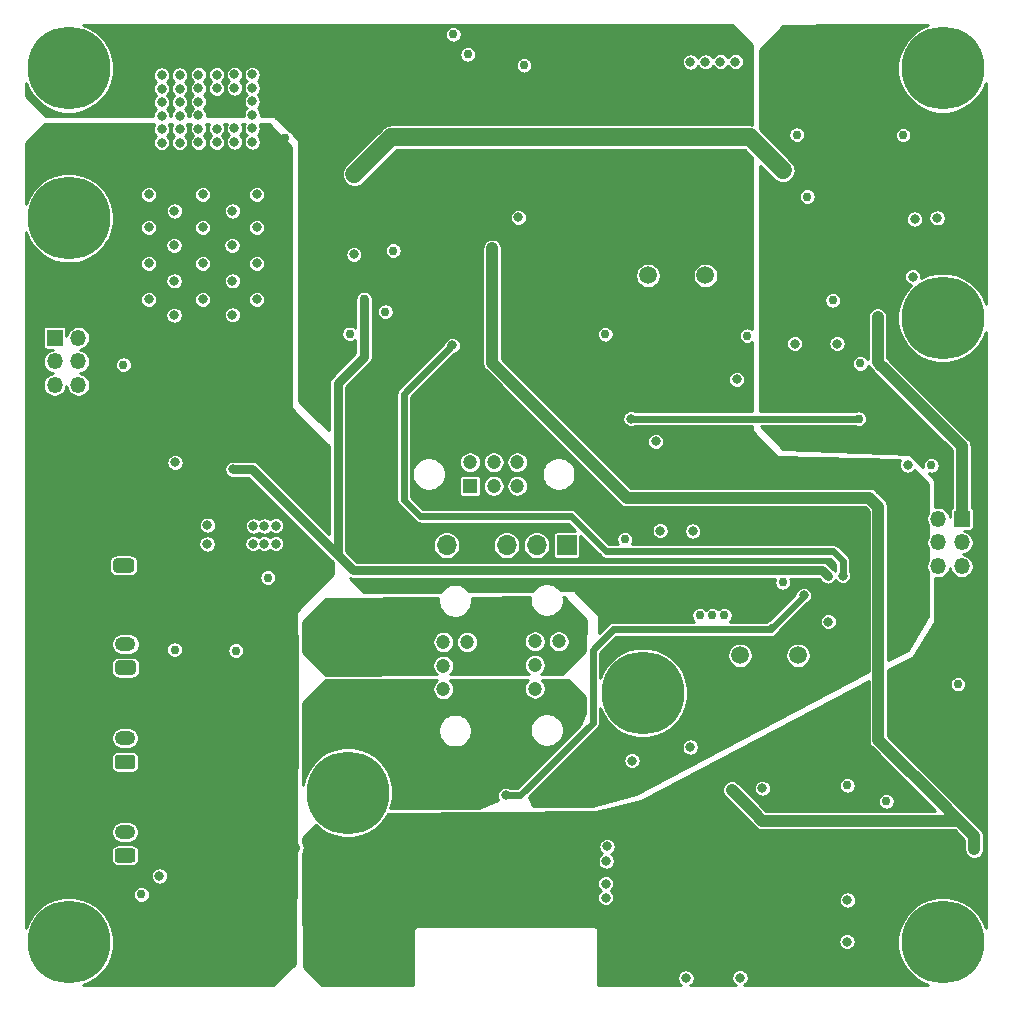
<source format=gbr>
G04 #@! TF.GenerationSoftware,KiCad,Pcbnew,(5.1.9)-1*
G04 #@! TF.CreationDate,2021-07-13T21:35:03-04:00*
G04 #@! TF.ProjectId,payload2020_base_board,7061796c-6f61-4643-9230-32305f626173,rev?*
G04 #@! TF.SameCoordinates,Original*
G04 #@! TF.FileFunction,Copper,L3,Inr*
G04 #@! TF.FilePolarity,Positive*
%FSLAX46Y46*%
G04 Gerber Fmt 4.6, Leading zero omitted, Abs format (unit mm)*
G04 Created by KiCad (PCBNEW (5.1.9)-1) date 2021-07-13 21:35:03*
%MOMM*%
%LPD*%
G01*
G04 APERTURE LIST*
G04 #@! TA.AperFunction,ComponentPad*
%ADD10R,1.350000X1.350000*%
G04 #@! TD*
G04 #@! TA.AperFunction,ComponentPad*
%ADD11O,1.350000X1.350000*%
G04 #@! TD*
G04 #@! TA.AperFunction,ComponentPad*
%ADD12C,7.000000*%
G04 #@! TD*
G04 #@! TA.AperFunction,ComponentPad*
%ADD13C,1.500000*%
G04 #@! TD*
G04 #@! TA.AperFunction,ComponentPad*
%ADD14O,1.750000X1.200000*%
G04 #@! TD*
G04 #@! TA.AperFunction,ComponentPad*
%ADD15C,1.200000*%
G04 #@! TD*
G04 #@! TA.AperFunction,ComponentPad*
%ADD16R,1.200000X1.200000*%
G04 #@! TD*
G04 #@! TA.AperFunction,ComponentPad*
%ADD17O,1.700000X1.700000*%
G04 #@! TD*
G04 #@! TA.AperFunction,ComponentPad*
%ADD18R,1.700000X1.700000*%
G04 #@! TD*
G04 #@! TA.AperFunction,ViaPad*
%ADD19C,0.762000*%
G04 #@! TD*
G04 #@! TA.AperFunction,ViaPad*
%ADD20C,0.800000*%
G04 #@! TD*
G04 #@! TA.AperFunction,Conductor*
%ADD21C,1.500000*%
G04 #@! TD*
G04 #@! TA.AperFunction,Conductor*
%ADD22C,1.000000*%
G04 #@! TD*
G04 #@! TA.AperFunction,Conductor*
%ADD23C,0.203200*%
G04 #@! TD*
G04 #@! TA.AperFunction,Conductor*
%ADD24C,0.600000*%
G04 #@! TD*
G04 #@! TA.AperFunction,Conductor*
%ADD25C,0.700000*%
G04 #@! TD*
G04 #@! TA.AperFunction,Conductor*
%ADD26C,0.800000*%
G04 #@! TD*
G04 #@! TA.AperFunction,Conductor*
%ADD27C,0.254000*%
G04 #@! TD*
G04 #@! TA.AperFunction,Conductor*
%ADD28C,0.100000*%
G04 #@! TD*
G04 APERTURE END LIST*
D10*
X181473000Y-109966000D03*
D11*
X181473000Y-111966000D03*
X181473000Y-113966000D03*
X179473000Y-109966000D03*
X179473000Y-111966000D03*
X179473000Y-113966000D03*
X106654600Y-98628200D03*
X106654600Y-96628200D03*
X106654600Y-94628200D03*
X104654600Y-98628200D03*
X104654600Y-96628200D03*
D10*
X104654600Y-94628200D03*
D12*
X179854000Y-145818000D03*
X179854000Y-71818000D03*
X179854000Y-92948000D03*
X105854000Y-71818000D03*
X129494000Y-133138000D03*
X154454000Y-124698000D03*
X105854000Y-145818000D03*
X105854000Y-84498000D03*
D13*
X154886000Y-89357200D03*
X159766000Y-89357200D03*
X162709200Y-121513600D03*
X167589200Y-121513600D03*
D14*
X110622080Y-136463020D03*
G04 #@! TA.AperFunction,ComponentPad*
G36*
G01*
X111247081Y-139063020D02*
X109997079Y-139063020D01*
G75*
G02*
X109747080Y-138813021I0J249999D01*
G01*
X109747080Y-138113019D01*
G75*
G02*
X109997079Y-137863020I249999J0D01*
G01*
X111247081Y-137863020D01*
G75*
G02*
X111497080Y-138113019I0J-249999D01*
G01*
X111497080Y-138813021D01*
G75*
G02*
X111247081Y-139063020I-249999J0D01*
G01*
G37*
G04 #@! TD.AperFunction*
X110622080Y-128540760D03*
G04 #@! TA.AperFunction,ComponentPad*
G36*
G01*
X111247081Y-131140760D02*
X109997079Y-131140760D01*
G75*
G02*
X109747080Y-130890761I0J249999D01*
G01*
X109747080Y-130190759D01*
G75*
G02*
X109997079Y-129940760I249999J0D01*
G01*
X111247081Y-129940760D01*
G75*
G02*
X111497080Y-130190759I0J-249999D01*
G01*
X111497080Y-130890761D01*
G75*
G02*
X111247081Y-131140760I-249999J0D01*
G01*
G37*
G04 #@! TD.AperFunction*
X110665260Y-120549920D03*
G04 #@! TA.AperFunction,ComponentPad*
G36*
G01*
X111290261Y-123149920D02*
X110040259Y-123149920D01*
G75*
G02*
X109790260Y-122899921I0J249999D01*
G01*
X109790260Y-122199919D01*
G75*
G02*
X110040259Y-121949920I249999J0D01*
G01*
X111290261Y-121949920D01*
G75*
G02*
X111540260Y-122199919I0J-249999D01*
G01*
X111540260Y-122899921D01*
G75*
G02*
X111290261Y-123149920I-249999J0D01*
G01*
G37*
G04 #@! TD.AperFunction*
D15*
X145329400Y-124340000D03*
X145329400Y-122340000D03*
X145329400Y-120340000D03*
X147329400Y-120340000D03*
D16*
X147329400Y-124340000D03*
D15*
X147329400Y-122340000D03*
X137582400Y-124390800D03*
X137582400Y-122390800D03*
X137582400Y-120390800D03*
X139582400Y-120390800D03*
D16*
X139582400Y-124390800D03*
D15*
X139582400Y-122390800D03*
D17*
X137845800Y-112191800D03*
X140385800Y-112191800D03*
X142925800Y-112191800D03*
X145465800Y-112191800D03*
D18*
X148005800Y-112191800D03*
D15*
X139833600Y-105172000D03*
X141833600Y-105172000D03*
X143833600Y-105172000D03*
X143833600Y-107172000D03*
D16*
X139833600Y-107172000D03*
D15*
X141833600Y-107172000D03*
D14*
X110502700Y-111906300D03*
G04 #@! TA.AperFunction,ComponentPad*
G36*
G01*
X111127701Y-114506300D02*
X109877699Y-114506300D01*
G75*
G02*
X109627700Y-114256301I0J249999D01*
G01*
X109627700Y-113556299D01*
G75*
G02*
X109877699Y-113306300I249999J0D01*
G01*
X111127701Y-113306300D01*
G75*
G02*
X111377700Y-113556299I0J-249999D01*
G01*
X111377700Y-114256301D01*
G75*
G02*
X111127701Y-114506300I-249999J0D01*
G01*
G37*
G04 #@! TD.AperFunction*
D19*
X181142640Y-123954540D03*
X170553380Y-91447620D03*
X168391840Y-82677000D03*
X167507920Y-77436980D03*
X114815620Y-121041160D03*
X119989600Y-121114820D03*
X144406620Y-71549260D03*
X139649200Y-70637400D03*
X132664200Y-92430600D03*
X129659380Y-94307660D03*
X112014000Y-141762480D03*
X110622080Y-138463020D03*
D20*
X171775120Y-142234920D03*
X171747180Y-145752820D03*
X177317400Y-89458800D03*
X176877980Y-105397300D03*
X153543000Y-130429000D03*
X162687000Y-148818600D03*
X162407600Y-98145600D03*
X117195600Y-82499200D03*
X117195600Y-88341200D03*
X117195600Y-91389200D03*
X117195600Y-85293200D03*
X112623600Y-88341200D03*
X112623600Y-91389200D03*
X114780060Y-92717620D03*
X112623600Y-85293200D03*
X114780060Y-89814400D03*
X114780060Y-86807040D03*
X121767600Y-82499200D03*
X121767600Y-85293200D03*
X119692420Y-86799420D03*
X121767600Y-88341200D03*
X119705120Y-89814400D03*
X121767600Y-91389200D03*
X119717820Y-92689680D03*
X116840000Y-78079600D03*
X119888000Y-78054200D03*
X115239800Y-78105000D03*
X113715800Y-78105000D03*
X118389400Y-78079600D03*
X121386600Y-78054200D03*
X116840000Y-76936600D03*
X119888000Y-76911200D03*
X115239800Y-76962000D03*
X113715800Y-76962000D03*
X118389400Y-76936600D03*
X121386600Y-76911200D03*
X115239800Y-75819000D03*
X121386600Y-75768200D03*
X113715800Y-75819000D03*
X116840000Y-75793600D03*
X115239800Y-74676000D03*
X121386600Y-74625200D03*
X113715800Y-74676000D03*
X116840000Y-74650600D03*
X115239800Y-73533000D03*
X121386600Y-73482200D03*
X113715800Y-73533000D03*
X116840000Y-73507600D03*
X118389400Y-73507600D03*
X119888000Y-73482200D03*
X115239800Y-72390000D03*
X119888000Y-72339200D03*
X118389400Y-72364600D03*
X113715800Y-72390000D03*
X116840000Y-72364600D03*
X121386600Y-72339200D03*
X122422920Y-112062260D03*
X121462800Y-112074960D03*
X122420380Y-110563660D03*
X121490740Y-110563660D03*
X123393200Y-110550960D03*
X123393200Y-112074960D03*
X113535460Y-140195300D03*
X170169840Y-118668800D03*
X164576760Y-132765800D03*
X158115000Y-148844000D03*
X114866420Y-105186480D03*
X117568980Y-112090200D03*
X117599460Y-110495080D03*
X129997200Y-87579200D03*
X143916400Y-84429600D03*
D19*
X163288980Y-94462600D03*
D20*
X112623600Y-82499200D03*
X114802920Y-83893660D03*
X119717820Y-83893660D03*
D19*
X151274780Y-94322900D03*
X138404600Y-68935600D03*
X122707400Y-114935000D03*
X176502060Y-77467460D03*
X159280860Y-118120160D03*
X160360360Y-118127780D03*
X161363660Y-118112540D03*
X110490000Y-96926400D03*
D20*
X158470600Y-129286000D03*
D19*
X166319200Y-80441800D03*
D20*
X126474220Y-103835200D03*
D19*
X126466600Y-104952800D03*
X113101120Y-111404400D03*
X113101120Y-110230920D03*
X109819440Y-108950760D03*
X111246920Y-108950760D03*
X125125480Y-137802620D03*
X113873280Y-137815320D03*
X130048000Y-80772000D03*
X124175520Y-77685900D03*
X126492000Y-105968800D03*
X122992800Y-77673200D03*
X163850320Y-141371320D03*
D20*
X173179740Y-92862400D03*
X180797200Y-120294400D03*
X165938200Y-99847400D03*
X147921980Y-143131540D03*
X161889440Y-131069080D03*
D19*
X151071580Y-135130540D03*
X169397680Y-73593960D03*
X167523160Y-71833740D03*
X171693840Y-73593960D03*
D20*
X182519320Y-137947400D03*
X162001200Y-132918200D03*
X141716760Y-87071200D03*
D19*
X133324600Y-87249000D03*
X174335440Y-92877640D03*
X141183360Y-133377940D03*
D20*
X161036000Y-71259700D03*
X158699200Y-110998000D03*
X153474420Y-101485700D03*
D19*
X172760640Y-101500940D03*
D20*
X170911520Y-95125540D03*
D19*
X172885100Y-96804480D03*
D20*
X167327580Y-95120460D03*
D19*
X175069500Y-133878320D03*
X171775120Y-132527040D03*
X166306500Y-115338860D03*
D20*
X159771080Y-71267320D03*
X155559760Y-103408480D03*
X155930600Y-110972600D03*
X158493460Y-71282560D03*
D19*
X152938480Y-111683800D03*
D20*
X162306000Y-71252080D03*
D19*
X178887120Y-105437940D03*
D20*
X168076880Y-116436140D03*
X142839440Y-133372860D03*
X171378880Y-114772440D03*
X138333480Y-95283020D03*
X170134280Y-114792760D03*
X119761000Y-105763060D03*
D19*
X130860800Y-91389200D03*
D20*
X176405540Y-120934480D03*
X145999200Y-76144120D03*
X146050000Y-84439760D03*
D19*
X147888960Y-133070600D03*
X132638800Y-98196400D03*
X146034760Y-74978260D03*
X146055080Y-73888600D03*
X146977100Y-74973180D03*
X146977100Y-76144120D03*
X146050000Y-87924640D03*
X133883400Y-69875400D03*
X126441200Y-98145600D03*
D20*
X127000000Y-120980200D03*
X127000000Y-118592600D03*
D19*
X127000000Y-119811800D03*
D20*
X179374800Y-84480400D03*
X177469800Y-84582000D03*
X151434800Y-137693400D03*
D19*
X178076000Y-108950000D03*
X177060000Y-108950000D03*
D20*
X151358600Y-138938000D03*
X151323040Y-142031720D03*
X151323040Y-140858240D03*
D21*
X130048000Y-80772000D02*
X133172200Y-77647800D01*
X154421840Y-77647800D02*
X133581140Y-77647800D01*
X133172200Y-77647800D02*
X133581140Y-77647800D01*
X163525200Y-77647800D02*
X166319200Y-80441800D01*
X154421840Y-77647800D02*
X163525200Y-77647800D01*
D22*
X174406560Y-128696720D02*
X174406560Y-115620800D01*
X180106320Y-134396480D02*
X174406560Y-128696720D01*
X163479480Y-134396480D02*
X163075620Y-133992620D01*
X163075620Y-133992620D02*
X162001200Y-132918200D01*
X163855400Y-134772400D02*
X163479480Y-134396480D01*
X180853080Y-135143240D02*
X180482240Y-134772400D01*
X180482240Y-134772400D02*
X180106320Y-134396480D01*
X182519320Y-137947400D02*
X182519320Y-136809480D01*
X174406560Y-108938060D02*
X174406560Y-115620800D01*
X173631860Y-108163360D02*
X174406560Y-108938060D01*
X141716760Y-96784160D02*
X141716760Y-87071200D01*
X166949120Y-108163360D02*
X173631860Y-108163360D01*
X166949120Y-108163360D02*
X153095960Y-108163360D01*
X153095960Y-108163360D02*
X141716760Y-96784160D01*
D23*
X163855400Y-134772400D02*
X163868100Y-134772400D01*
D22*
X164586920Y-135503920D02*
X163855400Y-134772400D01*
X181213760Y-135503920D02*
X164586920Y-135503920D01*
X182519320Y-136809480D02*
X181213760Y-135503920D01*
X181213760Y-135503920D02*
X180853080Y-135143240D01*
X180464000Y-102790800D02*
X174776130Y-97102930D01*
X174665640Y-96992440D02*
X174776130Y-97102930D01*
X174335440Y-96662240D02*
X174665640Y-96992440D01*
X174335440Y-92877640D02*
X174335440Y-96662240D01*
X181473000Y-103799800D02*
X180464000Y-102790800D01*
X181473000Y-109966000D02*
X181473000Y-103799800D01*
D23*
X172745400Y-101498400D02*
X172770800Y-101473000D01*
X172468540Y-101500940D02*
X172466000Y-101498400D01*
X172760640Y-101500940D02*
X172468540Y-101500940D01*
D24*
X153489660Y-101500940D02*
X153474420Y-101485700D01*
X172760640Y-101500940D02*
X153489660Y-101500940D01*
X150210520Y-121061480D02*
X151973280Y-119298720D01*
X150210520Y-124886720D02*
X150210520Y-121061480D01*
X150210520Y-124886720D02*
X150210520Y-127233680D01*
X144071340Y-133372860D02*
X150210520Y-127233680D01*
X142839440Y-133372860D02*
X144071340Y-133372860D01*
X168122600Y-116461540D02*
X165399720Y-119184420D01*
D25*
X165285420Y-119298720D02*
X165399720Y-119184420D01*
D24*
X151973280Y-119298720D02*
X165285420Y-119298720D01*
X135610600Y-109728000D02*
X134239000Y-108356400D01*
X151358600Y-112725200D02*
X168122600Y-112725200D01*
X134239000Y-104899460D02*
X134239000Y-108356400D01*
X134239000Y-99377500D02*
X138333480Y-95283020D01*
X134239000Y-104899460D02*
X134239000Y-99377500D01*
X168122600Y-112725200D02*
X169331640Y-112725200D01*
X171378880Y-114772440D02*
X171378880Y-113522760D01*
X170581320Y-112725200D02*
X169331640Y-112725200D01*
X171378880Y-113522760D02*
X170581320Y-112725200D01*
X148361400Y-109728000D02*
X151358600Y-112725200D01*
X135610600Y-109728000D02*
X148361400Y-109728000D01*
D26*
X121378980Y-105763060D02*
X119761000Y-105763060D01*
X128633220Y-113017300D02*
X128633220Y-98463100D01*
X129941320Y-114325400D02*
X128633220Y-113017300D01*
X128633220Y-113017300D02*
X121378980Y-105763060D01*
X130860800Y-96235520D02*
X130860800Y-91389200D01*
X128633220Y-98463100D02*
X130860800Y-96235520D01*
X166636700Y-114325400D02*
X129941320Y-114325400D01*
X168282620Y-114325400D02*
X166636700Y-114325400D01*
X169666920Y-114325400D02*
X170134280Y-114792760D01*
X168282620Y-114325400D02*
X169666920Y-114325400D01*
D27*
X178039720Y-68423721D02*
X177412390Y-68842889D01*
X176878889Y-69376390D01*
X176459721Y-70003720D01*
X176170992Y-70700772D01*
X176023800Y-71440758D01*
X176023800Y-72195242D01*
X176170992Y-72935228D01*
X176459721Y-73632280D01*
X176878889Y-74259610D01*
X177412390Y-74793111D01*
X178039720Y-75212279D01*
X178736772Y-75501008D01*
X179476758Y-75648200D01*
X180231242Y-75648200D01*
X180971228Y-75501008D01*
X181668280Y-75212279D01*
X182295610Y-74793111D01*
X182829111Y-74259610D01*
X183248279Y-73632280D01*
X183502000Y-73019744D01*
X183502000Y-91746256D01*
X183248279Y-91133720D01*
X182829111Y-90506390D01*
X182295610Y-89972889D01*
X181668280Y-89553721D01*
X180971228Y-89264992D01*
X180231242Y-89117800D01*
X179476758Y-89117800D01*
X178736772Y-89264992D01*
X178043321Y-89552229D01*
X178047600Y-89530718D01*
X178047600Y-89386882D01*
X178019539Y-89245809D01*
X177964495Y-89112921D01*
X177884583Y-88993325D01*
X177782875Y-88891617D01*
X177663279Y-88811705D01*
X177530391Y-88756661D01*
X177389318Y-88728600D01*
X177245482Y-88728600D01*
X177104409Y-88756661D01*
X176971521Y-88811705D01*
X176851925Y-88891617D01*
X176750217Y-88993325D01*
X176670305Y-89112921D01*
X176615261Y-89245809D01*
X176587200Y-89386882D01*
X176587200Y-89530718D01*
X176615261Y-89671791D01*
X176670305Y-89804679D01*
X176750217Y-89924275D01*
X176851925Y-90025983D01*
X176971521Y-90105895D01*
X177104409Y-90160939D01*
X177204442Y-90180837D01*
X176878889Y-90506390D01*
X176459721Y-91133720D01*
X176170992Y-91830772D01*
X176023800Y-92570758D01*
X176023800Y-93325242D01*
X176170992Y-94065228D01*
X176459721Y-94762280D01*
X176878889Y-95389610D01*
X177412390Y-95923111D01*
X178039720Y-96342279D01*
X178736772Y-96631008D01*
X179476758Y-96778200D01*
X180231242Y-96778200D01*
X180971228Y-96631008D01*
X181668280Y-96342279D01*
X182295610Y-95923111D01*
X182829111Y-95389610D01*
X183248279Y-94762280D01*
X183502000Y-94149744D01*
X183502001Y-144616258D01*
X183248279Y-144003720D01*
X182829111Y-143376390D01*
X182295610Y-142842889D01*
X181668280Y-142423721D01*
X180971228Y-142134992D01*
X180231242Y-141987800D01*
X179476758Y-141987800D01*
X178736772Y-142134992D01*
X178039720Y-142423721D01*
X177412390Y-142842889D01*
X176878889Y-143376390D01*
X176459721Y-144003720D01*
X176170992Y-144700772D01*
X176023800Y-145440758D01*
X176023800Y-146195242D01*
X176170992Y-146935228D01*
X176459721Y-147632280D01*
X176878889Y-148259610D01*
X177412390Y-148793111D01*
X178039720Y-149212279D01*
X178652255Y-149466000D01*
X163032143Y-149466000D01*
X163032879Y-149465695D01*
X163152475Y-149385783D01*
X163254183Y-149284075D01*
X163334095Y-149164479D01*
X163389139Y-149031591D01*
X163417200Y-148890518D01*
X163417200Y-148746682D01*
X163389139Y-148605609D01*
X163334095Y-148472721D01*
X163254183Y-148353125D01*
X163152475Y-148251417D01*
X163032879Y-148171505D01*
X162899991Y-148116461D01*
X162758918Y-148088400D01*
X162615082Y-148088400D01*
X162474009Y-148116461D01*
X162341121Y-148171505D01*
X162221525Y-148251417D01*
X162119817Y-148353125D01*
X162039905Y-148472721D01*
X161984861Y-148605609D01*
X161956800Y-148746682D01*
X161956800Y-148890518D01*
X161984861Y-149031591D01*
X162039905Y-149164479D01*
X162119817Y-149284075D01*
X162221525Y-149385783D01*
X162341121Y-149465695D01*
X162341857Y-149466000D01*
X158498436Y-149466000D01*
X158580475Y-149411183D01*
X158682183Y-149309475D01*
X158762095Y-149189879D01*
X158817139Y-149056991D01*
X158845200Y-148915918D01*
X158845200Y-148772082D01*
X158817139Y-148631009D01*
X158762095Y-148498121D01*
X158682183Y-148378525D01*
X158580475Y-148276817D01*
X158460879Y-148196905D01*
X158327991Y-148141861D01*
X158186918Y-148113800D01*
X158043082Y-148113800D01*
X157902009Y-148141861D01*
X157769121Y-148196905D01*
X157649525Y-148276817D01*
X157547817Y-148378525D01*
X157467905Y-148498121D01*
X157412861Y-148631009D01*
X157384800Y-148772082D01*
X157384800Y-148915918D01*
X157412861Y-149056991D01*
X157467905Y-149189879D01*
X157547817Y-149309475D01*
X157649525Y-149411183D01*
X157731564Y-149466000D01*
X150706000Y-149466000D01*
X150706000Y-145680902D01*
X171016980Y-145680902D01*
X171016980Y-145824738D01*
X171045041Y-145965811D01*
X171100085Y-146098699D01*
X171179997Y-146218295D01*
X171281705Y-146320003D01*
X171401301Y-146399915D01*
X171534189Y-146454959D01*
X171675262Y-146483020D01*
X171819098Y-146483020D01*
X171960171Y-146454959D01*
X172093059Y-146399915D01*
X172212655Y-146320003D01*
X172314363Y-146218295D01*
X172394275Y-146098699D01*
X172449319Y-145965811D01*
X172477380Y-145824738D01*
X172477380Y-145680902D01*
X172449319Y-145539829D01*
X172394275Y-145406941D01*
X172314363Y-145287345D01*
X172212655Y-145185637D01*
X172093059Y-145105725D01*
X171960171Y-145050681D01*
X171819098Y-145022620D01*
X171675262Y-145022620D01*
X171534189Y-145050681D01*
X171401301Y-145105725D01*
X171281705Y-145185637D01*
X171179997Y-145287345D01*
X171100085Y-145406941D01*
X171045041Y-145539829D01*
X171016980Y-145680902D01*
X150706000Y-145680902D01*
X150706000Y-144835292D01*
X150707703Y-144818000D01*
X150700907Y-144748996D01*
X150680779Y-144682644D01*
X150648093Y-144621493D01*
X150604106Y-144567894D01*
X150550507Y-144523907D01*
X150489356Y-144491221D01*
X150423004Y-144471093D01*
X150371292Y-144466000D01*
X150371291Y-144466000D01*
X150354000Y-144464297D01*
X150336708Y-144466000D01*
X135371291Y-144466000D01*
X135354000Y-144464297D01*
X135336708Y-144466000D01*
X135284996Y-144471093D01*
X135218644Y-144491221D01*
X135157493Y-144523907D01*
X135103894Y-144567894D01*
X135059907Y-144621493D01*
X135027221Y-144682644D01*
X135007093Y-144748996D01*
X135000297Y-144818000D01*
X135002000Y-144835292D01*
X135002001Y-149466000D01*
X127327736Y-149466000D01*
X125755608Y-147913330D01*
X125712239Y-140786322D01*
X150592840Y-140786322D01*
X150592840Y-140930158D01*
X150620901Y-141071231D01*
X150675945Y-141204119D01*
X150755857Y-141323715D01*
X150857565Y-141425423D01*
X150886834Y-141444980D01*
X150857565Y-141464537D01*
X150755857Y-141566245D01*
X150675945Y-141685841D01*
X150620901Y-141818729D01*
X150592840Y-141959802D01*
X150592840Y-142103638D01*
X150620901Y-142244711D01*
X150675945Y-142377599D01*
X150755857Y-142497195D01*
X150857565Y-142598903D01*
X150977161Y-142678815D01*
X151110049Y-142733859D01*
X151251122Y-142761920D01*
X151394958Y-142761920D01*
X151536031Y-142733859D01*
X151668919Y-142678815D01*
X151788515Y-142598903D01*
X151890223Y-142497195D01*
X151970135Y-142377599D01*
X152025179Y-142244711D01*
X152041431Y-142163002D01*
X171044920Y-142163002D01*
X171044920Y-142306838D01*
X171072981Y-142447911D01*
X171128025Y-142580799D01*
X171207937Y-142700395D01*
X171309645Y-142802103D01*
X171429241Y-142882015D01*
X171562129Y-142937059D01*
X171703202Y-142965120D01*
X171847038Y-142965120D01*
X171988111Y-142937059D01*
X172120999Y-142882015D01*
X172240595Y-142802103D01*
X172342303Y-142700395D01*
X172422215Y-142580799D01*
X172477259Y-142447911D01*
X172505320Y-142306838D01*
X172505320Y-142163002D01*
X172477259Y-142021929D01*
X172422215Y-141889041D01*
X172342303Y-141769445D01*
X172240595Y-141667737D01*
X172120999Y-141587825D01*
X171988111Y-141532781D01*
X171847038Y-141504720D01*
X171703202Y-141504720D01*
X171562129Y-141532781D01*
X171429241Y-141587825D01*
X171309645Y-141667737D01*
X171207937Y-141769445D01*
X171128025Y-141889041D01*
X171072981Y-142021929D01*
X171044920Y-142163002D01*
X152041431Y-142163002D01*
X152053240Y-142103638D01*
X152053240Y-141959802D01*
X152025179Y-141818729D01*
X151970135Y-141685841D01*
X151890223Y-141566245D01*
X151788515Y-141464537D01*
X151759246Y-141444980D01*
X151788515Y-141425423D01*
X151890223Y-141323715D01*
X151970135Y-141204119D01*
X152025179Y-141071231D01*
X152053240Y-140930158D01*
X152053240Y-140786322D01*
X152025179Y-140645249D01*
X151970135Y-140512361D01*
X151890223Y-140392765D01*
X151788515Y-140291057D01*
X151668919Y-140211145D01*
X151536031Y-140156101D01*
X151394958Y-140128040D01*
X151251122Y-140128040D01*
X151110049Y-140156101D01*
X150977161Y-140211145D01*
X150857565Y-140291057D01*
X150755857Y-140392765D01*
X150675945Y-140512361D01*
X150620901Y-140645249D01*
X150592840Y-140786322D01*
X125712239Y-140786322D01*
X125700554Y-138866082D01*
X150628400Y-138866082D01*
X150628400Y-139009918D01*
X150656461Y-139150991D01*
X150711505Y-139283879D01*
X150791417Y-139403475D01*
X150893125Y-139505183D01*
X151012721Y-139585095D01*
X151145609Y-139640139D01*
X151286682Y-139668200D01*
X151430518Y-139668200D01*
X151571591Y-139640139D01*
X151704479Y-139585095D01*
X151824075Y-139505183D01*
X151925783Y-139403475D01*
X152005695Y-139283879D01*
X152060739Y-139150991D01*
X152088800Y-139009918D01*
X152088800Y-138866082D01*
X152060739Y-138725009D01*
X152005695Y-138592121D01*
X151925783Y-138472525D01*
X151824075Y-138370817D01*
X151779454Y-138341002D01*
X151780679Y-138340495D01*
X151900275Y-138260583D01*
X152001983Y-138158875D01*
X152081895Y-138039279D01*
X152136939Y-137906391D01*
X152165000Y-137765318D01*
X152165000Y-137621482D01*
X152136939Y-137480409D01*
X152081895Y-137347521D01*
X152001983Y-137227925D01*
X151900275Y-137126217D01*
X151780679Y-137046305D01*
X151647791Y-136991261D01*
X151506718Y-136963200D01*
X151362882Y-136963200D01*
X151221809Y-136991261D01*
X151088921Y-137046305D01*
X150969325Y-137126217D01*
X150867617Y-137227925D01*
X150787705Y-137347521D01*
X150732661Y-137480409D01*
X150704600Y-137621482D01*
X150704600Y-137765318D01*
X150732661Y-137906391D01*
X150787705Y-138039279D01*
X150867617Y-138158875D01*
X150969325Y-138260583D01*
X151013946Y-138290398D01*
X151012721Y-138290905D01*
X150893125Y-138370817D01*
X150791417Y-138472525D01*
X150711505Y-138592121D01*
X150656461Y-138725009D01*
X150628400Y-138866082D01*
X125700554Y-138866082D01*
X125696670Y-138227899D01*
X125755737Y-138139499D01*
X125809349Y-138010069D01*
X125836680Y-137872667D01*
X125836680Y-137732573D01*
X125809349Y-137595171D01*
X125755737Y-137465741D01*
X125691446Y-137369523D01*
X125689147Y-136991654D01*
X126800497Y-135861218D01*
X127052390Y-136113111D01*
X127679720Y-136532279D01*
X128376772Y-136821008D01*
X129116758Y-136968200D01*
X129871242Y-136968200D01*
X130611228Y-136821008D01*
X131308280Y-136532279D01*
X131935610Y-136113111D01*
X132469111Y-135579610D01*
X132865080Y-134986999D01*
X150477710Y-134794275D01*
X150507514Y-134790392D01*
X154276388Y-133835417D01*
X154304445Y-133824639D01*
X173576360Y-123659273D01*
X173576360Y-128655947D01*
X173572344Y-128696720D01*
X173576360Y-128737493D01*
X173576360Y-128737495D01*
X173588373Y-128859466D01*
X173616112Y-128950909D01*
X173635845Y-129015960D01*
X173712935Y-129160186D01*
X173758115Y-129215238D01*
X173816680Y-129286600D01*
X173848355Y-129312595D01*
X179209480Y-134673720D01*
X164930800Y-134673720D01*
X164413607Y-134156527D01*
X164413602Y-134156523D01*
X164065353Y-133808273D01*
X174358300Y-133808273D01*
X174358300Y-133948367D01*
X174385631Y-134085769D01*
X174439243Y-134215199D01*
X174517075Y-134331683D01*
X174616137Y-134430745D01*
X174732621Y-134508577D01*
X174862051Y-134562189D01*
X174999453Y-134589520D01*
X175139547Y-134589520D01*
X175276949Y-134562189D01*
X175406379Y-134508577D01*
X175522863Y-134430745D01*
X175621925Y-134331683D01*
X175699757Y-134215199D01*
X175753369Y-134085769D01*
X175780700Y-133948367D01*
X175780700Y-133808273D01*
X175753369Y-133670871D01*
X175699757Y-133541441D01*
X175621925Y-133424957D01*
X175522863Y-133325895D01*
X175406379Y-133248063D01*
X175276949Y-133194451D01*
X175139547Y-133167120D01*
X174999453Y-133167120D01*
X174862051Y-133194451D01*
X174732621Y-133248063D01*
X174616137Y-133325895D01*
X174517075Y-133424957D01*
X174439243Y-133541441D01*
X174385631Y-133670871D01*
X174358300Y-133808273D01*
X164065353Y-133808273D01*
X164037687Y-133780607D01*
X164037682Y-133780603D01*
X163633827Y-133376747D01*
X162950962Y-132693882D01*
X163846560Y-132693882D01*
X163846560Y-132837718D01*
X163874621Y-132978791D01*
X163929665Y-133111679D01*
X164009577Y-133231275D01*
X164111285Y-133332983D01*
X164230881Y-133412895D01*
X164363769Y-133467939D01*
X164504842Y-133496000D01*
X164648678Y-133496000D01*
X164789751Y-133467939D01*
X164922639Y-133412895D01*
X165042235Y-133332983D01*
X165143943Y-133231275D01*
X165223855Y-133111679D01*
X165278899Y-132978791D01*
X165306960Y-132837718D01*
X165306960Y-132693882D01*
X165278899Y-132552809D01*
X165239211Y-132456993D01*
X171063920Y-132456993D01*
X171063920Y-132597087D01*
X171091251Y-132734489D01*
X171144863Y-132863919D01*
X171222695Y-132980403D01*
X171321757Y-133079465D01*
X171438241Y-133157297D01*
X171567671Y-133210909D01*
X171705073Y-133238240D01*
X171845167Y-133238240D01*
X171982569Y-133210909D01*
X172111999Y-133157297D01*
X172228483Y-133079465D01*
X172327545Y-132980403D01*
X172405377Y-132863919D01*
X172458989Y-132734489D01*
X172486320Y-132597087D01*
X172486320Y-132456993D01*
X172458989Y-132319591D01*
X172405377Y-132190161D01*
X172327545Y-132073677D01*
X172228483Y-131974615D01*
X172111999Y-131896783D01*
X171982569Y-131843171D01*
X171845167Y-131815840D01*
X171705073Y-131815840D01*
X171567671Y-131843171D01*
X171438241Y-131896783D01*
X171321757Y-131974615D01*
X171222695Y-132073677D01*
X171144863Y-132190161D01*
X171091251Y-132319591D01*
X171063920Y-132456993D01*
X165239211Y-132456993D01*
X165223855Y-132419921D01*
X165143943Y-132300325D01*
X165042235Y-132198617D01*
X164922639Y-132118705D01*
X164789751Y-132063661D01*
X164648678Y-132035600D01*
X164504842Y-132035600D01*
X164363769Y-132063661D01*
X164230881Y-132118705D01*
X164111285Y-132198617D01*
X164009577Y-132300325D01*
X163929665Y-132419921D01*
X163874621Y-132552809D01*
X163846560Y-132693882D01*
X162950962Y-132693882D01*
X162559407Y-132302327D01*
X162464666Y-132224575D01*
X162320440Y-132147485D01*
X162163946Y-132100014D01*
X162001200Y-132083984D01*
X161838454Y-132100014D01*
X161681960Y-132147485D01*
X161537734Y-132224575D01*
X161411321Y-132328321D01*
X161307575Y-132454734D01*
X161230485Y-132598960D01*
X161183014Y-132755454D01*
X161166984Y-132918200D01*
X161183014Y-133080946D01*
X161230485Y-133237440D01*
X161307575Y-133381666D01*
X161385327Y-133476407D01*
X162459747Y-134550827D01*
X162863603Y-134954682D01*
X162863607Y-134954687D01*
X163239523Y-135330602D01*
X163239527Y-135330607D01*
X163971045Y-136062125D01*
X163997040Y-136093800D01*
X164123454Y-136197545D01*
X164267679Y-136274635D01*
X164424173Y-136322107D01*
X164586920Y-136338136D01*
X164627696Y-136334120D01*
X180869880Y-136334120D01*
X181689121Y-137153361D01*
X181689120Y-137988175D01*
X181701133Y-138110146D01*
X181748605Y-138266640D01*
X181825695Y-138410865D01*
X181929440Y-138537280D01*
X182055854Y-138641025D01*
X182200079Y-138718115D01*
X182356573Y-138765587D01*
X182519320Y-138781616D01*
X182682066Y-138765587D01*
X182838560Y-138718115D01*
X182982785Y-138641025D01*
X183109200Y-138537280D01*
X183212945Y-138410866D01*
X183290035Y-138266641D01*
X183337507Y-138110147D01*
X183349520Y-137988176D01*
X183349520Y-136850256D01*
X183353536Y-136809480D01*
X183337507Y-136646733D01*
X183290035Y-136490239D01*
X183212945Y-136346014D01*
X183135193Y-136251273D01*
X183109200Y-136219600D01*
X183077525Y-136193605D01*
X181829633Y-134945713D01*
X181803640Y-134914040D01*
X181771961Y-134888041D01*
X181040447Y-134156527D01*
X181040442Y-134156523D01*
X180664527Y-133780607D01*
X175236760Y-128352840D01*
X175236760Y-123884493D01*
X180431440Y-123884493D01*
X180431440Y-124024587D01*
X180458771Y-124161989D01*
X180512383Y-124291419D01*
X180590215Y-124407903D01*
X180689277Y-124506965D01*
X180805761Y-124584797D01*
X180935191Y-124638409D01*
X181072593Y-124665740D01*
X181212687Y-124665740D01*
X181350089Y-124638409D01*
X181479519Y-124584797D01*
X181596003Y-124506965D01*
X181695065Y-124407903D01*
X181772897Y-124291419D01*
X181826509Y-124161989D01*
X181853840Y-124024587D01*
X181853840Y-123884493D01*
X181826509Y-123747091D01*
X181772897Y-123617661D01*
X181695065Y-123501177D01*
X181596003Y-123402115D01*
X181479519Y-123324283D01*
X181350089Y-123270671D01*
X181212687Y-123243340D01*
X181072593Y-123243340D01*
X180935191Y-123270671D01*
X180805761Y-123324283D01*
X180689277Y-123402115D01*
X180590215Y-123501177D01*
X180512383Y-123617661D01*
X180458771Y-123747091D01*
X180431440Y-123884493D01*
X175236760Y-123884493D01*
X175236760Y-122783462D01*
X177395817Y-121644623D01*
X177416594Y-121630905D01*
X177434294Y-121613398D01*
X177445412Y-121597726D01*
X179208656Y-118664642D01*
X179219330Y-118642149D01*
X179225411Y-118618007D01*
X179226809Y-118598843D01*
X179216290Y-114939830D01*
X179373996Y-114971200D01*
X179572004Y-114971200D01*
X179766206Y-114932571D01*
X179949141Y-114856797D01*
X180113778Y-114746790D01*
X180253790Y-114606778D01*
X180363797Y-114442141D01*
X180439571Y-114259206D01*
X180473000Y-114091146D01*
X180506429Y-114259206D01*
X180582203Y-114442141D01*
X180692210Y-114606778D01*
X180832222Y-114746790D01*
X180996859Y-114856797D01*
X181179794Y-114932571D01*
X181373996Y-114971200D01*
X181572004Y-114971200D01*
X181766206Y-114932571D01*
X181949141Y-114856797D01*
X182113778Y-114746790D01*
X182253790Y-114606778D01*
X182363797Y-114442141D01*
X182439571Y-114259206D01*
X182478200Y-114065004D01*
X182478200Y-113866996D01*
X182439571Y-113672794D01*
X182363797Y-113489859D01*
X182253790Y-113325222D01*
X182113778Y-113185210D01*
X181949141Y-113075203D01*
X181766206Y-112999429D01*
X181598146Y-112966000D01*
X181766206Y-112932571D01*
X181949141Y-112856797D01*
X182113778Y-112746790D01*
X182253790Y-112606778D01*
X182363797Y-112442141D01*
X182439571Y-112259206D01*
X182478200Y-112065004D01*
X182478200Y-111866996D01*
X182439571Y-111672794D01*
X182363797Y-111489859D01*
X182253790Y-111325222D01*
X182113778Y-111185210D01*
X181949141Y-111075203D01*
X181766206Y-110999429D01*
X181632317Y-110972797D01*
X182148000Y-110972797D01*
X182212730Y-110966422D01*
X182274973Y-110947540D01*
X182332337Y-110916879D01*
X182382616Y-110875616D01*
X182423879Y-110825337D01*
X182454540Y-110767973D01*
X182473422Y-110705730D01*
X182479797Y-110641000D01*
X182479797Y-109291000D01*
X182473422Y-109226270D01*
X182454540Y-109164027D01*
X182423879Y-109106663D01*
X182382616Y-109056384D01*
X182332337Y-109015121D01*
X182303200Y-108999547D01*
X182303200Y-103840564D01*
X182307215Y-103799799D01*
X182303200Y-103759034D01*
X182303200Y-103759024D01*
X182291187Y-103637053D01*
X182243715Y-103480559D01*
X182166625Y-103336334D01*
X182062880Y-103209920D01*
X182031205Y-103183925D01*
X175334337Y-96487057D01*
X175334333Y-96487054D01*
X175223847Y-96376567D01*
X175223842Y-96376563D01*
X175165640Y-96318361D01*
X175165640Y-92836864D01*
X175153627Y-92714893D01*
X175106155Y-92558399D01*
X175029065Y-92414174D01*
X174925320Y-92287760D01*
X174798905Y-92184015D01*
X174654680Y-92106925D01*
X174498186Y-92059453D01*
X174335440Y-92043424D01*
X174172693Y-92059453D01*
X174016199Y-92106925D01*
X173871974Y-92184015D01*
X173745560Y-92287760D01*
X173641815Y-92414175D01*
X173564725Y-92558400D01*
X173517253Y-92714894D01*
X173505240Y-92836865D01*
X173505241Y-96452461D01*
X173437525Y-96351117D01*
X173338463Y-96252055D01*
X173221979Y-96174223D01*
X173092549Y-96120611D01*
X172955147Y-96093280D01*
X172815053Y-96093280D01*
X172677651Y-96120611D01*
X172548221Y-96174223D01*
X172431737Y-96252055D01*
X172332675Y-96351117D01*
X172254843Y-96467601D01*
X172201231Y-96597031D01*
X172173900Y-96734433D01*
X172173900Y-96874527D01*
X172201231Y-97011929D01*
X172254843Y-97141359D01*
X172332675Y-97257843D01*
X172431737Y-97356905D01*
X172548221Y-97434737D01*
X172677651Y-97488349D01*
X172815053Y-97515680D01*
X172955147Y-97515680D01*
X173092549Y-97488349D01*
X173221979Y-97434737D01*
X173338463Y-97356905D01*
X173437525Y-97257843D01*
X173515357Y-97141359D01*
X173568969Y-97011929D01*
X173572232Y-96995525D01*
X173641815Y-97125706D01*
X173719567Y-97220447D01*
X173719571Y-97220451D01*
X173745561Y-97252120D01*
X173777231Y-97278111D01*
X174049763Y-97550642D01*
X174049767Y-97550647D01*
X174160254Y-97661133D01*
X174160257Y-97661137D01*
X180642801Y-104143681D01*
X180642800Y-108999547D01*
X180613663Y-109015121D01*
X180563384Y-109056384D01*
X180522121Y-109106663D01*
X180491460Y-109164027D01*
X180472578Y-109226270D01*
X180466203Y-109291000D01*
X180466203Y-109806683D01*
X180439571Y-109672794D01*
X180363797Y-109489859D01*
X180253790Y-109325222D01*
X180113778Y-109185210D01*
X179949141Y-109075203D01*
X179766206Y-108999429D01*
X179572004Y-108960800D01*
X179373996Y-108960800D01*
X179199200Y-108995569D01*
X179192589Y-106695887D01*
X179190078Y-106671118D01*
X179182782Y-106647314D01*
X179170983Y-106625391D01*
X179156944Y-106608028D01*
X178689221Y-106123709D01*
X178817073Y-106149140D01*
X178957167Y-106149140D01*
X179094569Y-106121809D01*
X179223999Y-106068197D01*
X179340483Y-105990365D01*
X179439545Y-105891303D01*
X179517377Y-105774819D01*
X179570989Y-105645389D01*
X179598320Y-105507987D01*
X179598320Y-105367893D01*
X179570989Y-105230491D01*
X179517377Y-105101061D01*
X179439545Y-104984577D01*
X179340483Y-104885515D01*
X179223999Y-104807683D01*
X179094569Y-104754071D01*
X178957167Y-104726740D01*
X178817073Y-104726740D01*
X178679671Y-104754071D01*
X178550241Y-104807683D01*
X178433757Y-104885515D01*
X178334695Y-104984577D01*
X178256863Y-105101061D01*
X178203251Y-105230491D01*
X178175920Y-105367893D01*
X178175920Y-105507987D01*
X178197015Y-105614037D01*
X177152618Y-104532582D01*
X177133651Y-104516455D01*
X177111902Y-104504338D01*
X177088208Y-104496697D01*
X177066055Y-104493896D01*
X166346786Y-104089205D01*
X164459651Y-102131140D01*
X172423676Y-102131140D01*
X172423761Y-102131197D01*
X172553191Y-102184809D01*
X172690593Y-102212140D01*
X172830687Y-102212140D01*
X172968089Y-102184809D01*
X173097519Y-102131197D01*
X173214003Y-102053365D01*
X173313065Y-101954303D01*
X173390897Y-101837819D01*
X173444509Y-101708389D01*
X173471840Y-101570987D01*
X173471840Y-101430893D01*
X173444509Y-101293491D01*
X173390897Y-101164061D01*
X173313065Y-101047577D01*
X173214003Y-100948515D01*
X173097519Y-100870683D01*
X172968089Y-100817071D01*
X172830687Y-100789740D01*
X172690593Y-100789740D01*
X172553191Y-100817071D01*
X172423761Y-100870683D01*
X172423676Y-100870740D01*
X164416510Y-100870740D01*
X164411575Y-95048542D01*
X166597380Y-95048542D01*
X166597380Y-95192378D01*
X166625441Y-95333451D01*
X166680485Y-95466339D01*
X166760397Y-95585935D01*
X166862105Y-95687643D01*
X166981701Y-95767555D01*
X167114589Y-95822599D01*
X167255662Y-95850660D01*
X167399498Y-95850660D01*
X167540571Y-95822599D01*
X167673459Y-95767555D01*
X167793055Y-95687643D01*
X167894763Y-95585935D01*
X167974675Y-95466339D01*
X168029719Y-95333451D01*
X168057780Y-95192378D01*
X168057780Y-95053622D01*
X170181320Y-95053622D01*
X170181320Y-95197458D01*
X170209381Y-95338531D01*
X170264425Y-95471419D01*
X170344337Y-95591015D01*
X170446045Y-95692723D01*
X170565641Y-95772635D01*
X170698529Y-95827679D01*
X170839602Y-95855740D01*
X170983438Y-95855740D01*
X171124511Y-95827679D01*
X171257399Y-95772635D01*
X171376995Y-95692723D01*
X171478703Y-95591015D01*
X171558615Y-95471419D01*
X171613659Y-95338531D01*
X171641720Y-95197458D01*
X171641720Y-95053622D01*
X171613659Y-94912549D01*
X171558615Y-94779661D01*
X171478703Y-94660065D01*
X171376995Y-94558357D01*
X171257399Y-94478445D01*
X171124511Y-94423401D01*
X170983438Y-94395340D01*
X170839602Y-94395340D01*
X170698529Y-94423401D01*
X170565641Y-94478445D01*
X170446045Y-94558357D01*
X170344337Y-94660065D01*
X170264425Y-94779661D01*
X170209381Y-94912549D01*
X170181320Y-95053622D01*
X168057780Y-95053622D01*
X168057780Y-95048542D01*
X168029719Y-94907469D01*
X167974675Y-94774581D01*
X167894763Y-94654985D01*
X167793055Y-94553277D01*
X167673459Y-94473365D01*
X167540571Y-94418321D01*
X167399498Y-94390260D01*
X167255662Y-94390260D01*
X167114589Y-94418321D01*
X166981701Y-94473365D01*
X166862105Y-94553277D01*
X166760397Y-94654985D01*
X166680485Y-94774581D01*
X166625441Y-94907469D01*
X166597380Y-95048542D01*
X164411575Y-95048542D01*
X164408463Y-91377573D01*
X169842180Y-91377573D01*
X169842180Y-91517667D01*
X169869511Y-91655069D01*
X169923123Y-91784499D01*
X170000955Y-91900983D01*
X170100017Y-92000045D01*
X170216501Y-92077877D01*
X170345931Y-92131489D01*
X170483333Y-92158820D01*
X170623427Y-92158820D01*
X170760829Y-92131489D01*
X170890259Y-92077877D01*
X171006743Y-92000045D01*
X171105805Y-91900983D01*
X171183637Y-91784499D01*
X171237249Y-91655069D01*
X171264580Y-91517667D01*
X171264580Y-91377573D01*
X171237249Y-91240171D01*
X171183637Y-91110741D01*
X171105805Y-90994257D01*
X171006743Y-90895195D01*
X170890259Y-90817363D01*
X170760829Y-90763751D01*
X170623427Y-90736420D01*
X170483333Y-90736420D01*
X170345931Y-90763751D01*
X170216501Y-90817363D01*
X170100017Y-90895195D01*
X170000955Y-90994257D01*
X169923123Y-91110741D01*
X169869511Y-91240171D01*
X169842180Y-91377573D01*
X164408463Y-91377573D01*
X164402641Y-84510082D01*
X176739600Y-84510082D01*
X176739600Y-84653918D01*
X176767661Y-84794991D01*
X176822705Y-84927879D01*
X176902617Y-85047475D01*
X177004325Y-85149183D01*
X177123921Y-85229095D01*
X177256809Y-85284139D01*
X177397882Y-85312200D01*
X177541718Y-85312200D01*
X177682791Y-85284139D01*
X177815679Y-85229095D01*
X177935275Y-85149183D01*
X178036983Y-85047475D01*
X178116895Y-84927879D01*
X178171939Y-84794991D01*
X178200000Y-84653918D01*
X178200000Y-84510082D01*
X178179791Y-84408482D01*
X178644600Y-84408482D01*
X178644600Y-84552318D01*
X178672661Y-84693391D01*
X178727705Y-84826279D01*
X178807617Y-84945875D01*
X178909325Y-85047583D01*
X179028921Y-85127495D01*
X179161809Y-85182539D01*
X179302882Y-85210600D01*
X179446718Y-85210600D01*
X179587791Y-85182539D01*
X179720679Y-85127495D01*
X179840275Y-85047583D01*
X179941983Y-84945875D01*
X180021895Y-84826279D01*
X180076939Y-84693391D01*
X180105000Y-84552318D01*
X180105000Y-84408482D01*
X180076939Y-84267409D01*
X180021895Y-84134521D01*
X179941983Y-84014925D01*
X179840275Y-83913217D01*
X179720679Y-83833305D01*
X179587791Y-83778261D01*
X179446718Y-83750200D01*
X179302882Y-83750200D01*
X179161809Y-83778261D01*
X179028921Y-83833305D01*
X178909325Y-83913217D01*
X178807617Y-84014925D01*
X178727705Y-84134521D01*
X178672661Y-84267409D01*
X178644600Y-84408482D01*
X178179791Y-84408482D01*
X178171939Y-84369009D01*
X178116895Y-84236121D01*
X178036983Y-84116525D01*
X177935275Y-84014817D01*
X177815679Y-83934905D01*
X177682791Y-83879861D01*
X177541718Y-83851800D01*
X177397882Y-83851800D01*
X177256809Y-83879861D01*
X177123921Y-83934905D01*
X177004325Y-84014817D01*
X176902617Y-84116525D01*
X176822705Y-84236121D01*
X176767661Y-84369009D01*
X176739600Y-84510082D01*
X164402641Y-84510082D01*
X164401027Y-82606953D01*
X167680640Y-82606953D01*
X167680640Y-82747047D01*
X167707971Y-82884449D01*
X167761583Y-83013879D01*
X167839415Y-83130363D01*
X167938477Y-83229425D01*
X168054961Y-83307257D01*
X168184391Y-83360869D01*
X168321793Y-83388200D01*
X168461887Y-83388200D01*
X168599289Y-83360869D01*
X168728719Y-83307257D01*
X168845203Y-83229425D01*
X168944265Y-83130363D01*
X169022097Y-83013879D01*
X169075709Y-82884449D01*
X169103040Y-82747047D01*
X169103040Y-82606953D01*
X169075709Y-82469551D01*
X169022097Y-82340121D01*
X168944265Y-82223637D01*
X168845203Y-82124575D01*
X168728719Y-82046743D01*
X168599289Y-81993131D01*
X168461887Y-81965800D01*
X168321793Y-81965800D01*
X168184391Y-81993131D01*
X168054961Y-82046743D01*
X167938477Y-82124575D01*
X167839415Y-82223637D01*
X167761583Y-82340121D01*
X167707971Y-82469551D01*
X167680640Y-82606953D01*
X164401027Y-82606953D01*
X164398858Y-80049091D01*
X165592903Y-81243136D01*
X165716169Y-81344298D01*
X165903825Y-81444603D01*
X166107443Y-81506369D01*
X166319200Y-81527226D01*
X166530956Y-81506369D01*
X166734574Y-81444603D01*
X166922230Y-81344298D01*
X167086712Y-81209312D01*
X167221698Y-81044830D01*
X167322003Y-80857174D01*
X167383769Y-80653556D01*
X167404626Y-80441800D01*
X167383769Y-80230043D01*
X167322003Y-80026425D01*
X167221698Y-79838769D01*
X167120536Y-79715503D01*
X164771966Y-77366933D01*
X166796720Y-77366933D01*
X166796720Y-77507027D01*
X166824051Y-77644429D01*
X166877663Y-77773859D01*
X166955495Y-77890343D01*
X167054557Y-77989405D01*
X167171041Y-78067237D01*
X167300471Y-78120849D01*
X167437873Y-78148180D01*
X167577967Y-78148180D01*
X167715369Y-78120849D01*
X167844799Y-78067237D01*
X167961283Y-77989405D01*
X168060345Y-77890343D01*
X168138177Y-77773859D01*
X168191789Y-77644429D01*
X168219120Y-77507027D01*
X168219120Y-77397413D01*
X175790860Y-77397413D01*
X175790860Y-77537507D01*
X175818191Y-77674909D01*
X175871803Y-77804339D01*
X175949635Y-77920823D01*
X176048697Y-78019885D01*
X176165181Y-78097717D01*
X176294611Y-78151329D01*
X176432013Y-78178660D01*
X176572107Y-78178660D01*
X176709509Y-78151329D01*
X176838939Y-78097717D01*
X176955423Y-78019885D01*
X177054485Y-77920823D01*
X177132317Y-77804339D01*
X177185929Y-77674909D01*
X177213260Y-77537507D01*
X177213260Y-77397413D01*
X177185929Y-77260011D01*
X177132317Y-77130581D01*
X177054485Y-77014097D01*
X176955423Y-76915035D01*
X176838939Y-76837203D01*
X176709509Y-76783591D01*
X176572107Y-76756260D01*
X176432013Y-76756260D01*
X176294611Y-76783591D01*
X176165181Y-76837203D01*
X176048697Y-76915035D01*
X175949635Y-77014097D01*
X175871803Y-77130581D01*
X175818191Y-77260011D01*
X175790860Y-77397413D01*
X168219120Y-77397413D01*
X168219120Y-77366933D01*
X168191789Y-77229531D01*
X168138177Y-77100101D01*
X168060345Y-76983617D01*
X167961283Y-76884555D01*
X167844799Y-76806723D01*
X167715369Y-76753111D01*
X167577967Y-76725780D01*
X167437873Y-76725780D01*
X167300471Y-76753111D01*
X167171041Y-76806723D01*
X167054557Y-76884555D01*
X166955495Y-76983617D01*
X166877663Y-77100101D01*
X166824051Y-77229531D01*
X166796720Y-77366933D01*
X164771966Y-77366933D01*
X164396266Y-76991234D01*
X164390540Y-70236862D01*
X166315762Y-68273507D01*
X171831379Y-68170000D01*
X178652255Y-68170000D01*
X178039720Y-68423721D01*
G04 #@! TA.AperFunction,Conductor*
D28*
G36*
X178039720Y-68423721D02*
G01*
X177412390Y-68842889D01*
X176878889Y-69376390D01*
X176459721Y-70003720D01*
X176170992Y-70700772D01*
X176023800Y-71440758D01*
X176023800Y-72195242D01*
X176170992Y-72935228D01*
X176459721Y-73632280D01*
X176878889Y-74259610D01*
X177412390Y-74793111D01*
X178039720Y-75212279D01*
X178736772Y-75501008D01*
X179476758Y-75648200D01*
X180231242Y-75648200D01*
X180971228Y-75501008D01*
X181668280Y-75212279D01*
X182295610Y-74793111D01*
X182829111Y-74259610D01*
X183248279Y-73632280D01*
X183502000Y-73019744D01*
X183502000Y-91746256D01*
X183248279Y-91133720D01*
X182829111Y-90506390D01*
X182295610Y-89972889D01*
X181668280Y-89553721D01*
X180971228Y-89264992D01*
X180231242Y-89117800D01*
X179476758Y-89117800D01*
X178736772Y-89264992D01*
X178043321Y-89552229D01*
X178047600Y-89530718D01*
X178047600Y-89386882D01*
X178019539Y-89245809D01*
X177964495Y-89112921D01*
X177884583Y-88993325D01*
X177782875Y-88891617D01*
X177663279Y-88811705D01*
X177530391Y-88756661D01*
X177389318Y-88728600D01*
X177245482Y-88728600D01*
X177104409Y-88756661D01*
X176971521Y-88811705D01*
X176851925Y-88891617D01*
X176750217Y-88993325D01*
X176670305Y-89112921D01*
X176615261Y-89245809D01*
X176587200Y-89386882D01*
X176587200Y-89530718D01*
X176615261Y-89671791D01*
X176670305Y-89804679D01*
X176750217Y-89924275D01*
X176851925Y-90025983D01*
X176971521Y-90105895D01*
X177104409Y-90160939D01*
X177204442Y-90180837D01*
X176878889Y-90506390D01*
X176459721Y-91133720D01*
X176170992Y-91830772D01*
X176023800Y-92570758D01*
X176023800Y-93325242D01*
X176170992Y-94065228D01*
X176459721Y-94762280D01*
X176878889Y-95389610D01*
X177412390Y-95923111D01*
X178039720Y-96342279D01*
X178736772Y-96631008D01*
X179476758Y-96778200D01*
X180231242Y-96778200D01*
X180971228Y-96631008D01*
X181668280Y-96342279D01*
X182295610Y-95923111D01*
X182829111Y-95389610D01*
X183248279Y-94762280D01*
X183502000Y-94149744D01*
X183502001Y-144616258D01*
X183248279Y-144003720D01*
X182829111Y-143376390D01*
X182295610Y-142842889D01*
X181668280Y-142423721D01*
X180971228Y-142134992D01*
X180231242Y-141987800D01*
X179476758Y-141987800D01*
X178736772Y-142134992D01*
X178039720Y-142423721D01*
X177412390Y-142842889D01*
X176878889Y-143376390D01*
X176459721Y-144003720D01*
X176170992Y-144700772D01*
X176023800Y-145440758D01*
X176023800Y-146195242D01*
X176170992Y-146935228D01*
X176459721Y-147632280D01*
X176878889Y-148259610D01*
X177412390Y-148793111D01*
X178039720Y-149212279D01*
X178652255Y-149466000D01*
X163032143Y-149466000D01*
X163032879Y-149465695D01*
X163152475Y-149385783D01*
X163254183Y-149284075D01*
X163334095Y-149164479D01*
X163389139Y-149031591D01*
X163417200Y-148890518D01*
X163417200Y-148746682D01*
X163389139Y-148605609D01*
X163334095Y-148472721D01*
X163254183Y-148353125D01*
X163152475Y-148251417D01*
X163032879Y-148171505D01*
X162899991Y-148116461D01*
X162758918Y-148088400D01*
X162615082Y-148088400D01*
X162474009Y-148116461D01*
X162341121Y-148171505D01*
X162221525Y-148251417D01*
X162119817Y-148353125D01*
X162039905Y-148472721D01*
X161984861Y-148605609D01*
X161956800Y-148746682D01*
X161956800Y-148890518D01*
X161984861Y-149031591D01*
X162039905Y-149164479D01*
X162119817Y-149284075D01*
X162221525Y-149385783D01*
X162341121Y-149465695D01*
X162341857Y-149466000D01*
X158498436Y-149466000D01*
X158580475Y-149411183D01*
X158682183Y-149309475D01*
X158762095Y-149189879D01*
X158817139Y-149056991D01*
X158845200Y-148915918D01*
X158845200Y-148772082D01*
X158817139Y-148631009D01*
X158762095Y-148498121D01*
X158682183Y-148378525D01*
X158580475Y-148276817D01*
X158460879Y-148196905D01*
X158327991Y-148141861D01*
X158186918Y-148113800D01*
X158043082Y-148113800D01*
X157902009Y-148141861D01*
X157769121Y-148196905D01*
X157649525Y-148276817D01*
X157547817Y-148378525D01*
X157467905Y-148498121D01*
X157412861Y-148631009D01*
X157384800Y-148772082D01*
X157384800Y-148915918D01*
X157412861Y-149056991D01*
X157467905Y-149189879D01*
X157547817Y-149309475D01*
X157649525Y-149411183D01*
X157731564Y-149466000D01*
X150706000Y-149466000D01*
X150706000Y-145680902D01*
X171016980Y-145680902D01*
X171016980Y-145824738D01*
X171045041Y-145965811D01*
X171100085Y-146098699D01*
X171179997Y-146218295D01*
X171281705Y-146320003D01*
X171401301Y-146399915D01*
X171534189Y-146454959D01*
X171675262Y-146483020D01*
X171819098Y-146483020D01*
X171960171Y-146454959D01*
X172093059Y-146399915D01*
X172212655Y-146320003D01*
X172314363Y-146218295D01*
X172394275Y-146098699D01*
X172449319Y-145965811D01*
X172477380Y-145824738D01*
X172477380Y-145680902D01*
X172449319Y-145539829D01*
X172394275Y-145406941D01*
X172314363Y-145287345D01*
X172212655Y-145185637D01*
X172093059Y-145105725D01*
X171960171Y-145050681D01*
X171819098Y-145022620D01*
X171675262Y-145022620D01*
X171534189Y-145050681D01*
X171401301Y-145105725D01*
X171281705Y-145185637D01*
X171179997Y-145287345D01*
X171100085Y-145406941D01*
X171045041Y-145539829D01*
X171016980Y-145680902D01*
X150706000Y-145680902D01*
X150706000Y-144835292D01*
X150707703Y-144818000D01*
X150700907Y-144748996D01*
X150680779Y-144682644D01*
X150648093Y-144621493D01*
X150604106Y-144567894D01*
X150550507Y-144523907D01*
X150489356Y-144491221D01*
X150423004Y-144471093D01*
X150371292Y-144466000D01*
X150371291Y-144466000D01*
X150354000Y-144464297D01*
X150336708Y-144466000D01*
X135371291Y-144466000D01*
X135354000Y-144464297D01*
X135336708Y-144466000D01*
X135284996Y-144471093D01*
X135218644Y-144491221D01*
X135157493Y-144523907D01*
X135103894Y-144567894D01*
X135059907Y-144621493D01*
X135027221Y-144682644D01*
X135007093Y-144748996D01*
X135000297Y-144818000D01*
X135002000Y-144835292D01*
X135002001Y-149466000D01*
X127327736Y-149466000D01*
X125755608Y-147913330D01*
X125712239Y-140786322D01*
X150592840Y-140786322D01*
X150592840Y-140930158D01*
X150620901Y-141071231D01*
X150675945Y-141204119D01*
X150755857Y-141323715D01*
X150857565Y-141425423D01*
X150886834Y-141444980D01*
X150857565Y-141464537D01*
X150755857Y-141566245D01*
X150675945Y-141685841D01*
X150620901Y-141818729D01*
X150592840Y-141959802D01*
X150592840Y-142103638D01*
X150620901Y-142244711D01*
X150675945Y-142377599D01*
X150755857Y-142497195D01*
X150857565Y-142598903D01*
X150977161Y-142678815D01*
X151110049Y-142733859D01*
X151251122Y-142761920D01*
X151394958Y-142761920D01*
X151536031Y-142733859D01*
X151668919Y-142678815D01*
X151788515Y-142598903D01*
X151890223Y-142497195D01*
X151970135Y-142377599D01*
X152025179Y-142244711D01*
X152041431Y-142163002D01*
X171044920Y-142163002D01*
X171044920Y-142306838D01*
X171072981Y-142447911D01*
X171128025Y-142580799D01*
X171207937Y-142700395D01*
X171309645Y-142802103D01*
X171429241Y-142882015D01*
X171562129Y-142937059D01*
X171703202Y-142965120D01*
X171847038Y-142965120D01*
X171988111Y-142937059D01*
X172120999Y-142882015D01*
X172240595Y-142802103D01*
X172342303Y-142700395D01*
X172422215Y-142580799D01*
X172477259Y-142447911D01*
X172505320Y-142306838D01*
X172505320Y-142163002D01*
X172477259Y-142021929D01*
X172422215Y-141889041D01*
X172342303Y-141769445D01*
X172240595Y-141667737D01*
X172120999Y-141587825D01*
X171988111Y-141532781D01*
X171847038Y-141504720D01*
X171703202Y-141504720D01*
X171562129Y-141532781D01*
X171429241Y-141587825D01*
X171309645Y-141667737D01*
X171207937Y-141769445D01*
X171128025Y-141889041D01*
X171072981Y-142021929D01*
X171044920Y-142163002D01*
X152041431Y-142163002D01*
X152053240Y-142103638D01*
X152053240Y-141959802D01*
X152025179Y-141818729D01*
X151970135Y-141685841D01*
X151890223Y-141566245D01*
X151788515Y-141464537D01*
X151759246Y-141444980D01*
X151788515Y-141425423D01*
X151890223Y-141323715D01*
X151970135Y-141204119D01*
X152025179Y-141071231D01*
X152053240Y-140930158D01*
X152053240Y-140786322D01*
X152025179Y-140645249D01*
X151970135Y-140512361D01*
X151890223Y-140392765D01*
X151788515Y-140291057D01*
X151668919Y-140211145D01*
X151536031Y-140156101D01*
X151394958Y-140128040D01*
X151251122Y-140128040D01*
X151110049Y-140156101D01*
X150977161Y-140211145D01*
X150857565Y-140291057D01*
X150755857Y-140392765D01*
X150675945Y-140512361D01*
X150620901Y-140645249D01*
X150592840Y-140786322D01*
X125712239Y-140786322D01*
X125700554Y-138866082D01*
X150628400Y-138866082D01*
X150628400Y-139009918D01*
X150656461Y-139150991D01*
X150711505Y-139283879D01*
X150791417Y-139403475D01*
X150893125Y-139505183D01*
X151012721Y-139585095D01*
X151145609Y-139640139D01*
X151286682Y-139668200D01*
X151430518Y-139668200D01*
X151571591Y-139640139D01*
X151704479Y-139585095D01*
X151824075Y-139505183D01*
X151925783Y-139403475D01*
X152005695Y-139283879D01*
X152060739Y-139150991D01*
X152088800Y-139009918D01*
X152088800Y-138866082D01*
X152060739Y-138725009D01*
X152005695Y-138592121D01*
X151925783Y-138472525D01*
X151824075Y-138370817D01*
X151779454Y-138341002D01*
X151780679Y-138340495D01*
X151900275Y-138260583D01*
X152001983Y-138158875D01*
X152081895Y-138039279D01*
X152136939Y-137906391D01*
X152165000Y-137765318D01*
X152165000Y-137621482D01*
X152136939Y-137480409D01*
X152081895Y-137347521D01*
X152001983Y-137227925D01*
X151900275Y-137126217D01*
X151780679Y-137046305D01*
X151647791Y-136991261D01*
X151506718Y-136963200D01*
X151362882Y-136963200D01*
X151221809Y-136991261D01*
X151088921Y-137046305D01*
X150969325Y-137126217D01*
X150867617Y-137227925D01*
X150787705Y-137347521D01*
X150732661Y-137480409D01*
X150704600Y-137621482D01*
X150704600Y-137765318D01*
X150732661Y-137906391D01*
X150787705Y-138039279D01*
X150867617Y-138158875D01*
X150969325Y-138260583D01*
X151013946Y-138290398D01*
X151012721Y-138290905D01*
X150893125Y-138370817D01*
X150791417Y-138472525D01*
X150711505Y-138592121D01*
X150656461Y-138725009D01*
X150628400Y-138866082D01*
X125700554Y-138866082D01*
X125696670Y-138227899D01*
X125755737Y-138139499D01*
X125809349Y-138010069D01*
X125836680Y-137872667D01*
X125836680Y-137732573D01*
X125809349Y-137595171D01*
X125755737Y-137465741D01*
X125691446Y-137369523D01*
X125689147Y-136991654D01*
X126800497Y-135861218D01*
X127052390Y-136113111D01*
X127679720Y-136532279D01*
X128376772Y-136821008D01*
X129116758Y-136968200D01*
X129871242Y-136968200D01*
X130611228Y-136821008D01*
X131308280Y-136532279D01*
X131935610Y-136113111D01*
X132469111Y-135579610D01*
X132865080Y-134986999D01*
X150477710Y-134794275D01*
X150507514Y-134790392D01*
X154276388Y-133835417D01*
X154304445Y-133824639D01*
X173576360Y-123659273D01*
X173576360Y-128655947D01*
X173572344Y-128696720D01*
X173576360Y-128737493D01*
X173576360Y-128737495D01*
X173588373Y-128859466D01*
X173616112Y-128950909D01*
X173635845Y-129015960D01*
X173712935Y-129160186D01*
X173758115Y-129215238D01*
X173816680Y-129286600D01*
X173848355Y-129312595D01*
X179209480Y-134673720D01*
X164930800Y-134673720D01*
X164413607Y-134156527D01*
X164413602Y-134156523D01*
X164065353Y-133808273D01*
X174358300Y-133808273D01*
X174358300Y-133948367D01*
X174385631Y-134085769D01*
X174439243Y-134215199D01*
X174517075Y-134331683D01*
X174616137Y-134430745D01*
X174732621Y-134508577D01*
X174862051Y-134562189D01*
X174999453Y-134589520D01*
X175139547Y-134589520D01*
X175276949Y-134562189D01*
X175406379Y-134508577D01*
X175522863Y-134430745D01*
X175621925Y-134331683D01*
X175699757Y-134215199D01*
X175753369Y-134085769D01*
X175780700Y-133948367D01*
X175780700Y-133808273D01*
X175753369Y-133670871D01*
X175699757Y-133541441D01*
X175621925Y-133424957D01*
X175522863Y-133325895D01*
X175406379Y-133248063D01*
X175276949Y-133194451D01*
X175139547Y-133167120D01*
X174999453Y-133167120D01*
X174862051Y-133194451D01*
X174732621Y-133248063D01*
X174616137Y-133325895D01*
X174517075Y-133424957D01*
X174439243Y-133541441D01*
X174385631Y-133670871D01*
X174358300Y-133808273D01*
X164065353Y-133808273D01*
X164037687Y-133780607D01*
X164037682Y-133780603D01*
X163633827Y-133376747D01*
X162950962Y-132693882D01*
X163846560Y-132693882D01*
X163846560Y-132837718D01*
X163874621Y-132978791D01*
X163929665Y-133111679D01*
X164009577Y-133231275D01*
X164111285Y-133332983D01*
X164230881Y-133412895D01*
X164363769Y-133467939D01*
X164504842Y-133496000D01*
X164648678Y-133496000D01*
X164789751Y-133467939D01*
X164922639Y-133412895D01*
X165042235Y-133332983D01*
X165143943Y-133231275D01*
X165223855Y-133111679D01*
X165278899Y-132978791D01*
X165306960Y-132837718D01*
X165306960Y-132693882D01*
X165278899Y-132552809D01*
X165239211Y-132456993D01*
X171063920Y-132456993D01*
X171063920Y-132597087D01*
X171091251Y-132734489D01*
X171144863Y-132863919D01*
X171222695Y-132980403D01*
X171321757Y-133079465D01*
X171438241Y-133157297D01*
X171567671Y-133210909D01*
X171705073Y-133238240D01*
X171845167Y-133238240D01*
X171982569Y-133210909D01*
X172111999Y-133157297D01*
X172228483Y-133079465D01*
X172327545Y-132980403D01*
X172405377Y-132863919D01*
X172458989Y-132734489D01*
X172486320Y-132597087D01*
X172486320Y-132456993D01*
X172458989Y-132319591D01*
X172405377Y-132190161D01*
X172327545Y-132073677D01*
X172228483Y-131974615D01*
X172111999Y-131896783D01*
X171982569Y-131843171D01*
X171845167Y-131815840D01*
X171705073Y-131815840D01*
X171567671Y-131843171D01*
X171438241Y-131896783D01*
X171321757Y-131974615D01*
X171222695Y-132073677D01*
X171144863Y-132190161D01*
X171091251Y-132319591D01*
X171063920Y-132456993D01*
X165239211Y-132456993D01*
X165223855Y-132419921D01*
X165143943Y-132300325D01*
X165042235Y-132198617D01*
X164922639Y-132118705D01*
X164789751Y-132063661D01*
X164648678Y-132035600D01*
X164504842Y-132035600D01*
X164363769Y-132063661D01*
X164230881Y-132118705D01*
X164111285Y-132198617D01*
X164009577Y-132300325D01*
X163929665Y-132419921D01*
X163874621Y-132552809D01*
X163846560Y-132693882D01*
X162950962Y-132693882D01*
X162559407Y-132302327D01*
X162464666Y-132224575D01*
X162320440Y-132147485D01*
X162163946Y-132100014D01*
X162001200Y-132083984D01*
X161838454Y-132100014D01*
X161681960Y-132147485D01*
X161537734Y-132224575D01*
X161411321Y-132328321D01*
X161307575Y-132454734D01*
X161230485Y-132598960D01*
X161183014Y-132755454D01*
X161166984Y-132918200D01*
X161183014Y-133080946D01*
X161230485Y-133237440D01*
X161307575Y-133381666D01*
X161385327Y-133476407D01*
X162459747Y-134550827D01*
X162863603Y-134954682D01*
X162863607Y-134954687D01*
X163239523Y-135330602D01*
X163239527Y-135330607D01*
X163971045Y-136062125D01*
X163997040Y-136093800D01*
X164123454Y-136197545D01*
X164267679Y-136274635D01*
X164424173Y-136322107D01*
X164586920Y-136338136D01*
X164627696Y-136334120D01*
X180869880Y-136334120D01*
X181689121Y-137153361D01*
X181689120Y-137988175D01*
X181701133Y-138110146D01*
X181748605Y-138266640D01*
X181825695Y-138410865D01*
X181929440Y-138537280D01*
X182055854Y-138641025D01*
X182200079Y-138718115D01*
X182356573Y-138765587D01*
X182519320Y-138781616D01*
X182682066Y-138765587D01*
X182838560Y-138718115D01*
X182982785Y-138641025D01*
X183109200Y-138537280D01*
X183212945Y-138410866D01*
X183290035Y-138266641D01*
X183337507Y-138110147D01*
X183349520Y-137988176D01*
X183349520Y-136850256D01*
X183353536Y-136809480D01*
X183337507Y-136646733D01*
X183290035Y-136490239D01*
X183212945Y-136346014D01*
X183135193Y-136251273D01*
X183109200Y-136219600D01*
X183077525Y-136193605D01*
X181829633Y-134945713D01*
X181803640Y-134914040D01*
X181771961Y-134888041D01*
X181040447Y-134156527D01*
X181040442Y-134156523D01*
X180664527Y-133780607D01*
X175236760Y-128352840D01*
X175236760Y-123884493D01*
X180431440Y-123884493D01*
X180431440Y-124024587D01*
X180458771Y-124161989D01*
X180512383Y-124291419D01*
X180590215Y-124407903D01*
X180689277Y-124506965D01*
X180805761Y-124584797D01*
X180935191Y-124638409D01*
X181072593Y-124665740D01*
X181212687Y-124665740D01*
X181350089Y-124638409D01*
X181479519Y-124584797D01*
X181596003Y-124506965D01*
X181695065Y-124407903D01*
X181772897Y-124291419D01*
X181826509Y-124161989D01*
X181853840Y-124024587D01*
X181853840Y-123884493D01*
X181826509Y-123747091D01*
X181772897Y-123617661D01*
X181695065Y-123501177D01*
X181596003Y-123402115D01*
X181479519Y-123324283D01*
X181350089Y-123270671D01*
X181212687Y-123243340D01*
X181072593Y-123243340D01*
X180935191Y-123270671D01*
X180805761Y-123324283D01*
X180689277Y-123402115D01*
X180590215Y-123501177D01*
X180512383Y-123617661D01*
X180458771Y-123747091D01*
X180431440Y-123884493D01*
X175236760Y-123884493D01*
X175236760Y-122783462D01*
X177395817Y-121644623D01*
X177416594Y-121630905D01*
X177434294Y-121613398D01*
X177445412Y-121597726D01*
X179208656Y-118664642D01*
X179219330Y-118642149D01*
X179225411Y-118618007D01*
X179226809Y-118598843D01*
X179216290Y-114939830D01*
X179373996Y-114971200D01*
X179572004Y-114971200D01*
X179766206Y-114932571D01*
X179949141Y-114856797D01*
X180113778Y-114746790D01*
X180253790Y-114606778D01*
X180363797Y-114442141D01*
X180439571Y-114259206D01*
X180473000Y-114091146D01*
X180506429Y-114259206D01*
X180582203Y-114442141D01*
X180692210Y-114606778D01*
X180832222Y-114746790D01*
X180996859Y-114856797D01*
X181179794Y-114932571D01*
X181373996Y-114971200D01*
X181572004Y-114971200D01*
X181766206Y-114932571D01*
X181949141Y-114856797D01*
X182113778Y-114746790D01*
X182253790Y-114606778D01*
X182363797Y-114442141D01*
X182439571Y-114259206D01*
X182478200Y-114065004D01*
X182478200Y-113866996D01*
X182439571Y-113672794D01*
X182363797Y-113489859D01*
X182253790Y-113325222D01*
X182113778Y-113185210D01*
X181949141Y-113075203D01*
X181766206Y-112999429D01*
X181598146Y-112966000D01*
X181766206Y-112932571D01*
X181949141Y-112856797D01*
X182113778Y-112746790D01*
X182253790Y-112606778D01*
X182363797Y-112442141D01*
X182439571Y-112259206D01*
X182478200Y-112065004D01*
X182478200Y-111866996D01*
X182439571Y-111672794D01*
X182363797Y-111489859D01*
X182253790Y-111325222D01*
X182113778Y-111185210D01*
X181949141Y-111075203D01*
X181766206Y-110999429D01*
X181632317Y-110972797D01*
X182148000Y-110972797D01*
X182212730Y-110966422D01*
X182274973Y-110947540D01*
X182332337Y-110916879D01*
X182382616Y-110875616D01*
X182423879Y-110825337D01*
X182454540Y-110767973D01*
X182473422Y-110705730D01*
X182479797Y-110641000D01*
X182479797Y-109291000D01*
X182473422Y-109226270D01*
X182454540Y-109164027D01*
X182423879Y-109106663D01*
X182382616Y-109056384D01*
X182332337Y-109015121D01*
X182303200Y-108999547D01*
X182303200Y-103840564D01*
X182307215Y-103799799D01*
X182303200Y-103759034D01*
X182303200Y-103759024D01*
X182291187Y-103637053D01*
X182243715Y-103480559D01*
X182166625Y-103336334D01*
X182062880Y-103209920D01*
X182031205Y-103183925D01*
X175334337Y-96487057D01*
X175334333Y-96487054D01*
X175223847Y-96376567D01*
X175223842Y-96376563D01*
X175165640Y-96318361D01*
X175165640Y-92836864D01*
X175153627Y-92714893D01*
X175106155Y-92558399D01*
X175029065Y-92414174D01*
X174925320Y-92287760D01*
X174798905Y-92184015D01*
X174654680Y-92106925D01*
X174498186Y-92059453D01*
X174335440Y-92043424D01*
X174172693Y-92059453D01*
X174016199Y-92106925D01*
X173871974Y-92184015D01*
X173745560Y-92287760D01*
X173641815Y-92414175D01*
X173564725Y-92558400D01*
X173517253Y-92714894D01*
X173505240Y-92836865D01*
X173505241Y-96452461D01*
X173437525Y-96351117D01*
X173338463Y-96252055D01*
X173221979Y-96174223D01*
X173092549Y-96120611D01*
X172955147Y-96093280D01*
X172815053Y-96093280D01*
X172677651Y-96120611D01*
X172548221Y-96174223D01*
X172431737Y-96252055D01*
X172332675Y-96351117D01*
X172254843Y-96467601D01*
X172201231Y-96597031D01*
X172173900Y-96734433D01*
X172173900Y-96874527D01*
X172201231Y-97011929D01*
X172254843Y-97141359D01*
X172332675Y-97257843D01*
X172431737Y-97356905D01*
X172548221Y-97434737D01*
X172677651Y-97488349D01*
X172815053Y-97515680D01*
X172955147Y-97515680D01*
X173092549Y-97488349D01*
X173221979Y-97434737D01*
X173338463Y-97356905D01*
X173437525Y-97257843D01*
X173515357Y-97141359D01*
X173568969Y-97011929D01*
X173572232Y-96995525D01*
X173641815Y-97125706D01*
X173719567Y-97220447D01*
X173719571Y-97220451D01*
X173745561Y-97252120D01*
X173777231Y-97278111D01*
X174049763Y-97550642D01*
X174049767Y-97550647D01*
X174160254Y-97661133D01*
X174160257Y-97661137D01*
X180642801Y-104143681D01*
X180642800Y-108999547D01*
X180613663Y-109015121D01*
X180563384Y-109056384D01*
X180522121Y-109106663D01*
X180491460Y-109164027D01*
X180472578Y-109226270D01*
X180466203Y-109291000D01*
X180466203Y-109806683D01*
X180439571Y-109672794D01*
X180363797Y-109489859D01*
X180253790Y-109325222D01*
X180113778Y-109185210D01*
X179949141Y-109075203D01*
X179766206Y-108999429D01*
X179572004Y-108960800D01*
X179373996Y-108960800D01*
X179199200Y-108995569D01*
X179192589Y-106695887D01*
X179190078Y-106671118D01*
X179182782Y-106647314D01*
X179170983Y-106625391D01*
X179156944Y-106608028D01*
X178689221Y-106123709D01*
X178817073Y-106149140D01*
X178957167Y-106149140D01*
X179094569Y-106121809D01*
X179223999Y-106068197D01*
X179340483Y-105990365D01*
X179439545Y-105891303D01*
X179517377Y-105774819D01*
X179570989Y-105645389D01*
X179598320Y-105507987D01*
X179598320Y-105367893D01*
X179570989Y-105230491D01*
X179517377Y-105101061D01*
X179439545Y-104984577D01*
X179340483Y-104885515D01*
X179223999Y-104807683D01*
X179094569Y-104754071D01*
X178957167Y-104726740D01*
X178817073Y-104726740D01*
X178679671Y-104754071D01*
X178550241Y-104807683D01*
X178433757Y-104885515D01*
X178334695Y-104984577D01*
X178256863Y-105101061D01*
X178203251Y-105230491D01*
X178175920Y-105367893D01*
X178175920Y-105507987D01*
X178197015Y-105614037D01*
X177152618Y-104532582D01*
X177133651Y-104516455D01*
X177111902Y-104504338D01*
X177088208Y-104496697D01*
X177066055Y-104493896D01*
X166346786Y-104089205D01*
X164459651Y-102131140D01*
X172423676Y-102131140D01*
X172423761Y-102131197D01*
X172553191Y-102184809D01*
X172690593Y-102212140D01*
X172830687Y-102212140D01*
X172968089Y-102184809D01*
X173097519Y-102131197D01*
X173214003Y-102053365D01*
X173313065Y-101954303D01*
X173390897Y-101837819D01*
X173444509Y-101708389D01*
X173471840Y-101570987D01*
X173471840Y-101430893D01*
X173444509Y-101293491D01*
X173390897Y-101164061D01*
X173313065Y-101047577D01*
X173214003Y-100948515D01*
X173097519Y-100870683D01*
X172968089Y-100817071D01*
X172830687Y-100789740D01*
X172690593Y-100789740D01*
X172553191Y-100817071D01*
X172423761Y-100870683D01*
X172423676Y-100870740D01*
X164416510Y-100870740D01*
X164411575Y-95048542D01*
X166597380Y-95048542D01*
X166597380Y-95192378D01*
X166625441Y-95333451D01*
X166680485Y-95466339D01*
X166760397Y-95585935D01*
X166862105Y-95687643D01*
X166981701Y-95767555D01*
X167114589Y-95822599D01*
X167255662Y-95850660D01*
X167399498Y-95850660D01*
X167540571Y-95822599D01*
X167673459Y-95767555D01*
X167793055Y-95687643D01*
X167894763Y-95585935D01*
X167974675Y-95466339D01*
X168029719Y-95333451D01*
X168057780Y-95192378D01*
X168057780Y-95053622D01*
X170181320Y-95053622D01*
X170181320Y-95197458D01*
X170209381Y-95338531D01*
X170264425Y-95471419D01*
X170344337Y-95591015D01*
X170446045Y-95692723D01*
X170565641Y-95772635D01*
X170698529Y-95827679D01*
X170839602Y-95855740D01*
X170983438Y-95855740D01*
X171124511Y-95827679D01*
X171257399Y-95772635D01*
X171376995Y-95692723D01*
X171478703Y-95591015D01*
X171558615Y-95471419D01*
X171613659Y-95338531D01*
X171641720Y-95197458D01*
X171641720Y-95053622D01*
X171613659Y-94912549D01*
X171558615Y-94779661D01*
X171478703Y-94660065D01*
X171376995Y-94558357D01*
X171257399Y-94478445D01*
X171124511Y-94423401D01*
X170983438Y-94395340D01*
X170839602Y-94395340D01*
X170698529Y-94423401D01*
X170565641Y-94478445D01*
X170446045Y-94558357D01*
X170344337Y-94660065D01*
X170264425Y-94779661D01*
X170209381Y-94912549D01*
X170181320Y-95053622D01*
X168057780Y-95053622D01*
X168057780Y-95048542D01*
X168029719Y-94907469D01*
X167974675Y-94774581D01*
X167894763Y-94654985D01*
X167793055Y-94553277D01*
X167673459Y-94473365D01*
X167540571Y-94418321D01*
X167399498Y-94390260D01*
X167255662Y-94390260D01*
X167114589Y-94418321D01*
X166981701Y-94473365D01*
X166862105Y-94553277D01*
X166760397Y-94654985D01*
X166680485Y-94774581D01*
X166625441Y-94907469D01*
X166597380Y-95048542D01*
X164411575Y-95048542D01*
X164408463Y-91377573D01*
X169842180Y-91377573D01*
X169842180Y-91517667D01*
X169869511Y-91655069D01*
X169923123Y-91784499D01*
X170000955Y-91900983D01*
X170100017Y-92000045D01*
X170216501Y-92077877D01*
X170345931Y-92131489D01*
X170483333Y-92158820D01*
X170623427Y-92158820D01*
X170760829Y-92131489D01*
X170890259Y-92077877D01*
X171006743Y-92000045D01*
X171105805Y-91900983D01*
X171183637Y-91784499D01*
X171237249Y-91655069D01*
X171264580Y-91517667D01*
X171264580Y-91377573D01*
X171237249Y-91240171D01*
X171183637Y-91110741D01*
X171105805Y-90994257D01*
X171006743Y-90895195D01*
X170890259Y-90817363D01*
X170760829Y-90763751D01*
X170623427Y-90736420D01*
X170483333Y-90736420D01*
X170345931Y-90763751D01*
X170216501Y-90817363D01*
X170100017Y-90895195D01*
X170000955Y-90994257D01*
X169923123Y-91110741D01*
X169869511Y-91240171D01*
X169842180Y-91377573D01*
X164408463Y-91377573D01*
X164402641Y-84510082D01*
X176739600Y-84510082D01*
X176739600Y-84653918D01*
X176767661Y-84794991D01*
X176822705Y-84927879D01*
X176902617Y-85047475D01*
X177004325Y-85149183D01*
X177123921Y-85229095D01*
X177256809Y-85284139D01*
X177397882Y-85312200D01*
X177541718Y-85312200D01*
X177682791Y-85284139D01*
X177815679Y-85229095D01*
X177935275Y-85149183D01*
X178036983Y-85047475D01*
X178116895Y-84927879D01*
X178171939Y-84794991D01*
X178200000Y-84653918D01*
X178200000Y-84510082D01*
X178179791Y-84408482D01*
X178644600Y-84408482D01*
X178644600Y-84552318D01*
X178672661Y-84693391D01*
X178727705Y-84826279D01*
X178807617Y-84945875D01*
X178909325Y-85047583D01*
X179028921Y-85127495D01*
X179161809Y-85182539D01*
X179302882Y-85210600D01*
X179446718Y-85210600D01*
X179587791Y-85182539D01*
X179720679Y-85127495D01*
X179840275Y-85047583D01*
X179941983Y-84945875D01*
X180021895Y-84826279D01*
X180076939Y-84693391D01*
X180105000Y-84552318D01*
X180105000Y-84408482D01*
X180076939Y-84267409D01*
X180021895Y-84134521D01*
X179941983Y-84014925D01*
X179840275Y-83913217D01*
X179720679Y-83833305D01*
X179587791Y-83778261D01*
X179446718Y-83750200D01*
X179302882Y-83750200D01*
X179161809Y-83778261D01*
X179028921Y-83833305D01*
X178909325Y-83913217D01*
X178807617Y-84014925D01*
X178727705Y-84134521D01*
X178672661Y-84267409D01*
X178644600Y-84408482D01*
X178179791Y-84408482D01*
X178171939Y-84369009D01*
X178116895Y-84236121D01*
X178036983Y-84116525D01*
X177935275Y-84014817D01*
X177815679Y-83934905D01*
X177682791Y-83879861D01*
X177541718Y-83851800D01*
X177397882Y-83851800D01*
X177256809Y-83879861D01*
X177123921Y-83934905D01*
X177004325Y-84014817D01*
X176902617Y-84116525D01*
X176822705Y-84236121D01*
X176767661Y-84369009D01*
X176739600Y-84510082D01*
X164402641Y-84510082D01*
X164401027Y-82606953D01*
X167680640Y-82606953D01*
X167680640Y-82747047D01*
X167707971Y-82884449D01*
X167761583Y-83013879D01*
X167839415Y-83130363D01*
X167938477Y-83229425D01*
X168054961Y-83307257D01*
X168184391Y-83360869D01*
X168321793Y-83388200D01*
X168461887Y-83388200D01*
X168599289Y-83360869D01*
X168728719Y-83307257D01*
X168845203Y-83229425D01*
X168944265Y-83130363D01*
X169022097Y-83013879D01*
X169075709Y-82884449D01*
X169103040Y-82747047D01*
X169103040Y-82606953D01*
X169075709Y-82469551D01*
X169022097Y-82340121D01*
X168944265Y-82223637D01*
X168845203Y-82124575D01*
X168728719Y-82046743D01*
X168599289Y-81993131D01*
X168461887Y-81965800D01*
X168321793Y-81965800D01*
X168184391Y-81993131D01*
X168054961Y-82046743D01*
X167938477Y-82124575D01*
X167839415Y-82223637D01*
X167761583Y-82340121D01*
X167707971Y-82469551D01*
X167680640Y-82606953D01*
X164401027Y-82606953D01*
X164398858Y-80049091D01*
X165592903Y-81243136D01*
X165716169Y-81344298D01*
X165903825Y-81444603D01*
X166107443Y-81506369D01*
X166319200Y-81527226D01*
X166530956Y-81506369D01*
X166734574Y-81444603D01*
X166922230Y-81344298D01*
X167086712Y-81209312D01*
X167221698Y-81044830D01*
X167322003Y-80857174D01*
X167383769Y-80653556D01*
X167404626Y-80441800D01*
X167383769Y-80230043D01*
X167322003Y-80026425D01*
X167221698Y-79838769D01*
X167120536Y-79715503D01*
X164771966Y-77366933D01*
X166796720Y-77366933D01*
X166796720Y-77507027D01*
X166824051Y-77644429D01*
X166877663Y-77773859D01*
X166955495Y-77890343D01*
X167054557Y-77989405D01*
X167171041Y-78067237D01*
X167300471Y-78120849D01*
X167437873Y-78148180D01*
X167577967Y-78148180D01*
X167715369Y-78120849D01*
X167844799Y-78067237D01*
X167961283Y-77989405D01*
X168060345Y-77890343D01*
X168138177Y-77773859D01*
X168191789Y-77644429D01*
X168219120Y-77507027D01*
X168219120Y-77397413D01*
X175790860Y-77397413D01*
X175790860Y-77537507D01*
X175818191Y-77674909D01*
X175871803Y-77804339D01*
X175949635Y-77920823D01*
X176048697Y-78019885D01*
X176165181Y-78097717D01*
X176294611Y-78151329D01*
X176432013Y-78178660D01*
X176572107Y-78178660D01*
X176709509Y-78151329D01*
X176838939Y-78097717D01*
X176955423Y-78019885D01*
X177054485Y-77920823D01*
X177132317Y-77804339D01*
X177185929Y-77674909D01*
X177213260Y-77537507D01*
X177213260Y-77397413D01*
X177185929Y-77260011D01*
X177132317Y-77130581D01*
X177054485Y-77014097D01*
X176955423Y-76915035D01*
X176838939Y-76837203D01*
X176709509Y-76783591D01*
X176572107Y-76756260D01*
X176432013Y-76756260D01*
X176294611Y-76783591D01*
X176165181Y-76837203D01*
X176048697Y-76915035D01*
X175949635Y-77014097D01*
X175871803Y-77130581D01*
X175818191Y-77260011D01*
X175790860Y-77397413D01*
X168219120Y-77397413D01*
X168219120Y-77366933D01*
X168191789Y-77229531D01*
X168138177Y-77100101D01*
X168060345Y-76983617D01*
X167961283Y-76884555D01*
X167844799Y-76806723D01*
X167715369Y-76753111D01*
X167577967Y-76725780D01*
X167437873Y-76725780D01*
X167300471Y-76753111D01*
X167171041Y-76806723D01*
X167054557Y-76884555D01*
X166955495Y-76983617D01*
X166877663Y-77100101D01*
X166824051Y-77229531D01*
X166796720Y-77366933D01*
X164771966Y-77366933D01*
X164396266Y-76991234D01*
X164390540Y-70236862D01*
X166315762Y-68273507D01*
X171831379Y-68170000D01*
X178652255Y-68170000D01*
X178039720Y-68423721D01*
G37*
G04 #@! TD.AperFunction*
D27*
X149632542Y-118489294D02*
X149578522Y-121048780D01*
X149577271Y-121061480D01*
X149578080Y-121069698D01*
X149575662Y-121184285D01*
X147607351Y-123115155D01*
X145838590Y-123118513D01*
X145922368Y-123062534D01*
X146051934Y-122932968D01*
X146153733Y-122780615D01*
X146223853Y-122611329D01*
X146259600Y-122431617D01*
X146259600Y-122248383D01*
X146223853Y-122068671D01*
X146153733Y-121899385D01*
X146051934Y-121747032D01*
X145922368Y-121617466D01*
X145770015Y-121515667D01*
X145600729Y-121445547D01*
X145421017Y-121409800D01*
X145237783Y-121409800D01*
X145058071Y-121445547D01*
X144888785Y-121515667D01*
X144736432Y-121617466D01*
X144606866Y-121747032D01*
X144505067Y-121899385D01*
X144434947Y-122068671D01*
X144399200Y-122248383D01*
X144399200Y-122431617D01*
X144434947Y-122611329D01*
X144505067Y-122780615D01*
X144606866Y-122932968D01*
X144736432Y-123062534D01*
X144823095Y-123120440D01*
X138145762Y-123133116D01*
X138175368Y-123113334D01*
X138304934Y-122983768D01*
X138406733Y-122831415D01*
X138476853Y-122662129D01*
X138512600Y-122482417D01*
X138512600Y-122299183D01*
X138476853Y-122119471D01*
X138406733Y-121950185D01*
X138304934Y-121797832D01*
X138175368Y-121668266D01*
X138023015Y-121566467D01*
X137853729Y-121496347D01*
X137674017Y-121460600D01*
X137490783Y-121460600D01*
X137311071Y-121496347D01*
X137141785Y-121566467D01*
X136989432Y-121668266D01*
X136859866Y-121797832D01*
X136758067Y-121950185D01*
X136687947Y-122119471D01*
X136652200Y-122299183D01*
X136652200Y-122482417D01*
X136687947Y-122662129D01*
X136758067Y-122831415D01*
X136859866Y-122983768D01*
X136989432Y-123113334D01*
X137022230Y-123135249D01*
X127627565Y-123153083D01*
X125706199Y-121231490D01*
X125708079Y-120299183D01*
X136652200Y-120299183D01*
X136652200Y-120482417D01*
X136687947Y-120662129D01*
X136758067Y-120831415D01*
X136859866Y-120983768D01*
X136989432Y-121113334D01*
X137141785Y-121215133D01*
X137311071Y-121285253D01*
X137490783Y-121321000D01*
X137674017Y-121321000D01*
X137853729Y-121285253D01*
X138023015Y-121215133D01*
X138175368Y-121113334D01*
X138304934Y-120983768D01*
X138406733Y-120831415D01*
X138476853Y-120662129D01*
X138512600Y-120482417D01*
X138512600Y-120299183D01*
X138652200Y-120299183D01*
X138652200Y-120482417D01*
X138687947Y-120662129D01*
X138758067Y-120831415D01*
X138859866Y-120983768D01*
X138989432Y-121113334D01*
X139141785Y-121215133D01*
X139311071Y-121285253D01*
X139490783Y-121321000D01*
X139674017Y-121321000D01*
X139853729Y-121285253D01*
X140023015Y-121215133D01*
X140175368Y-121113334D01*
X140304934Y-120983768D01*
X140406733Y-120831415D01*
X140476853Y-120662129D01*
X140512600Y-120482417D01*
X140512600Y-120299183D01*
X140502496Y-120248383D01*
X144399200Y-120248383D01*
X144399200Y-120431617D01*
X144434947Y-120611329D01*
X144505067Y-120780615D01*
X144606866Y-120932968D01*
X144736432Y-121062534D01*
X144888785Y-121164333D01*
X145058071Y-121234453D01*
X145237783Y-121270200D01*
X145421017Y-121270200D01*
X145600729Y-121234453D01*
X145770015Y-121164333D01*
X145922368Y-121062534D01*
X146051934Y-120932968D01*
X146153733Y-120780615D01*
X146223853Y-120611329D01*
X146259600Y-120431617D01*
X146259600Y-120248383D01*
X146399200Y-120248383D01*
X146399200Y-120431617D01*
X146434947Y-120611329D01*
X146505067Y-120780615D01*
X146606866Y-120932968D01*
X146736432Y-121062534D01*
X146888785Y-121164333D01*
X147058071Y-121234453D01*
X147237783Y-121270200D01*
X147421017Y-121270200D01*
X147600729Y-121234453D01*
X147770015Y-121164333D01*
X147922368Y-121062534D01*
X148051934Y-120932968D01*
X148153733Y-120780615D01*
X148223853Y-120611329D01*
X148259600Y-120431617D01*
X148259600Y-120248383D01*
X148223853Y-120068671D01*
X148153733Y-119899385D01*
X148051934Y-119747032D01*
X147922368Y-119617466D01*
X147770015Y-119515667D01*
X147600729Y-119445547D01*
X147421017Y-119409800D01*
X147237783Y-119409800D01*
X147058071Y-119445547D01*
X146888785Y-119515667D01*
X146736432Y-119617466D01*
X146606866Y-119747032D01*
X146505067Y-119899385D01*
X146434947Y-120068671D01*
X146399200Y-120248383D01*
X146259600Y-120248383D01*
X146223853Y-120068671D01*
X146153733Y-119899385D01*
X146051934Y-119747032D01*
X145922368Y-119617466D01*
X145770015Y-119515667D01*
X145600729Y-119445547D01*
X145421017Y-119409800D01*
X145237783Y-119409800D01*
X145058071Y-119445547D01*
X144888785Y-119515667D01*
X144736432Y-119617466D01*
X144606866Y-119747032D01*
X144505067Y-119899385D01*
X144434947Y-120068671D01*
X144399200Y-120248383D01*
X140502496Y-120248383D01*
X140476853Y-120119471D01*
X140406733Y-119950185D01*
X140304934Y-119797832D01*
X140175368Y-119668266D01*
X140023015Y-119566467D01*
X139853729Y-119496347D01*
X139674017Y-119460600D01*
X139490783Y-119460600D01*
X139311071Y-119496347D01*
X139141785Y-119566467D01*
X138989432Y-119668266D01*
X138859866Y-119797832D01*
X138758067Y-119950185D01*
X138687947Y-120119471D01*
X138652200Y-120299183D01*
X138512600Y-120299183D01*
X138476853Y-120119471D01*
X138406733Y-119950185D01*
X138304934Y-119797832D01*
X138175368Y-119668266D01*
X138023015Y-119566467D01*
X137853729Y-119496347D01*
X137674017Y-119460600D01*
X137490783Y-119460600D01*
X137311071Y-119496347D01*
X137141785Y-119566467D01*
X136989432Y-119668266D01*
X136859866Y-119797832D01*
X136758067Y-119950185D01*
X136687947Y-120119471D01*
X136652200Y-120299183D01*
X125708079Y-120299183D01*
X125711257Y-118723516D01*
X127641693Y-116778388D01*
X137164722Y-116686986D01*
X137152200Y-116749938D01*
X137152200Y-117031662D01*
X137207162Y-117307974D01*
X137314973Y-117568254D01*
X137471491Y-117802499D01*
X137670701Y-118001709D01*
X137904946Y-118158227D01*
X138165226Y-118266038D01*
X138441538Y-118321000D01*
X138723262Y-118321000D01*
X138999574Y-118266038D01*
X139259854Y-118158227D01*
X139494099Y-118001709D01*
X139693309Y-117802499D01*
X139849827Y-117568254D01*
X139957638Y-117307974D01*
X140012600Y-117031662D01*
X140012600Y-116749938D01*
X139994675Y-116659824D01*
X144916416Y-116612586D01*
X144899200Y-116699138D01*
X144899200Y-116980862D01*
X144954162Y-117257174D01*
X145061973Y-117517454D01*
X145218491Y-117751699D01*
X145417701Y-117950909D01*
X145651946Y-118107427D01*
X145912226Y-118215238D01*
X146188538Y-118270200D01*
X146470262Y-118270200D01*
X146746574Y-118215238D01*
X147006854Y-118107427D01*
X147241099Y-117950909D01*
X147440309Y-117751699D01*
X147596827Y-117517454D01*
X147704638Y-117257174D01*
X147759600Y-116980862D01*
X147759600Y-116699138D01*
X147736999Y-116585514D01*
X147750413Y-116585385D01*
X149632542Y-118489294D01*
G04 #@! TA.AperFunction,Conductor*
D28*
G36*
X149632542Y-118489294D02*
G01*
X149578522Y-121048780D01*
X149577271Y-121061480D01*
X149578080Y-121069698D01*
X149575662Y-121184285D01*
X147607351Y-123115155D01*
X145838590Y-123118513D01*
X145922368Y-123062534D01*
X146051934Y-122932968D01*
X146153733Y-122780615D01*
X146223853Y-122611329D01*
X146259600Y-122431617D01*
X146259600Y-122248383D01*
X146223853Y-122068671D01*
X146153733Y-121899385D01*
X146051934Y-121747032D01*
X145922368Y-121617466D01*
X145770015Y-121515667D01*
X145600729Y-121445547D01*
X145421017Y-121409800D01*
X145237783Y-121409800D01*
X145058071Y-121445547D01*
X144888785Y-121515667D01*
X144736432Y-121617466D01*
X144606866Y-121747032D01*
X144505067Y-121899385D01*
X144434947Y-122068671D01*
X144399200Y-122248383D01*
X144399200Y-122431617D01*
X144434947Y-122611329D01*
X144505067Y-122780615D01*
X144606866Y-122932968D01*
X144736432Y-123062534D01*
X144823095Y-123120440D01*
X138145762Y-123133116D01*
X138175368Y-123113334D01*
X138304934Y-122983768D01*
X138406733Y-122831415D01*
X138476853Y-122662129D01*
X138512600Y-122482417D01*
X138512600Y-122299183D01*
X138476853Y-122119471D01*
X138406733Y-121950185D01*
X138304934Y-121797832D01*
X138175368Y-121668266D01*
X138023015Y-121566467D01*
X137853729Y-121496347D01*
X137674017Y-121460600D01*
X137490783Y-121460600D01*
X137311071Y-121496347D01*
X137141785Y-121566467D01*
X136989432Y-121668266D01*
X136859866Y-121797832D01*
X136758067Y-121950185D01*
X136687947Y-122119471D01*
X136652200Y-122299183D01*
X136652200Y-122482417D01*
X136687947Y-122662129D01*
X136758067Y-122831415D01*
X136859866Y-122983768D01*
X136989432Y-123113334D01*
X137022230Y-123135249D01*
X127627565Y-123153083D01*
X125706199Y-121231490D01*
X125708079Y-120299183D01*
X136652200Y-120299183D01*
X136652200Y-120482417D01*
X136687947Y-120662129D01*
X136758067Y-120831415D01*
X136859866Y-120983768D01*
X136989432Y-121113334D01*
X137141785Y-121215133D01*
X137311071Y-121285253D01*
X137490783Y-121321000D01*
X137674017Y-121321000D01*
X137853729Y-121285253D01*
X138023015Y-121215133D01*
X138175368Y-121113334D01*
X138304934Y-120983768D01*
X138406733Y-120831415D01*
X138476853Y-120662129D01*
X138512600Y-120482417D01*
X138512600Y-120299183D01*
X138652200Y-120299183D01*
X138652200Y-120482417D01*
X138687947Y-120662129D01*
X138758067Y-120831415D01*
X138859866Y-120983768D01*
X138989432Y-121113334D01*
X139141785Y-121215133D01*
X139311071Y-121285253D01*
X139490783Y-121321000D01*
X139674017Y-121321000D01*
X139853729Y-121285253D01*
X140023015Y-121215133D01*
X140175368Y-121113334D01*
X140304934Y-120983768D01*
X140406733Y-120831415D01*
X140476853Y-120662129D01*
X140512600Y-120482417D01*
X140512600Y-120299183D01*
X140502496Y-120248383D01*
X144399200Y-120248383D01*
X144399200Y-120431617D01*
X144434947Y-120611329D01*
X144505067Y-120780615D01*
X144606866Y-120932968D01*
X144736432Y-121062534D01*
X144888785Y-121164333D01*
X145058071Y-121234453D01*
X145237783Y-121270200D01*
X145421017Y-121270200D01*
X145600729Y-121234453D01*
X145770015Y-121164333D01*
X145922368Y-121062534D01*
X146051934Y-120932968D01*
X146153733Y-120780615D01*
X146223853Y-120611329D01*
X146259600Y-120431617D01*
X146259600Y-120248383D01*
X146399200Y-120248383D01*
X146399200Y-120431617D01*
X146434947Y-120611329D01*
X146505067Y-120780615D01*
X146606866Y-120932968D01*
X146736432Y-121062534D01*
X146888785Y-121164333D01*
X147058071Y-121234453D01*
X147237783Y-121270200D01*
X147421017Y-121270200D01*
X147600729Y-121234453D01*
X147770015Y-121164333D01*
X147922368Y-121062534D01*
X148051934Y-120932968D01*
X148153733Y-120780615D01*
X148223853Y-120611329D01*
X148259600Y-120431617D01*
X148259600Y-120248383D01*
X148223853Y-120068671D01*
X148153733Y-119899385D01*
X148051934Y-119747032D01*
X147922368Y-119617466D01*
X147770015Y-119515667D01*
X147600729Y-119445547D01*
X147421017Y-119409800D01*
X147237783Y-119409800D01*
X147058071Y-119445547D01*
X146888785Y-119515667D01*
X146736432Y-119617466D01*
X146606866Y-119747032D01*
X146505067Y-119899385D01*
X146434947Y-120068671D01*
X146399200Y-120248383D01*
X146259600Y-120248383D01*
X146223853Y-120068671D01*
X146153733Y-119899385D01*
X146051934Y-119747032D01*
X145922368Y-119617466D01*
X145770015Y-119515667D01*
X145600729Y-119445547D01*
X145421017Y-119409800D01*
X145237783Y-119409800D01*
X145058071Y-119445547D01*
X144888785Y-119515667D01*
X144736432Y-119617466D01*
X144606866Y-119747032D01*
X144505067Y-119899385D01*
X144434947Y-120068671D01*
X144399200Y-120248383D01*
X140502496Y-120248383D01*
X140476853Y-120119471D01*
X140406733Y-119950185D01*
X140304934Y-119797832D01*
X140175368Y-119668266D01*
X140023015Y-119566467D01*
X139853729Y-119496347D01*
X139674017Y-119460600D01*
X139490783Y-119460600D01*
X139311071Y-119496347D01*
X139141785Y-119566467D01*
X138989432Y-119668266D01*
X138859866Y-119797832D01*
X138758067Y-119950185D01*
X138687947Y-120119471D01*
X138652200Y-120299183D01*
X138512600Y-120299183D01*
X138476853Y-120119471D01*
X138406733Y-119950185D01*
X138304934Y-119797832D01*
X138175368Y-119668266D01*
X138023015Y-119566467D01*
X137853729Y-119496347D01*
X137674017Y-119460600D01*
X137490783Y-119460600D01*
X137311071Y-119496347D01*
X137141785Y-119566467D01*
X136989432Y-119668266D01*
X136859866Y-119797832D01*
X136758067Y-119950185D01*
X136687947Y-120119471D01*
X136652200Y-120299183D01*
X125708079Y-120299183D01*
X125711257Y-118723516D01*
X127641693Y-116778388D01*
X137164722Y-116686986D01*
X137152200Y-116749938D01*
X137152200Y-117031662D01*
X137207162Y-117307974D01*
X137314973Y-117568254D01*
X137471491Y-117802499D01*
X137670701Y-118001709D01*
X137904946Y-118158227D01*
X138165226Y-118266038D01*
X138441538Y-118321000D01*
X138723262Y-118321000D01*
X138999574Y-118266038D01*
X139259854Y-118158227D01*
X139494099Y-118001709D01*
X139693309Y-117802499D01*
X139849827Y-117568254D01*
X139957638Y-117307974D01*
X140012600Y-117031662D01*
X140012600Y-116749938D01*
X139994675Y-116659824D01*
X144916416Y-116612586D01*
X144899200Y-116699138D01*
X144899200Y-116980862D01*
X144954162Y-117257174D01*
X145061973Y-117517454D01*
X145218491Y-117751699D01*
X145417701Y-117950909D01*
X145651946Y-118107427D01*
X145912226Y-118215238D01*
X146188538Y-118270200D01*
X146470262Y-118270200D01*
X146746574Y-118215238D01*
X147006854Y-118107427D01*
X147241099Y-117950909D01*
X147440309Y-117751699D01*
X147596827Y-117517454D01*
X147704638Y-117257174D01*
X147759600Y-116980862D01*
X147759600Y-116699138D01*
X147736999Y-116585514D01*
X147750413Y-116585385D01*
X149632542Y-118489294D01*
G37*
G04 #@! TD.AperFunction*
D27*
X149580320Y-125065471D02*
X149580321Y-126424388D01*
X149173631Y-127379331D01*
X143810304Y-132742660D01*
X143210604Y-132742660D01*
X143185319Y-132725765D01*
X143052431Y-132670721D01*
X142911358Y-132642660D01*
X142767522Y-132642660D01*
X142626449Y-132670721D01*
X142493561Y-132725765D01*
X142373965Y-132805677D01*
X142272257Y-132907385D01*
X142192345Y-133026981D01*
X142137301Y-133159869D01*
X142109240Y-133300942D01*
X142109240Y-133444778D01*
X142137301Y-133585851D01*
X142192345Y-133718739D01*
X142236347Y-133784593D01*
X140631787Y-134431554D01*
X133096890Y-134448649D01*
X133177008Y-134255228D01*
X133324200Y-133515242D01*
X133324200Y-132760758D01*
X133177008Y-132020772D01*
X132888279Y-131323720D01*
X132469111Y-130696390D01*
X131935610Y-130162889D01*
X131308280Y-129743721D01*
X130611228Y-129454992D01*
X129871242Y-129307800D01*
X129116758Y-129307800D01*
X128376772Y-129454992D01*
X127679720Y-129743721D01*
X127052390Y-130162889D01*
X126518889Y-130696390D01*
X126099721Y-131323720D01*
X125810992Y-132020772D01*
X125715661Y-132500034D01*
X125724912Y-127749938D01*
X137152200Y-127749938D01*
X137152200Y-128031662D01*
X137207162Y-128307974D01*
X137314973Y-128568254D01*
X137471491Y-128802499D01*
X137670701Y-129001709D01*
X137904946Y-129158227D01*
X138165226Y-129266038D01*
X138441538Y-129321000D01*
X138723262Y-129321000D01*
X138999574Y-129266038D01*
X139259854Y-129158227D01*
X139494099Y-129001709D01*
X139693309Y-128802499D01*
X139849827Y-128568254D01*
X139957638Y-128307974D01*
X140012600Y-128031662D01*
X140012600Y-127749938D01*
X140002496Y-127699138D01*
X144899200Y-127699138D01*
X144899200Y-127980862D01*
X144954162Y-128257174D01*
X145061973Y-128517454D01*
X145218491Y-128751699D01*
X145417701Y-128950909D01*
X145651946Y-129107427D01*
X145912226Y-129215238D01*
X146188538Y-129270200D01*
X146470262Y-129270200D01*
X146746574Y-129215238D01*
X147006854Y-129107427D01*
X147241099Y-128950909D01*
X147440309Y-128751699D01*
X147596827Y-128517454D01*
X147704638Y-128257174D01*
X147759600Y-127980862D01*
X147759600Y-127699138D01*
X147704638Y-127422826D01*
X147596827Y-127162546D01*
X147440309Y-126928301D01*
X147241099Y-126729091D01*
X147006854Y-126572573D01*
X146746574Y-126464762D01*
X146470262Y-126409800D01*
X146188538Y-126409800D01*
X145912226Y-126464762D01*
X145651946Y-126572573D01*
X145417701Y-126729091D01*
X145218491Y-126928301D01*
X145061973Y-127162546D01*
X144954162Y-127422826D01*
X144899200Y-127699138D01*
X140002496Y-127699138D01*
X139957638Y-127473626D01*
X139849827Y-127213346D01*
X139693309Y-126979101D01*
X139494099Y-126779891D01*
X139259854Y-126623373D01*
X138999574Y-126515562D01*
X138723262Y-126460600D01*
X138441538Y-126460600D01*
X138165226Y-126515562D01*
X137904946Y-126623373D01*
X137670701Y-126779891D01*
X137471491Y-126979101D01*
X137314973Y-127213346D01*
X137207162Y-127473626D01*
X137152200Y-127749938D01*
X125724912Y-127749938D01*
X125729178Y-125559634D01*
X127658724Y-123633493D01*
X137044019Y-123631792D01*
X136989432Y-123668266D01*
X136859866Y-123797832D01*
X136758067Y-123950185D01*
X136687947Y-124119471D01*
X136652200Y-124299183D01*
X136652200Y-124482417D01*
X136687947Y-124662129D01*
X136758067Y-124831415D01*
X136859866Y-124983768D01*
X136989432Y-125113334D01*
X137141785Y-125215133D01*
X137311071Y-125285253D01*
X137490783Y-125321000D01*
X137674017Y-125321000D01*
X137853729Y-125285253D01*
X138023015Y-125215133D01*
X138175368Y-125113334D01*
X138304934Y-124983768D01*
X138406733Y-124831415D01*
X138476853Y-124662129D01*
X138512600Y-124482417D01*
X138512600Y-124299183D01*
X138476853Y-124119471D01*
X138406733Y-123950185D01*
X138304934Y-123797832D01*
X138175368Y-123668266D01*
X138120489Y-123631597D01*
X144723497Y-123630401D01*
X144606866Y-123747032D01*
X144505067Y-123899385D01*
X144434947Y-124068671D01*
X144399200Y-124248383D01*
X144399200Y-124431617D01*
X144434947Y-124611329D01*
X144505067Y-124780615D01*
X144606866Y-124932968D01*
X144736432Y-125062534D01*
X144888785Y-125164333D01*
X145058071Y-125234453D01*
X145237783Y-125270200D01*
X145421017Y-125270200D01*
X145600729Y-125234453D01*
X145770015Y-125164333D01*
X145922368Y-125062534D01*
X146051934Y-124932968D01*
X146153733Y-124780615D01*
X146223853Y-124611329D01*
X146259600Y-124431617D01*
X146259600Y-124248383D01*
X146223853Y-124068671D01*
X146153733Y-123899385D01*
X146051934Y-123747032D01*
X145935083Y-123630181D01*
X148142488Y-123629781D01*
X149580320Y-125065471D01*
G04 #@! TA.AperFunction,Conductor*
D28*
G36*
X149580320Y-125065471D02*
G01*
X149580321Y-126424388D01*
X149173631Y-127379331D01*
X143810304Y-132742660D01*
X143210604Y-132742660D01*
X143185319Y-132725765D01*
X143052431Y-132670721D01*
X142911358Y-132642660D01*
X142767522Y-132642660D01*
X142626449Y-132670721D01*
X142493561Y-132725765D01*
X142373965Y-132805677D01*
X142272257Y-132907385D01*
X142192345Y-133026981D01*
X142137301Y-133159869D01*
X142109240Y-133300942D01*
X142109240Y-133444778D01*
X142137301Y-133585851D01*
X142192345Y-133718739D01*
X142236347Y-133784593D01*
X140631787Y-134431554D01*
X133096890Y-134448649D01*
X133177008Y-134255228D01*
X133324200Y-133515242D01*
X133324200Y-132760758D01*
X133177008Y-132020772D01*
X132888279Y-131323720D01*
X132469111Y-130696390D01*
X131935610Y-130162889D01*
X131308280Y-129743721D01*
X130611228Y-129454992D01*
X129871242Y-129307800D01*
X129116758Y-129307800D01*
X128376772Y-129454992D01*
X127679720Y-129743721D01*
X127052390Y-130162889D01*
X126518889Y-130696390D01*
X126099721Y-131323720D01*
X125810992Y-132020772D01*
X125715661Y-132500034D01*
X125724912Y-127749938D01*
X137152200Y-127749938D01*
X137152200Y-128031662D01*
X137207162Y-128307974D01*
X137314973Y-128568254D01*
X137471491Y-128802499D01*
X137670701Y-129001709D01*
X137904946Y-129158227D01*
X138165226Y-129266038D01*
X138441538Y-129321000D01*
X138723262Y-129321000D01*
X138999574Y-129266038D01*
X139259854Y-129158227D01*
X139494099Y-129001709D01*
X139693309Y-128802499D01*
X139849827Y-128568254D01*
X139957638Y-128307974D01*
X140012600Y-128031662D01*
X140012600Y-127749938D01*
X140002496Y-127699138D01*
X144899200Y-127699138D01*
X144899200Y-127980862D01*
X144954162Y-128257174D01*
X145061973Y-128517454D01*
X145218491Y-128751699D01*
X145417701Y-128950909D01*
X145651946Y-129107427D01*
X145912226Y-129215238D01*
X146188538Y-129270200D01*
X146470262Y-129270200D01*
X146746574Y-129215238D01*
X147006854Y-129107427D01*
X147241099Y-128950909D01*
X147440309Y-128751699D01*
X147596827Y-128517454D01*
X147704638Y-128257174D01*
X147759600Y-127980862D01*
X147759600Y-127699138D01*
X147704638Y-127422826D01*
X147596827Y-127162546D01*
X147440309Y-126928301D01*
X147241099Y-126729091D01*
X147006854Y-126572573D01*
X146746574Y-126464762D01*
X146470262Y-126409800D01*
X146188538Y-126409800D01*
X145912226Y-126464762D01*
X145651946Y-126572573D01*
X145417701Y-126729091D01*
X145218491Y-126928301D01*
X145061973Y-127162546D01*
X144954162Y-127422826D01*
X144899200Y-127699138D01*
X140002496Y-127699138D01*
X139957638Y-127473626D01*
X139849827Y-127213346D01*
X139693309Y-126979101D01*
X139494099Y-126779891D01*
X139259854Y-126623373D01*
X138999574Y-126515562D01*
X138723262Y-126460600D01*
X138441538Y-126460600D01*
X138165226Y-126515562D01*
X137904946Y-126623373D01*
X137670701Y-126779891D01*
X137471491Y-126979101D01*
X137314973Y-127213346D01*
X137207162Y-127473626D01*
X137152200Y-127749938D01*
X125724912Y-127749938D01*
X125729178Y-125559634D01*
X127658724Y-123633493D01*
X137044019Y-123631792D01*
X136989432Y-123668266D01*
X136859866Y-123797832D01*
X136758067Y-123950185D01*
X136687947Y-124119471D01*
X136652200Y-124299183D01*
X136652200Y-124482417D01*
X136687947Y-124662129D01*
X136758067Y-124831415D01*
X136859866Y-124983768D01*
X136989432Y-125113334D01*
X137141785Y-125215133D01*
X137311071Y-125285253D01*
X137490783Y-125321000D01*
X137674017Y-125321000D01*
X137853729Y-125285253D01*
X138023015Y-125215133D01*
X138175368Y-125113334D01*
X138304934Y-124983768D01*
X138406733Y-124831415D01*
X138476853Y-124662129D01*
X138512600Y-124482417D01*
X138512600Y-124299183D01*
X138476853Y-124119471D01*
X138406733Y-123950185D01*
X138304934Y-123797832D01*
X138175368Y-123668266D01*
X138120489Y-123631597D01*
X144723497Y-123630401D01*
X144606866Y-123747032D01*
X144505067Y-123899385D01*
X144434947Y-124068671D01*
X144399200Y-124248383D01*
X144399200Y-124431617D01*
X144434947Y-124611329D01*
X144505067Y-124780615D01*
X144606866Y-124932968D01*
X144736432Y-125062534D01*
X144888785Y-125164333D01*
X145058071Y-125234453D01*
X145237783Y-125270200D01*
X145421017Y-125270200D01*
X145600729Y-125234453D01*
X145770015Y-125164333D01*
X145922368Y-125062534D01*
X146051934Y-124932968D01*
X146153733Y-124780615D01*
X146223853Y-124611329D01*
X146259600Y-124431617D01*
X146259600Y-124248383D01*
X146223853Y-124068671D01*
X146153733Y-123899385D01*
X146051934Y-123747032D01*
X145935083Y-123630181D01*
X148142488Y-123629781D01*
X149580320Y-125065471D01*
G37*
G04 #@! TD.AperFunction*
D27*
X163728400Y-69857868D02*
X163728400Y-76582387D01*
X163578261Y-76567600D01*
X163578251Y-76567600D01*
X163525200Y-76562375D01*
X163472149Y-76567600D01*
X133225250Y-76567600D01*
X133172199Y-76562375D01*
X133119148Y-76567600D01*
X133119139Y-76567600D01*
X132960444Y-76583230D01*
X132756825Y-76644997D01*
X132569170Y-76745301D01*
X132404688Y-76880288D01*
X132370862Y-76921505D01*
X129246664Y-80045704D01*
X129145502Y-80168970D01*
X129045197Y-80356626D01*
X128983431Y-80560244D01*
X128962575Y-80772000D01*
X128983431Y-80983756D01*
X129045197Y-81187374D01*
X129145502Y-81375030D01*
X129280488Y-81539512D01*
X129444970Y-81674498D01*
X129632626Y-81774803D01*
X129836244Y-81836569D01*
X130048000Y-81857425D01*
X130259756Y-81836569D01*
X130463374Y-81774803D01*
X130651030Y-81674498D01*
X130774296Y-81573336D01*
X133619633Y-78728000D01*
X163077768Y-78728000D01*
X163728400Y-79378632D01*
X163728400Y-93900859D01*
X163625859Y-93832343D01*
X163496429Y-93778731D01*
X163359027Y-93751400D01*
X163218933Y-93751400D01*
X163081531Y-93778731D01*
X162952101Y-93832343D01*
X162835617Y-93910175D01*
X162736555Y-94009237D01*
X162658723Y-94125721D01*
X162605111Y-94255151D01*
X162577780Y-94392553D01*
X162577780Y-94532647D01*
X162605111Y-94670049D01*
X162658723Y-94799479D01*
X162736555Y-94915963D01*
X162835617Y-95015025D01*
X162952101Y-95092857D01*
X163081531Y-95146469D01*
X163218933Y-95173800D01*
X163359027Y-95173800D01*
X163496429Y-95146469D01*
X163625859Y-95092857D01*
X163728400Y-95024341D01*
X163728400Y-100870740D01*
X153868392Y-100870740D01*
X153820299Y-100838605D01*
X153687411Y-100783561D01*
X153546338Y-100755500D01*
X153402502Y-100755500D01*
X153261429Y-100783561D01*
X153128541Y-100838605D01*
X153008945Y-100918517D01*
X152907237Y-101020225D01*
X152827325Y-101139821D01*
X152772281Y-101272709D01*
X152744220Y-101413782D01*
X152744220Y-101557618D01*
X152772281Y-101698691D01*
X152827325Y-101831579D01*
X152907237Y-101951175D01*
X153008945Y-102052883D01*
X153128541Y-102132795D01*
X153261429Y-102187839D01*
X153402502Y-102215900D01*
X153546338Y-102215900D01*
X153687411Y-102187839D01*
X153820299Y-102132795D01*
X153822776Y-102131140D01*
X163728400Y-102131140D01*
X163728400Y-102500680D01*
X163730840Y-102525456D01*
X163738067Y-102549281D01*
X163749803Y-102571237D01*
X163764258Y-102589123D01*
X165763354Y-104649236D01*
X165782359Y-104665317D01*
X165804137Y-104677382D01*
X165827850Y-104684966D01*
X165850679Y-104687736D01*
X176264652Y-105000885D01*
X176230885Y-105051421D01*
X176175841Y-105184309D01*
X176147780Y-105325382D01*
X176147780Y-105469218D01*
X176175841Y-105610291D01*
X176230885Y-105743179D01*
X176310797Y-105862775D01*
X176412505Y-105964483D01*
X176532101Y-106044395D01*
X176664989Y-106099439D01*
X176806062Y-106127500D01*
X176949898Y-106127500D01*
X177090971Y-106099439D01*
X177223859Y-106044395D01*
X177343455Y-105964483D01*
X177445163Y-105862775D01*
X177464757Y-105833450D01*
X178597411Y-106999315D01*
X178600282Y-109462802D01*
X178582203Y-109489859D01*
X178506429Y-109672794D01*
X178467800Y-109866996D01*
X178467800Y-110065004D01*
X178506429Y-110259206D01*
X178582203Y-110442141D01*
X178601457Y-110470957D01*
X178602609Y-111459319D01*
X178582203Y-111489859D01*
X178506429Y-111672794D01*
X178467800Y-111866996D01*
X178467800Y-112065004D01*
X178506429Y-112259206D01*
X178582203Y-112442141D01*
X178603792Y-112474452D01*
X178604936Y-113455837D01*
X178582203Y-113489859D01*
X178506429Y-113672794D01*
X178467800Y-113866996D01*
X178467800Y-114065004D01*
X178506429Y-114259206D01*
X178582203Y-114442141D01*
X178606127Y-114477946D01*
X178610428Y-118167853D01*
X176883232Y-121046494D01*
X175236760Y-121922136D01*
X175236760Y-108978832D01*
X175240776Y-108938059D01*
X175235128Y-108880713D01*
X175224747Y-108775313D01*
X175177275Y-108618819D01*
X175100185Y-108474594D01*
X174996440Y-108348180D01*
X174964767Y-108322187D01*
X174247732Y-107605152D01*
X174221740Y-107573480D01*
X174095326Y-107469735D01*
X173951101Y-107392645D01*
X173794607Y-107345173D01*
X173672636Y-107333160D01*
X173672633Y-107333160D01*
X173631860Y-107329144D01*
X173591087Y-107333160D01*
X153439841Y-107333160D01*
X149443243Y-103336562D01*
X154829560Y-103336562D01*
X154829560Y-103480398D01*
X154857621Y-103621471D01*
X154912665Y-103754359D01*
X154992577Y-103873955D01*
X155094285Y-103975663D01*
X155213881Y-104055575D01*
X155346769Y-104110619D01*
X155487842Y-104138680D01*
X155631678Y-104138680D01*
X155772751Y-104110619D01*
X155905639Y-104055575D01*
X156025235Y-103975663D01*
X156126943Y-103873955D01*
X156206855Y-103754359D01*
X156261899Y-103621471D01*
X156289960Y-103480398D01*
X156289960Y-103336562D01*
X156261899Y-103195489D01*
X156206855Y-103062601D01*
X156126943Y-102943005D01*
X156025235Y-102841297D01*
X155905639Y-102761385D01*
X155772751Y-102706341D01*
X155631678Y-102678280D01*
X155487842Y-102678280D01*
X155346769Y-102706341D01*
X155213881Y-102761385D01*
X155094285Y-102841297D01*
X154992577Y-102943005D01*
X154912665Y-103062601D01*
X154857621Y-103195489D01*
X154829560Y-103336562D01*
X149443243Y-103336562D01*
X144180363Y-98073682D01*
X161677400Y-98073682D01*
X161677400Y-98217518D01*
X161705461Y-98358591D01*
X161760505Y-98491479D01*
X161840417Y-98611075D01*
X161942125Y-98712783D01*
X162061721Y-98792695D01*
X162194609Y-98847739D01*
X162335682Y-98875800D01*
X162479518Y-98875800D01*
X162620591Y-98847739D01*
X162753479Y-98792695D01*
X162873075Y-98712783D01*
X162974783Y-98611075D01*
X163054695Y-98491479D01*
X163109739Y-98358591D01*
X163137800Y-98217518D01*
X163137800Y-98073682D01*
X163109739Y-97932609D01*
X163054695Y-97799721D01*
X162974783Y-97680125D01*
X162873075Y-97578417D01*
X162753479Y-97498505D01*
X162620591Y-97443461D01*
X162479518Y-97415400D01*
X162335682Y-97415400D01*
X162194609Y-97443461D01*
X162061721Y-97498505D01*
X161942125Y-97578417D01*
X161840417Y-97680125D01*
X161760505Y-97799721D01*
X161705461Y-97932609D01*
X161677400Y-98073682D01*
X144180363Y-98073682D01*
X142546960Y-96440280D01*
X142546960Y-94252853D01*
X150563580Y-94252853D01*
X150563580Y-94392947D01*
X150590911Y-94530349D01*
X150644523Y-94659779D01*
X150722355Y-94776263D01*
X150821417Y-94875325D01*
X150937901Y-94953157D01*
X151067331Y-95006769D01*
X151204733Y-95034100D01*
X151344827Y-95034100D01*
X151482229Y-95006769D01*
X151611659Y-94953157D01*
X151728143Y-94875325D01*
X151827205Y-94776263D01*
X151905037Y-94659779D01*
X151958649Y-94530349D01*
X151985980Y-94392947D01*
X151985980Y-94252853D01*
X151958649Y-94115451D01*
X151905037Y-93986021D01*
X151827205Y-93869537D01*
X151728143Y-93770475D01*
X151611659Y-93692643D01*
X151482229Y-93639031D01*
X151344827Y-93611700D01*
X151204733Y-93611700D01*
X151067331Y-93639031D01*
X150937901Y-93692643D01*
X150821417Y-93770475D01*
X150722355Y-93869537D01*
X150644523Y-93986021D01*
X150590911Y-94115451D01*
X150563580Y-94252853D01*
X142546960Y-94252853D01*
X142546960Y-89250810D01*
X153805800Y-89250810D01*
X153805800Y-89463590D01*
X153847311Y-89672283D01*
X153928739Y-89868867D01*
X154046954Y-90045788D01*
X154197412Y-90196246D01*
X154374333Y-90314461D01*
X154570917Y-90395889D01*
X154779610Y-90437400D01*
X154992390Y-90437400D01*
X155201083Y-90395889D01*
X155397667Y-90314461D01*
X155574588Y-90196246D01*
X155725046Y-90045788D01*
X155843261Y-89868867D01*
X155924689Y-89672283D01*
X155966200Y-89463590D01*
X155966200Y-89250810D01*
X158685800Y-89250810D01*
X158685800Y-89463590D01*
X158727311Y-89672283D01*
X158808739Y-89868867D01*
X158926954Y-90045788D01*
X159077412Y-90196246D01*
X159254333Y-90314461D01*
X159450917Y-90395889D01*
X159659610Y-90437400D01*
X159872390Y-90437400D01*
X160081083Y-90395889D01*
X160277667Y-90314461D01*
X160454588Y-90196246D01*
X160605046Y-90045788D01*
X160723261Y-89868867D01*
X160804689Y-89672283D01*
X160846200Y-89463590D01*
X160846200Y-89250810D01*
X160804689Y-89042117D01*
X160723261Y-88845533D01*
X160605046Y-88668612D01*
X160454588Y-88518154D01*
X160277667Y-88399939D01*
X160081083Y-88318511D01*
X159872390Y-88277000D01*
X159659610Y-88277000D01*
X159450917Y-88318511D01*
X159254333Y-88399939D01*
X159077412Y-88518154D01*
X158926954Y-88668612D01*
X158808739Y-88845533D01*
X158727311Y-89042117D01*
X158685800Y-89250810D01*
X155966200Y-89250810D01*
X155924689Y-89042117D01*
X155843261Y-88845533D01*
X155725046Y-88668612D01*
X155574588Y-88518154D01*
X155397667Y-88399939D01*
X155201083Y-88318511D01*
X154992390Y-88277000D01*
X154779610Y-88277000D01*
X154570917Y-88318511D01*
X154374333Y-88399939D01*
X154197412Y-88518154D01*
X154046954Y-88668612D01*
X153928739Y-88845533D01*
X153847311Y-89042117D01*
X153805800Y-89250810D01*
X142546960Y-89250810D01*
X142546960Y-87030424D01*
X142534947Y-86908453D01*
X142487475Y-86751959D01*
X142410385Y-86607734D01*
X142306640Y-86481320D01*
X142180226Y-86377575D01*
X142036001Y-86300485D01*
X141879507Y-86253013D01*
X141716760Y-86236984D01*
X141554014Y-86253013D01*
X141397520Y-86300485D01*
X141253295Y-86377575D01*
X141126881Y-86481320D01*
X141023136Y-86607734D01*
X140946046Y-86751959D01*
X140898574Y-86908453D01*
X140886561Y-87030424D01*
X140886560Y-96743387D01*
X140882544Y-96784160D01*
X140886560Y-96824933D01*
X140886560Y-96824935D01*
X140898573Y-96946906D01*
X140918298Y-97011929D01*
X140946045Y-97103400D01*
X141023135Y-97247626D01*
X141075703Y-97311680D01*
X141126880Y-97374040D01*
X141158555Y-97400035D01*
X152480090Y-108721571D01*
X152506080Y-108753240D01*
X152537749Y-108779230D01*
X152537752Y-108779233D01*
X152632493Y-108856985D01*
X152776719Y-108934075D01*
X152933213Y-108981547D01*
X153055184Y-108993560D01*
X153055187Y-108993560D01*
X153095960Y-108997576D01*
X153136733Y-108993560D01*
X173287980Y-108993560D01*
X173576360Y-109281940D01*
X173576361Y-115580024D01*
X173576360Y-122805186D01*
X153885839Y-133277186D01*
X150149540Y-134238473D01*
X145191396Y-134312142D01*
X144857710Y-133477726D01*
X147978355Y-130357082D01*
X152812800Y-130357082D01*
X152812800Y-130500918D01*
X152840861Y-130641991D01*
X152895905Y-130774879D01*
X152975817Y-130894475D01*
X153077525Y-130996183D01*
X153197121Y-131076095D01*
X153330009Y-131131139D01*
X153471082Y-131159200D01*
X153614918Y-131159200D01*
X153755991Y-131131139D01*
X153888879Y-131076095D01*
X154008475Y-130996183D01*
X154110183Y-130894475D01*
X154190095Y-130774879D01*
X154245139Y-130641991D01*
X154273200Y-130500918D01*
X154273200Y-130357082D01*
X154245139Y-130216009D01*
X154190095Y-130083121D01*
X154110183Y-129963525D01*
X154008475Y-129861817D01*
X153888879Y-129781905D01*
X153755991Y-129726861D01*
X153614918Y-129698800D01*
X153471082Y-129698800D01*
X153330009Y-129726861D01*
X153197121Y-129781905D01*
X153077525Y-129861817D01*
X152975817Y-129963525D01*
X152895905Y-130083121D01*
X152840861Y-130216009D01*
X152812800Y-130357082D01*
X147978355Y-130357082D01*
X149121355Y-129214082D01*
X157740400Y-129214082D01*
X157740400Y-129357918D01*
X157768461Y-129498991D01*
X157823505Y-129631879D01*
X157903417Y-129751475D01*
X158005125Y-129853183D01*
X158124721Y-129933095D01*
X158257609Y-129988139D01*
X158398682Y-130016200D01*
X158542518Y-130016200D01*
X158683591Y-129988139D01*
X158816479Y-129933095D01*
X158936075Y-129853183D01*
X159037783Y-129751475D01*
X159117695Y-129631879D01*
X159172739Y-129498991D01*
X159200800Y-129357918D01*
X159200800Y-129214082D01*
X159172739Y-129073009D01*
X159117695Y-128940121D01*
X159037783Y-128820525D01*
X158936075Y-128718817D01*
X158816479Y-128638905D01*
X158683591Y-128583861D01*
X158542518Y-128555800D01*
X158398682Y-128555800D01*
X158257609Y-128583861D01*
X158124721Y-128638905D01*
X158005125Y-128718817D01*
X157903417Y-128820525D01*
X157823505Y-128940121D01*
X157768461Y-129073009D01*
X157740400Y-129214082D01*
X149121355Y-129214082D01*
X150634250Y-127701188D01*
X150658295Y-127681455D01*
X150737047Y-127585494D01*
X150795566Y-127476014D01*
X150831601Y-127357221D01*
X150840720Y-127264636D01*
X150843769Y-127233680D01*
X150840720Y-127202724D01*
X150840720Y-125983566D01*
X151059721Y-126512280D01*
X151478889Y-127139610D01*
X152012390Y-127673111D01*
X152639720Y-128092279D01*
X153336772Y-128381008D01*
X154076758Y-128528200D01*
X154831242Y-128528200D01*
X155571228Y-128381008D01*
X156268280Y-128092279D01*
X156895610Y-127673111D01*
X157429111Y-127139610D01*
X157848279Y-126512280D01*
X158137008Y-125815228D01*
X158284200Y-125075242D01*
X158284200Y-124320758D01*
X158137008Y-123580772D01*
X157848279Y-122883720D01*
X157429111Y-122256390D01*
X156895610Y-121722889D01*
X156423163Y-121407210D01*
X161629000Y-121407210D01*
X161629000Y-121619990D01*
X161670511Y-121828683D01*
X161751939Y-122025267D01*
X161870154Y-122202188D01*
X162020612Y-122352646D01*
X162197533Y-122470861D01*
X162394117Y-122552289D01*
X162602810Y-122593800D01*
X162815590Y-122593800D01*
X163024283Y-122552289D01*
X163220867Y-122470861D01*
X163397788Y-122352646D01*
X163548246Y-122202188D01*
X163666461Y-122025267D01*
X163747889Y-121828683D01*
X163789400Y-121619990D01*
X163789400Y-121407210D01*
X166509000Y-121407210D01*
X166509000Y-121619990D01*
X166550511Y-121828683D01*
X166631939Y-122025267D01*
X166750154Y-122202188D01*
X166900612Y-122352646D01*
X167077533Y-122470861D01*
X167274117Y-122552289D01*
X167482810Y-122593800D01*
X167695590Y-122593800D01*
X167904283Y-122552289D01*
X168100867Y-122470861D01*
X168277788Y-122352646D01*
X168428246Y-122202188D01*
X168546461Y-122025267D01*
X168627889Y-121828683D01*
X168669400Y-121619990D01*
X168669400Y-121407210D01*
X168627889Y-121198517D01*
X168546461Y-121001933D01*
X168428246Y-120825012D01*
X168277788Y-120674554D01*
X168100867Y-120556339D01*
X167904283Y-120474911D01*
X167695590Y-120433400D01*
X167482810Y-120433400D01*
X167274117Y-120474911D01*
X167077533Y-120556339D01*
X166900612Y-120674554D01*
X166750154Y-120825012D01*
X166631939Y-121001933D01*
X166550511Y-121198517D01*
X166509000Y-121407210D01*
X163789400Y-121407210D01*
X163747889Y-121198517D01*
X163666461Y-121001933D01*
X163548246Y-120825012D01*
X163397788Y-120674554D01*
X163220867Y-120556339D01*
X163024283Y-120474911D01*
X162815590Y-120433400D01*
X162602810Y-120433400D01*
X162394117Y-120474911D01*
X162197533Y-120556339D01*
X162020612Y-120674554D01*
X161870154Y-120825012D01*
X161751939Y-121001933D01*
X161670511Y-121198517D01*
X161629000Y-121407210D01*
X156423163Y-121407210D01*
X156268280Y-121303721D01*
X155571228Y-121014992D01*
X154831242Y-120867800D01*
X154076758Y-120867800D01*
X153336772Y-121014992D01*
X152639720Y-121303721D01*
X152012390Y-121722889D01*
X151478889Y-122256390D01*
X151059721Y-122883720D01*
X150840720Y-123412434D01*
X150840720Y-121322516D01*
X152234317Y-119928920D01*
X165021497Y-119928920D01*
X165023860Y-119930183D01*
X165152078Y-119969077D01*
X165285420Y-119982210D01*
X165418762Y-119969077D01*
X165546980Y-119930183D01*
X165665147Y-119867021D01*
X165742766Y-119803321D01*
X165904321Y-119641766D01*
X165968021Y-119564147D01*
X166031183Y-119445979D01*
X166031961Y-119443416D01*
X166878495Y-118596882D01*
X169439640Y-118596882D01*
X169439640Y-118740718D01*
X169467701Y-118881791D01*
X169522745Y-119014679D01*
X169602657Y-119134275D01*
X169704365Y-119235983D01*
X169823961Y-119315895D01*
X169956849Y-119370939D01*
X170097922Y-119399000D01*
X170241758Y-119399000D01*
X170382831Y-119370939D01*
X170515719Y-119315895D01*
X170635315Y-119235983D01*
X170737023Y-119134275D01*
X170816935Y-119014679D01*
X170871979Y-118881791D01*
X170900040Y-118740718D01*
X170900040Y-118596882D01*
X170871979Y-118455809D01*
X170816935Y-118322921D01*
X170737023Y-118203325D01*
X170635315Y-118101617D01*
X170515719Y-118021705D01*
X170382831Y-117966661D01*
X170241758Y-117938600D01*
X170097922Y-117938600D01*
X169956849Y-117966661D01*
X169823961Y-118021705D01*
X169704365Y-118101617D01*
X169602657Y-118203325D01*
X169522745Y-118322921D01*
X169467701Y-118455809D01*
X169439640Y-118596882D01*
X166878495Y-118596882D01*
X168370494Y-117104884D01*
X168422759Y-117083235D01*
X168542355Y-117003323D01*
X168644063Y-116901615D01*
X168723975Y-116782019D01*
X168779019Y-116649131D01*
X168807080Y-116508058D01*
X168807080Y-116364222D01*
X168779019Y-116223149D01*
X168723975Y-116090261D01*
X168644063Y-115970665D01*
X168542355Y-115868957D01*
X168422759Y-115789045D01*
X168289871Y-115734001D01*
X168148798Y-115705940D01*
X168004962Y-115705940D01*
X167863889Y-115734001D01*
X167731001Y-115789045D01*
X167611405Y-115868957D01*
X167509697Y-115970665D01*
X167429785Y-116090261D01*
X167374741Y-116223149D01*
X167351149Y-116341753D01*
X165140724Y-118552179D01*
X165138161Y-118552957D01*
X165019993Y-118616119D01*
X164956142Y-118668520D01*
X161811703Y-118668520D01*
X161817023Y-118664965D01*
X161916085Y-118565903D01*
X161993917Y-118449419D01*
X162047529Y-118319989D01*
X162074860Y-118182587D01*
X162074860Y-118042493D01*
X162047529Y-117905091D01*
X161993917Y-117775661D01*
X161916085Y-117659177D01*
X161817023Y-117560115D01*
X161700539Y-117482283D01*
X161571109Y-117428671D01*
X161433707Y-117401340D01*
X161293613Y-117401340D01*
X161156211Y-117428671D01*
X161026781Y-117482283D01*
X160910297Y-117560115D01*
X160854390Y-117616022D01*
X160813723Y-117575355D01*
X160697239Y-117497523D01*
X160567809Y-117443911D01*
X160430407Y-117416580D01*
X160290313Y-117416580D01*
X160152911Y-117443911D01*
X160023481Y-117497523D01*
X159906997Y-117575355D01*
X159824420Y-117657932D01*
X159734223Y-117567735D01*
X159617739Y-117489903D01*
X159488309Y-117436291D01*
X159350907Y-117408960D01*
X159210813Y-117408960D01*
X159073411Y-117436291D01*
X158943981Y-117489903D01*
X158827497Y-117567735D01*
X158728435Y-117666797D01*
X158650603Y-117783281D01*
X158596991Y-117912711D01*
X158569660Y-118050113D01*
X158569660Y-118190207D01*
X158596991Y-118327609D01*
X158650603Y-118457039D01*
X158728435Y-118573523D01*
X158823432Y-118668520D01*
X152004233Y-118668520D01*
X151973279Y-118665471D01*
X151942325Y-118668520D01*
X151942324Y-118668520D01*
X151849739Y-118677639D01*
X151730946Y-118713674D01*
X151621466Y-118772193D01*
X151525505Y-118850945D01*
X151505768Y-118874995D01*
X150749963Y-119630801D01*
X150745145Y-118102990D01*
X150742627Y-118078221D01*
X150735325Y-118054419D01*
X150723520Y-118032500D01*
X150707333Y-118012976D01*
X148701137Y-116033991D01*
X148681785Y-116018329D01*
X148659749Y-116006743D01*
X148635875Y-115999679D01*
X148610616Y-115997412D01*
X147494322Y-116009136D01*
X147440309Y-115928301D01*
X147241099Y-115729091D01*
X147006854Y-115572573D01*
X146746574Y-115464762D01*
X146470262Y-115409800D01*
X146188538Y-115409800D01*
X145912226Y-115464762D01*
X145651946Y-115572573D01*
X145417701Y-115729091D01*
X145218491Y-115928301D01*
X145148012Y-116033780D01*
X139767603Y-116090290D01*
X139693309Y-115979101D01*
X139494099Y-115779891D01*
X139259854Y-115623373D01*
X138999574Y-115515562D01*
X138723262Y-115460600D01*
X138441538Y-115460600D01*
X138165226Y-115515562D01*
X137904946Y-115623373D01*
X137670701Y-115779891D01*
X137471491Y-115979101D01*
X137380444Y-116115362D01*
X130897386Y-116183453D01*
X129689828Y-115012168D01*
X129798176Y-115045035D01*
X129905448Y-115055600D01*
X129905450Y-115055600D01*
X129941320Y-115059133D01*
X129977190Y-115055600D01*
X165654033Y-115055600D01*
X165622631Y-115131411D01*
X165595300Y-115268813D01*
X165595300Y-115408907D01*
X165622631Y-115546309D01*
X165676243Y-115675739D01*
X165754075Y-115792223D01*
X165853137Y-115891285D01*
X165969621Y-115969117D01*
X166099051Y-116022729D01*
X166236453Y-116050060D01*
X166376547Y-116050060D01*
X166513949Y-116022729D01*
X166643379Y-115969117D01*
X166759863Y-115891285D01*
X166858925Y-115792223D01*
X166936757Y-115675739D01*
X166990369Y-115546309D01*
X167017700Y-115408907D01*
X167017700Y-115268813D01*
X166990369Y-115131411D01*
X166958967Y-115055600D01*
X169364462Y-115055600D01*
X169567095Y-115258232D01*
X169567097Y-115258235D01*
X169668805Y-115359943D01*
X169698777Y-115379970D01*
X169726639Y-115402836D01*
X169758428Y-115419827D01*
X169788401Y-115439855D01*
X169821708Y-115453651D01*
X169853492Y-115470640D01*
X169887980Y-115481102D01*
X169921289Y-115494899D01*
X169956647Y-115501932D01*
X169991135Y-115512394D01*
X170027004Y-115515927D01*
X170062362Y-115522960D01*
X170098410Y-115522960D01*
X170134280Y-115526493D01*
X170170150Y-115522960D01*
X170206198Y-115522960D01*
X170241557Y-115515927D01*
X170277424Y-115512394D01*
X170311910Y-115501933D01*
X170347271Y-115494899D01*
X170380583Y-115481101D01*
X170415067Y-115470640D01*
X170446847Y-115453653D01*
X170480159Y-115439855D01*
X170510136Y-115419825D01*
X170541920Y-115402836D01*
X170569780Y-115379972D01*
X170599755Y-115359943D01*
X170625246Y-115334452D01*
X170653107Y-115311587D01*
X170675972Y-115283726D01*
X170701463Y-115258235D01*
X170721492Y-115228260D01*
X170744356Y-115200400D01*
X170761345Y-115168616D01*
X170763369Y-115165587D01*
X170811697Y-115237915D01*
X170913405Y-115339623D01*
X171033001Y-115419535D01*
X171165889Y-115474579D01*
X171306962Y-115502640D01*
X171450798Y-115502640D01*
X171591871Y-115474579D01*
X171724759Y-115419535D01*
X171844355Y-115339623D01*
X171946063Y-115237915D01*
X172025975Y-115118319D01*
X172081019Y-114985431D01*
X172109080Y-114844358D01*
X172109080Y-114700522D01*
X172081019Y-114559449D01*
X172025975Y-114426561D01*
X172009080Y-114401276D01*
X172009080Y-113553713D01*
X172012129Y-113522759D01*
X172008888Y-113489859D01*
X171999961Y-113399219D01*
X171963926Y-113280426D01*
X171917039Y-113192707D01*
X171905407Y-113170945D01*
X171877764Y-113137262D01*
X171826655Y-113074985D01*
X171802605Y-113055248D01*
X171048837Y-112301480D01*
X171029095Y-112277425D01*
X170933134Y-112198673D01*
X170823654Y-112140154D01*
X170704861Y-112104119D01*
X170612276Y-112095000D01*
X170612274Y-112095000D01*
X170581320Y-112091951D01*
X170550366Y-112095000D01*
X153519077Y-112095000D01*
X153568737Y-112020679D01*
X153622349Y-111891249D01*
X153649680Y-111753847D01*
X153649680Y-111613753D01*
X153622349Y-111476351D01*
X153568737Y-111346921D01*
X153490905Y-111230437D01*
X153391843Y-111131375D01*
X153275359Y-111053543D01*
X153145929Y-110999931D01*
X153008527Y-110972600D01*
X152868433Y-110972600D01*
X152731031Y-110999931D01*
X152601601Y-111053543D01*
X152485117Y-111131375D01*
X152386055Y-111230437D01*
X152308223Y-111346921D01*
X152254611Y-111476351D01*
X152227280Y-111613753D01*
X152227280Y-111753847D01*
X152254611Y-111891249D01*
X152308223Y-112020679D01*
X152357883Y-112095000D01*
X151619637Y-112095000D01*
X150425319Y-110900682D01*
X155200400Y-110900682D01*
X155200400Y-111044518D01*
X155228461Y-111185591D01*
X155283505Y-111318479D01*
X155363417Y-111438075D01*
X155465125Y-111539783D01*
X155584721Y-111619695D01*
X155717609Y-111674739D01*
X155858682Y-111702800D01*
X156002518Y-111702800D01*
X156143591Y-111674739D01*
X156276479Y-111619695D01*
X156396075Y-111539783D01*
X156497783Y-111438075D01*
X156577695Y-111318479D01*
X156632739Y-111185591D01*
X156660800Y-111044518D01*
X156660800Y-110926082D01*
X157969000Y-110926082D01*
X157969000Y-111069918D01*
X157997061Y-111210991D01*
X158052105Y-111343879D01*
X158132017Y-111463475D01*
X158233725Y-111565183D01*
X158353321Y-111645095D01*
X158486209Y-111700139D01*
X158627282Y-111728200D01*
X158771118Y-111728200D01*
X158912191Y-111700139D01*
X159045079Y-111645095D01*
X159164675Y-111565183D01*
X159266383Y-111463475D01*
X159346295Y-111343879D01*
X159401339Y-111210991D01*
X159429400Y-111069918D01*
X159429400Y-110926082D01*
X159401339Y-110785009D01*
X159346295Y-110652121D01*
X159266383Y-110532525D01*
X159164675Y-110430817D01*
X159045079Y-110350905D01*
X158912191Y-110295861D01*
X158771118Y-110267800D01*
X158627282Y-110267800D01*
X158486209Y-110295861D01*
X158353321Y-110350905D01*
X158233725Y-110430817D01*
X158132017Y-110532525D01*
X158052105Y-110652121D01*
X157997061Y-110785009D01*
X157969000Y-110926082D01*
X156660800Y-110926082D01*
X156660800Y-110900682D01*
X156632739Y-110759609D01*
X156577695Y-110626721D01*
X156497783Y-110507125D01*
X156396075Y-110405417D01*
X156276479Y-110325505D01*
X156143591Y-110270461D01*
X156002518Y-110242400D01*
X155858682Y-110242400D01*
X155717609Y-110270461D01*
X155584721Y-110325505D01*
X155465125Y-110405417D01*
X155363417Y-110507125D01*
X155283505Y-110626721D01*
X155228461Y-110759609D01*
X155200400Y-110900682D01*
X150425319Y-110900682D01*
X148828917Y-109304281D01*
X148809175Y-109280225D01*
X148713214Y-109201473D01*
X148603734Y-109142954D01*
X148484941Y-109106919D01*
X148392356Y-109097800D01*
X148392354Y-109097800D01*
X148361400Y-109094751D01*
X148330446Y-109097800D01*
X135871637Y-109097800D01*
X134869200Y-108095364D01*
X134869200Y-106031138D01*
X134903400Y-106031138D01*
X134903400Y-106312862D01*
X134958362Y-106589174D01*
X135066173Y-106849454D01*
X135222691Y-107083699D01*
X135421901Y-107282909D01*
X135656146Y-107439427D01*
X135916426Y-107547238D01*
X136192738Y-107602200D01*
X136474462Y-107602200D01*
X136750774Y-107547238D01*
X137011054Y-107439427D01*
X137245299Y-107282909D01*
X137444509Y-107083699D01*
X137601027Y-106849454D01*
X137708838Y-106589174D01*
X137712254Y-106572000D01*
X138901803Y-106572000D01*
X138901803Y-107772000D01*
X138908178Y-107836730D01*
X138927060Y-107898973D01*
X138957721Y-107956337D01*
X138998984Y-108006616D01*
X139049263Y-108047879D01*
X139106627Y-108078540D01*
X139168870Y-108097422D01*
X139233600Y-108103797D01*
X140433600Y-108103797D01*
X140498330Y-108097422D01*
X140560573Y-108078540D01*
X140617937Y-108047879D01*
X140668216Y-108006616D01*
X140709479Y-107956337D01*
X140740140Y-107898973D01*
X140759022Y-107836730D01*
X140765397Y-107772000D01*
X140765397Y-107080383D01*
X140903400Y-107080383D01*
X140903400Y-107263617D01*
X140939147Y-107443329D01*
X141009267Y-107612615D01*
X141111066Y-107764968D01*
X141240632Y-107894534D01*
X141392985Y-107996333D01*
X141562271Y-108066453D01*
X141741983Y-108102200D01*
X141925217Y-108102200D01*
X142104929Y-108066453D01*
X142274215Y-107996333D01*
X142426568Y-107894534D01*
X142556134Y-107764968D01*
X142657933Y-107612615D01*
X142728053Y-107443329D01*
X142763800Y-107263617D01*
X142763800Y-107080383D01*
X142903400Y-107080383D01*
X142903400Y-107263617D01*
X142939147Y-107443329D01*
X143009267Y-107612615D01*
X143111066Y-107764968D01*
X143240632Y-107894534D01*
X143392985Y-107996333D01*
X143562271Y-108066453D01*
X143741983Y-108102200D01*
X143925217Y-108102200D01*
X144104929Y-108066453D01*
X144274215Y-107996333D01*
X144426568Y-107894534D01*
X144556134Y-107764968D01*
X144657933Y-107612615D01*
X144728053Y-107443329D01*
X144763800Y-107263617D01*
X144763800Y-107080383D01*
X144728053Y-106900671D01*
X144657933Y-106731385D01*
X144556134Y-106579032D01*
X144426568Y-106449466D01*
X144274215Y-106347667D01*
X144104929Y-106277547D01*
X143925217Y-106241800D01*
X143741983Y-106241800D01*
X143562271Y-106277547D01*
X143392985Y-106347667D01*
X143240632Y-106449466D01*
X143111066Y-106579032D01*
X143009267Y-106731385D01*
X142939147Y-106900671D01*
X142903400Y-107080383D01*
X142763800Y-107080383D01*
X142728053Y-106900671D01*
X142657933Y-106731385D01*
X142556134Y-106579032D01*
X142426568Y-106449466D01*
X142274215Y-106347667D01*
X142104929Y-106277547D01*
X141925217Y-106241800D01*
X141741983Y-106241800D01*
X141562271Y-106277547D01*
X141392985Y-106347667D01*
X141240632Y-106449466D01*
X141111066Y-106579032D01*
X141009267Y-106731385D01*
X140939147Y-106900671D01*
X140903400Y-107080383D01*
X140765397Y-107080383D01*
X140765397Y-106572000D01*
X140759022Y-106507270D01*
X140740140Y-106445027D01*
X140709479Y-106387663D01*
X140668216Y-106337384D01*
X140617937Y-106296121D01*
X140560573Y-106265460D01*
X140498330Y-106246578D01*
X140433600Y-106240203D01*
X139233600Y-106240203D01*
X139168870Y-106246578D01*
X139106627Y-106265460D01*
X139049263Y-106296121D01*
X138998984Y-106337384D01*
X138957721Y-106387663D01*
X138927060Y-106445027D01*
X138908178Y-106507270D01*
X138901803Y-106572000D01*
X137712254Y-106572000D01*
X137763800Y-106312862D01*
X137763800Y-106031138D01*
X137708838Y-105754826D01*
X137601027Y-105494546D01*
X137444509Y-105260301D01*
X137264591Y-105080383D01*
X138903400Y-105080383D01*
X138903400Y-105263617D01*
X138939147Y-105443329D01*
X139009267Y-105612615D01*
X139111066Y-105764968D01*
X139240632Y-105894534D01*
X139392985Y-105996333D01*
X139562271Y-106066453D01*
X139741983Y-106102200D01*
X139925217Y-106102200D01*
X140104929Y-106066453D01*
X140274215Y-105996333D01*
X140426568Y-105894534D01*
X140556134Y-105764968D01*
X140657933Y-105612615D01*
X140728053Y-105443329D01*
X140763800Y-105263617D01*
X140763800Y-105080383D01*
X140903400Y-105080383D01*
X140903400Y-105263617D01*
X140939147Y-105443329D01*
X141009267Y-105612615D01*
X141111066Y-105764968D01*
X141240632Y-105894534D01*
X141392985Y-105996333D01*
X141562271Y-106066453D01*
X141741983Y-106102200D01*
X141925217Y-106102200D01*
X142104929Y-106066453D01*
X142274215Y-105996333D01*
X142426568Y-105894534D01*
X142556134Y-105764968D01*
X142657933Y-105612615D01*
X142728053Y-105443329D01*
X142763800Y-105263617D01*
X142763800Y-105080383D01*
X142903400Y-105080383D01*
X142903400Y-105263617D01*
X142939147Y-105443329D01*
X143009267Y-105612615D01*
X143111066Y-105764968D01*
X143240632Y-105894534D01*
X143392985Y-105996333D01*
X143562271Y-106066453D01*
X143741983Y-106102200D01*
X143925217Y-106102200D01*
X144104929Y-106066453D01*
X144190187Y-106031138D01*
X145903400Y-106031138D01*
X145903400Y-106312862D01*
X145958362Y-106589174D01*
X146066173Y-106849454D01*
X146222691Y-107083699D01*
X146421901Y-107282909D01*
X146656146Y-107439427D01*
X146916426Y-107547238D01*
X147192738Y-107602200D01*
X147474462Y-107602200D01*
X147750774Y-107547238D01*
X148011054Y-107439427D01*
X148245299Y-107282909D01*
X148444509Y-107083699D01*
X148601027Y-106849454D01*
X148708838Y-106589174D01*
X148763800Y-106312862D01*
X148763800Y-106031138D01*
X148708838Y-105754826D01*
X148601027Y-105494546D01*
X148444509Y-105260301D01*
X148245299Y-105061091D01*
X148011054Y-104904573D01*
X147750774Y-104796762D01*
X147474462Y-104741800D01*
X147192738Y-104741800D01*
X146916426Y-104796762D01*
X146656146Y-104904573D01*
X146421901Y-105061091D01*
X146222691Y-105260301D01*
X146066173Y-105494546D01*
X145958362Y-105754826D01*
X145903400Y-106031138D01*
X144190187Y-106031138D01*
X144274215Y-105996333D01*
X144426568Y-105894534D01*
X144556134Y-105764968D01*
X144657933Y-105612615D01*
X144728053Y-105443329D01*
X144763800Y-105263617D01*
X144763800Y-105080383D01*
X144728053Y-104900671D01*
X144657933Y-104731385D01*
X144556134Y-104579032D01*
X144426568Y-104449466D01*
X144274215Y-104347667D01*
X144104929Y-104277547D01*
X143925217Y-104241800D01*
X143741983Y-104241800D01*
X143562271Y-104277547D01*
X143392985Y-104347667D01*
X143240632Y-104449466D01*
X143111066Y-104579032D01*
X143009267Y-104731385D01*
X142939147Y-104900671D01*
X142903400Y-105080383D01*
X142763800Y-105080383D01*
X142728053Y-104900671D01*
X142657933Y-104731385D01*
X142556134Y-104579032D01*
X142426568Y-104449466D01*
X142274215Y-104347667D01*
X142104929Y-104277547D01*
X141925217Y-104241800D01*
X141741983Y-104241800D01*
X141562271Y-104277547D01*
X141392985Y-104347667D01*
X141240632Y-104449466D01*
X141111066Y-104579032D01*
X141009267Y-104731385D01*
X140939147Y-104900671D01*
X140903400Y-105080383D01*
X140763800Y-105080383D01*
X140728053Y-104900671D01*
X140657933Y-104731385D01*
X140556134Y-104579032D01*
X140426568Y-104449466D01*
X140274215Y-104347667D01*
X140104929Y-104277547D01*
X139925217Y-104241800D01*
X139741983Y-104241800D01*
X139562271Y-104277547D01*
X139392985Y-104347667D01*
X139240632Y-104449466D01*
X139111066Y-104579032D01*
X139009267Y-104731385D01*
X138939147Y-104900671D01*
X138903400Y-105080383D01*
X137264591Y-105080383D01*
X137245299Y-105061091D01*
X137011054Y-104904573D01*
X136750774Y-104796762D01*
X136474462Y-104741800D01*
X136192738Y-104741800D01*
X135916426Y-104796762D01*
X135656146Y-104904573D01*
X135421901Y-105061091D01*
X135222691Y-105260301D01*
X135066173Y-105494546D01*
X134958362Y-105754826D01*
X134903400Y-106031138D01*
X134869200Y-106031138D01*
X134869200Y-99638536D01*
X138516645Y-95991092D01*
X138546471Y-95985159D01*
X138679359Y-95930115D01*
X138798955Y-95850203D01*
X138900663Y-95748495D01*
X138980575Y-95628899D01*
X139035619Y-95496011D01*
X139063680Y-95354938D01*
X139063680Y-95211102D01*
X139035619Y-95070029D01*
X138980575Y-94937141D01*
X138900663Y-94817545D01*
X138798955Y-94715837D01*
X138679359Y-94635925D01*
X138546471Y-94580881D01*
X138405398Y-94552820D01*
X138261562Y-94552820D01*
X138120489Y-94580881D01*
X137987601Y-94635925D01*
X137868005Y-94715837D01*
X137766297Y-94817545D01*
X137686385Y-94937141D01*
X137631341Y-95070029D01*
X137625408Y-95099855D01*
X133815276Y-98909988D01*
X133791226Y-98929725D01*
X133748386Y-98981927D01*
X133712473Y-99025687D01*
X133653954Y-99135167D01*
X133617920Y-99253960D01*
X133605751Y-99377500D01*
X133608801Y-99408464D01*
X133608800Y-104868504D01*
X133608800Y-104868505D01*
X133608801Y-108325437D01*
X133605751Y-108356400D01*
X133609882Y-108398335D01*
X133617394Y-108474595D01*
X133617920Y-108479940D01*
X133653954Y-108598733D01*
X133712473Y-108708213D01*
X133712474Y-108708214D01*
X133791226Y-108804175D01*
X133815276Y-108823912D01*
X135143088Y-110151725D01*
X135162825Y-110175775D01*
X135225102Y-110226884D01*
X135258785Y-110254527D01*
X135288596Y-110270461D01*
X135368266Y-110313046D01*
X135487059Y-110349081D01*
X135579644Y-110358200D01*
X135579645Y-110358200D01*
X135610599Y-110361249D01*
X135641553Y-110358200D01*
X148100364Y-110358200D01*
X148752167Y-111010003D01*
X147155800Y-111010003D01*
X147091070Y-111016378D01*
X147028827Y-111035260D01*
X146971463Y-111065921D01*
X146921184Y-111107184D01*
X146879921Y-111157463D01*
X146849260Y-111214827D01*
X146830378Y-111277070D01*
X146824003Y-111341800D01*
X146824003Y-113041800D01*
X146830378Y-113106530D01*
X146849260Y-113168773D01*
X146879921Y-113226137D01*
X146921184Y-113276416D01*
X146971463Y-113317679D01*
X147028827Y-113348340D01*
X147091070Y-113367222D01*
X147155800Y-113373597D01*
X148855800Y-113373597D01*
X148920530Y-113367222D01*
X148982773Y-113348340D01*
X149040137Y-113317679D01*
X149090416Y-113276416D01*
X149131679Y-113226137D01*
X149162340Y-113168773D01*
X149181222Y-113106530D01*
X149187597Y-113041800D01*
X149187597Y-111445433D01*
X150891088Y-113148925D01*
X150910825Y-113172975D01*
X151006786Y-113251727D01*
X151116266Y-113310246D01*
X151235059Y-113346281D01*
X151327644Y-113355400D01*
X151327646Y-113355400D01*
X151358600Y-113358449D01*
X151389554Y-113355400D01*
X170320284Y-113355400D01*
X170748681Y-113783798D01*
X170748680Y-114393209D01*
X170744356Y-114385119D01*
X170721490Y-114357257D01*
X170701463Y-114327285D01*
X170599755Y-114225577D01*
X170599752Y-114225575D01*
X170208621Y-113834443D01*
X170185748Y-113806572D01*
X170074560Y-113715323D01*
X169947707Y-113647519D01*
X169810064Y-113605765D01*
X169702792Y-113595200D01*
X169702790Y-113595200D01*
X169666920Y-113591667D01*
X169631050Y-113595200D01*
X130243778Y-113595200D01*
X129363420Y-112714842D01*
X129363420Y-112075560D01*
X136665600Y-112075560D01*
X136665600Y-112308040D01*
X136710955Y-112536052D01*
X136799921Y-112750834D01*
X136929079Y-112944133D01*
X137093467Y-113108521D01*
X137286766Y-113237679D01*
X137501548Y-113326645D01*
X137729560Y-113372000D01*
X137962040Y-113372000D01*
X138190052Y-113326645D01*
X138404834Y-113237679D01*
X138598133Y-113108521D01*
X138762521Y-112944133D01*
X138891679Y-112750834D01*
X138980645Y-112536052D01*
X139026000Y-112308040D01*
X139026000Y-112075560D01*
X141745600Y-112075560D01*
X141745600Y-112308040D01*
X141790955Y-112536052D01*
X141879921Y-112750834D01*
X142009079Y-112944133D01*
X142173467Y-113108521D01*
X142366766Y-113237679D01*
X142581548Y-113326645D01*
X142809560Y-113372000D01*
X143042040Y-113372000D01*
X143270052Y-113326645D01*
X143484834Y-113237679D01*
X143678133Y-113108521D01*
X143842521Y-112944133D01*
X143971679Y-112750834D01*
X144060645Y-112536052D01*
X144106000Y-112308040D01*
X144106000Y-112075560D01*
X144285600Y-112075560D01*
X144285600Y-112308040D01*
X144330955Y-112536052D01*
X144419921Y-112750834D01*
X144549079Y-112944133D01*
X144713467Y-113108521D01*
X144906766Y-113237679D01*
X145121548Y-113326645D01*
X145349560Y-113372000D01*
X145582040Y-113372000D01*
X145810052Y-113326645D01*
X146024834Y-113237679D01*
X146218133Y-113108521D01*
X146382521Y-112944133D01*
X146511679Y-112750834D01*
X146600645Y-112536052D01*
X146646000Y-112308040D01*
X146646000Y-112075560D01*
X146600645Y-111847548D01*
X146511679Y-111632766D01*
X146382521Y-111439467D01*
X146218133Y-111275079D01*
X146024834Y-111145921D01*
X145810052Y-111056955D01*
X145582040Y-111011600D01*
X145349560Y-111011600D01*
X145121548Y-111056955D01*
X144906766Y-111145921D01*
X144713467Y-111275079D01*
X144549079Y-111439467D01*
X144419921Y-111632766D01*
X144330955Y-111847548D01*
X144285600Y-112075560D01*
X144106000Y-112075560D01*
X144060645Y-111847548D01*
X143971679Y-111632766D01*
X143842521Y-111439467D01*
X143678133Y-111275079D01*
X143484834Y-111145921D01*
X143270052Y-111056955D01*
X143042040Y-111011600D01*
X142809560Y-111011600D01*
X142581548Y-111056955D01*
X142366766Y-111145921D01*
X142173467Y-111275079D01*
X142009079Y-111439467D01*
X141879921Y-111632766D01*
X141790955Y-111847548D01*
X141745600Y-112075560D01*
X139026000Y-112075560D01*
X138980645Y-111847548D01*
X138891679Y-111632766D01*
X138762521Y-111439467D01*
X138598133Y-111275079D01*
X138404834Y-111145921D01*
X138190052Y-111056955D01*
X137962040Y-111011600D01*
X137729560Y-111011600D01*
X137501548Y-111056955D01*
X137286766Y-111145921D01*
X137093467Y-111275079D01*
X136929079Y-111439467D01*
X136799921Y-111632766D01*
X136710955Y-111847548D01*
X136665600Y-112075560D01*
X129363420Y-112075560D01*
X129363420Y-98765558D01*
X131351762Y-96777216D01*
X131379627Y-96754348D01*
X131470877Y-96643160D01*
X131538681Y-96516307D01*
X131580435Y-96378664D01*
X131591000Y-96271392D01*
X131591000Y-96271390D01*
X131594533Y-96235520D01*
X131591000Y-96199650D01*
X131591000Y-92360553D01*
X131953000Y-92360553D01*
X131953000Y-92500647D01*
X131980331Y-92638049D01*
X132033943Y-92767479D01*
X132111775Y-92883963D01*
X132210837Y-92983025D01*
X132327321Y-93060857D01*
X132456751Y-93114469D01*
X132594153Y-93141800D01*
X132734247Y-93141800D01*
X132871649Y-93114469D01*
X133001079Y-93060857D01*
X133117563Y-92983025D01*
X133216625Y-92883963D01*
X133294457Y-92767479D01*
X133348069Y-92638049D01*
X133375400Y-92500647D01*
X133375400Y-92360553D01*
X133348069Y-92223151D01*
X133294457Y-92093721D01*
X133216625Y-91977237D01*
X133117563Y-91878175D01*
X133001079Y-91800343D01*
X132871649Y-91746731D01*
X132734247Y-91719400D01*
X132594153Y-91719400D01*
X132456751Y-91746731D01*
X132327321Y-91800343D01*
X132210837Y-91878175D01*
X132111775Y-91977237D01*
X132033943Y-92093721D01*
X131980331Y-92223151D01*
X131953000Y-92360553D01*
X131591000Y-92360553D01*
X131591000Y-91353328D01*
X131580435Y-91246056D01*
X131538681Y-91108413D01*
X131470877Y-90981560D01*
X131379628Y-90870372D01*
X131268440Y-90779123D01*
X131141587Y-90711319D01*
X131003944Y-90669565D01*
X130860800Y-90655467D01*
X130717657Y-90669565D01*
X130580014Y-90711319D01*
X130453161Y-90779123D01*
X130341973Y-90870372D01*
X130250724Y-90981560D01*
X130182920Y-91108413D01*
X130141166Y-91246056D01*
X130130601Y-91353328D01*
X130130601Y-93773093D01*
X130112743Y-93755235D01*
X129996259Y-93677403D01*
X129866829Y-93623791D01*
X129729427Y-93596460D01*
X129589333Y-93596460D01*
X129451931Y-93623791D01*
X129322501Y-93677403D01*
X129206017Y-93755235D01*
X129106955Y-93854297D01*
X129029123Y-93970781D01*
X128975511Y-94100211D01*
X128948180Y-94237613D01*
X128948180Y-94377707D01*
X128975511Y-94515109D01*
X129029123Y-94644539D01*
X129106955Y-94761023D01*
X129206017Y-94860085D01*
X129322501Y-94937917D01*
X129451931Y-94991529D01*
X129589333Y-95018860D01*
X129729427Y-95018860D01*
X129866829Y-94991529D01*
X129996259Y-94937917D01*
X130112743Y-94860085D01*
X130130600Y-94842228D01*
X130130600Y-95933062D01*
X128142258Y-97921404D01*
X128114393Y-97944272D01*
X128091526Y-97972136D01*
X128023144Y-98055460D01*
X127955340Y-98182313D01*
X127913586Y-98319956D01*
X127899487Y-98463100D01*
X127903021Y-98498980D01*
X127903021Y-102443150D01*
X126971005Y-101560349D01*
X125345297Y-99985787D01*
X125373648Y-87507282D01*
X129267000Y-87507282D01*
X129267000Y-87651118D01*
X129295061Y-87792191D01*
X129350105Y-87925079D01*
X129430017Y-88044675D01*
X129531725Y-88146383D01*
X129651321Y-88226295D01*
X129784209Y-88281339D01*
X129925282Y-88309400D01*
X130069118Y-88309400D01*
X130210191Y-88281339D01*
X130343079Y-88226295D01*
X130462675Y-88146383D01*
X130564383Y-88044675D01*
X130644295Y-87925079D01*
X130699339Y-87792191D01*
X130727400Y-87651118D01*
X130727400Y-87507282D01*
X130699339Y-87366209D01*
X130644295Y-87233321D01*
X130607968Y-87178953D01*
X132613400Y-87178953D01*
X132613400Y-87319047D01*
X132640731Y-87456449D01*
X132694343Y-87585879D01*
X132772175Y-87702363D01*
X132871237Y-87801425D01*
X132987721Y-87879257D01*
X133117151Y-87932869D01*
X133254553Y-87960200D01*
X133394647Y-87960200D01*
X133532049Y-87932869D01*
X133661479Y-87879257D01*
X133777963Y-87801425D01*
X133877025Y-87702363D01*
X133954857Y-87585879D01*
X134008469Y-87456449D01*
X134035800Y-87319047D01*
X134035800Y-87178953D01*
X134008469Y-87041551D01*
X133954857Y-86912121D01*
X133877025Y-86795637D01*
X133777963Y-86696575D01*
X133661479Y-86618743D01*
X133532049Y-86565131D01*
X133394647Y-86537800D01*
X133254553Y-86537800D01*
X133117151Y-86565131D01*
X132987721Y-86618743D01*
X132871237Y-86696575D01*
X132772175Y-86795637D01*
X132694343Y-86912121D01*
X132640731Y-87041551D01*
X132613400Y-87178953D01*
X130607968Y-87178953D01*
X130564383Y-87113725D01*
X130462675Y-87012017D01*
X130343079Y-86932105D01*
X130210191Y-86877061D01*
X130069118Y-86849000D01*
X129925282Y-86849000D01*
X129784209Y-86877061D01*
X129651321Y-86932105D01*
X129531725Y-87012017D01*
X129430017Y-87113725D01*
X129350105Y-87233321D01*
X129295061Y-87366209D01*
X129267000Y-87507282D01*
X125373648Y-87507282D01*
X125380804Y-84357682D01*
X143186200Y-84357682D01*
X143186200Y-84501518D01*
X143214261Y-84642591D01*
X143269305Y-84775479D01*
X143349217Y-84895075D01*
X143450925Y-84996783D01*
X143570521Y-85076695D01*
X143703409Y-85131739D01*
X143844482Y-85159800D01*
X143988318Y-85159800D01*
X144129391Y-85131739D01*
X144262279Y-85076695D01*
X144381875Y-84996783D01*
X144483583Y-84895075D01*
X144563495Y-84775479D01*
X144618539Y-84642591D01*
X144646600Y-84501518D01*
X144646600Y-84357682D01*
X144618539Y-84216609D01*
X144563495Y-84083721D01*
X144483583Y-83964125D01*
X144381875Y-83862417D01*
X144262279Y-83782505D01*
X144129391Y-83727461D01*
X143988318Y-83699400D01*
X143844482Y-83699400D01*
X143703409Y-83727461D01*
X143570521Y-83782505D01*
X143450925Y-83862417D01*
X143349217Y-83964125D01*
X143269305Y-84083721D01*
X143214261Y-84216609D01*
X143186200Y-84357682D01*
X125380804Y-84357682D01*
X125395256Y-77997084D01*
X125392872Y-77972302D01*
X125385699Y-77948461D01*
X125374013Y-77926478D01*
X125358214Y-77907148D01*
X124808451Y-77355477D01*
X124805777Y-77349021D01*
X124727945Y-77232537D01*
X124628883Y-77133475D01*
X124512399Y-77055643D01*
X124507726Y-77053707D01*
X123362759Y-75904766D01*
X123343541Y-75888939D01*
X123321605Y-75877165D01*
X123297793Y-75869896D01*
X123272953Y-75867413D01*
X122111646Y-75866027D01*
X122116800Y-75840118D01*
X122116800Y-75696282D01*
X122088739Y-75555209D01*
X122033695Y-75422321D01*
X121953783Y-75302725D01*
X121852075Y-75201017D01*
X121845614Y-75196700D01*
X121852075Y-75192383D01*
X121953783Y-75090675D01*
X122033695Y-74971079D01*
X122088739Y-74838191D01*
X122116800Y-74697118D01*
X122116800Y-74553282D01*
X122088739Y-74412209D01*
X122033695Y-74279321D01*
X121953783Y-74159725D01*
X121852075Y-74058017D01*
X121845614Y-74053700D01*
X121852075Y-74049383D01*
X121953783Y-73947675D01*
X122033695Y-73828079D01*
X122088739Y-73695191D01*
X122116800Y-73554118D01*
X122116800Y-73410282D01*
X122088739Y-73269209D01*
X122033695Y-73136321D01*
X121953783Y-73016725D01*
X121852075Y-72915017D01*
X121845614Y-72910700D01*
X121852075Y-72906383D01*
X121953783Y-72804675D01*
X122033695Y-72685079D01*
X122088739Y-72552191D01*
X122116800Y-72411118D01*
X122116800Y-72267282D01*
X122088739Y-72126209D01*
X122033695Y-71993321D01*
X121953783Y-71873725D01*
X121852075Y-71772017D01*
X121732479Y-71692105D01*
X121599591Y-71637061D01*
X121458518Y-71609000D01*
X121314682Y-71609000D01*
X121173609Y-71637061D01*
X121040721Y-71692105D01*
X120921125Y-71772017D01*
X120819417Y-71873725D01*
X120739505Y-71993321D01*
X120684461Y-72126209D01*
X120656400Y-72267282D01*
X120656400Y-72411118D01*
X120684461Y-72552191D01*
X120739505Y-72685079D01*
X120819417Y-72804675D01*
X120921125Y-72906383D01*
X120927586Y-72910700D01*
X120921125Y-72915017D01*
X120819417Y-73016725D01*
X120739505Y-73136321D01*
X120684461Y-73269209D01*
X120656400Y-73410282D01*
X120656400Y-73554118D01*
X120684461Y-73695191D01*
X120739505Y-73828079D01*
X120819417Y-73947675D01*
X120921125Y-74049383D01*
X120927586Y-74053700D01*
X120921125Y-74058017D01*
X120819417Y-74159725D01*
X120739505Y-74279321D01*
X120684461Y-74412209D01*
X120656400Y-74553282D01*
X120656400Y-74697118D01*
X120684461Y-74838191D01*
X120739505Y-74971079D01*
X120819417Y-75090675D01*
X120921125Y-75192383D01*
X120927586Y-75196700D01*
X120921125Y-75201017D01*
X120819417Y-75302725D01*
X120739505Y-75422321D01*
X120684461Y-75555209D01*
X120656400Y-75696282D01*
X120656400Y-75840118D01*
X120661209Y-75864296D01*
X117570200Y-75860608D01*
X117570200Y-75721682D01*
X117542139Y-75580609D01*
X117487095Y-75447721D01*
X117407183Y-75328125D01*
X117305475Y-75226417D01*
X117299014Y-75222100D01*
X117305475Y-75217783D01*
X117407183Y-75116075D01*
X117487095Y-74996479D01*
X117542139Y-74863591D01*
X117570200Y-74722518D01*
X117570200Y-74578682D01*
X117542139Y-74437609D01*
X117487095Y-74304721D01*
X117407183Y-74185125D01*
X117305475Y-74083417D01*
X117299014Y-74079100D01*
X117305475Y-74074783D01*
X117407183Y-73973075D01*
X117487095Y-73853479D01*
X117542139Y-73720591D01*
X117570200Y-73579518D01*
X117570200Y-73435682D01*
X117542139Y-73294609D01*
X117487095Y-73161721D01*
X117407183Y-73042125D01*
X117305475Y-72940417D01*
X117299014Y-72936100D01*
X117305475Y-72931783D01*
X117407183Y-72830075D01*
X117487095Y-72710479D01*
X117542139Y-72577591D01*
X117570200Y-72436518D01*
X117570200Y-72292682D01*
X117659200Y-72292682D01*
X117659200Y-72436518D01*
X117687261Y-72577591D01*
X117742305Y-72710479D01*
X117822217Y-72830075D01*
X117923925Y-72931783D01*
X117930386Y-72936100D01*
X117923925Y-72940417D01*
X117822217Y-73042125D01*
X117742305Y-73161721D01*
X117687261Y-73294609D01*
X117659200Y-73435682D01*
X117659200Y-73579518D01*
X117687261Y-73720591D01*
X117742305Y-73853479D01*
X117822217Y-73973075D01*
X117923925Y-74074783D01*
X118043521Y-74154695D01*
X118176409Y-74209739D01*
X118317482Y-74237800D01*
X118461318Y-74237800D01*
X118602391Y-74209739D01*
X118735279Y-74154695D01*
X118854875Y-74074783D01*
X118956583Y-73973075D01*
X119036495Y-73853479D01*
X119091539Y-73720591D01*
X119119600Y-73579518D01*
X119119600Y-73435682D01*
X119091539Y-73294609D01*
X119036495Y-73161721D01*
X118956583Y-73042125D01*
X118854875Y-72940417D01*
X118848414Y-72936100D01*
X118854875Y-72931783D01*
X118956583Y-72830075D01*
X119036495Y-72710479D01*
X119091539Y-72577591D01*
X119119600Y-72436518D01*
X119119600Y-72292682D01*
X119114548Y-72267282D01*
X119157800Y-72267282D01*
X119157800Y-72411118D01*
X119185861Y-72552191D01*
X119240905Y-72685079D01*
X119320817Y-72804675D01*
X119422525Y-72906383D01*
X119428986Y-72910700D01*
X119422525Y-72915017D01*
X119320817Y-73016725D01*
X119240905Y-73136321D01*
X119185861Y-73269209D01*
X119157800Y-73410282D01*
X119157800Y-73554118D01*
X119185861Y-73695191D01*
X119240905Y-73828079D01*
X119320817Y-73947675D01*
X119422525Y-74049383D01*
X119542121Y-74129295D01*
X119675009Y-74184339D01*
X119816082Y-74212400D01*
X119959918Y-74212400D01*
X120100991Y-74184339D01*
X120233879Y-74129295D01*
X120353475Y-74049383D01*
X120455183Y-73947675D01*
X120535095Y-73828079D01*
X120590139Y-73695191D01*
X120618200Y-73554118D01*
X120618200Y-73410282D01*
X120590139Y-73269209D01*
X120535095Y-73136321D01*
X120455183Y-73016725D01*
X120353475Y-72915017D01*
X120347014Y-72910700D01*
X120353475Y-72906383D01*
X120455183Y-72804675D01*
X120535095Y-72685079D01*
X120590139Y-72552191D01*
X120618200Y-72411118D01*
X120618200Y-72267282D01*
X120590139Y-72126209D01*
X120535095Y-71993321D01*
X120455183Y-71873725D01*
X120353475Y-71772017D01*
X120233879Y-71692105D01*
X120100991Y-71637061D01*
X119959918Y-71609000D01*
X119816082Y-71609000D01*
X119675009Y-71637061D01*
X119542121Y-71692105D01*
X119422525Y-71772017D01*
X119320817Y-71873725D01*
X119240905Y-71993321D01*
X119185861Y-72126209D01*
X119157800Y-72267282D01*
X119114548Y-72267282D01*
X119091539Y-72151609D01*
X119036495Y-72018721D01*
X118956583Y-71899125D01*
X118854875Y-71797417D01*
X118735279Y-71717505D01*
X118602391Y-71662461D01*
X118461318Y-71634400D01*
X118317482Y-71634400D01*
X118176409Y-71662461D01*
X118043521Y-71717505D01*
X117923925Y-71797417D01*
X117822217Y-71899125D01*
X117742305Y-72018721D01*
X117687261Y-72151609D01*
X117659200Y-72292682D01*
X117570200Y-72292682D01*
X117542139Y-72151609D01*
X117487095Y-72018721D01*
X117407183Y-71899125D01*
X117305475Y-71797417D01*
X117185879Y-71717505D01*
X117052991Y-71662461D01*
X116911918Y-71634400D01*
X116768082Y-71634400D01*
X116627009Y-71662461D01*
X116494121Y-71717505D01*
X116374525Y-71797417D01*
X116272817Y-71899125D01*
X116192905Y-72018721D01*
X116137861Y-72151609D01*
X116109800Y-72292682D01*
X116109800Y-72436518D01*
X116137861Y-72577591D01*
X116192905Y-72710479D01*
X116272817Y-72830075D01*
X116374525Y-72931783D01*
X116380986Y-72936100D01*
X116374525Y-72940417D01*
X116272817Y-73042125D01*
X116192905Y-73161721D01*
X116137861Y-73294609D01*
X116109800Y-73435682D01*
X116109800Y-73579518D01*
X116137861Y-73720591D01*
X116192905Y-73853479D01*
X116272817Y-73973075D01*
X116374525Y-74074783D01*
X116380986Y-74079100D01*
X116374525Y-74083417D01*
X116272817Y-74185125D01*
X116192905Y-74304721D01*
X116137861Y-74437609D01*
X116109800Y-74578682D01*
X116109800Y-74722518D01*
X116137861Y-74863591D01*
X116192905Y-74996479D01*
X116272817Y-75116075D01*
X116374525Y-75217783D01*
X116380986Y-75222100D01*
X116374525Y-75226417D01*
X116272817Y-75328125D01*
X116192905Y-75447721D01*
X116137861Y-75580609D01*
X116109800Y-75721682D01*
X116109800Y-75858865D01*
X115970000Y-75858698D01*
X115970000Y-75747082D01*
X115941939Y-75606009D01*
X115886895Y-75473121D01*
X115806983Y-75353525D01*
X115705275Y-75251817D01*
X115698814Y-75247500D01*
X115705275Y-75243183D01*
X115806983Y-75141475D01*
X115886895Y-75021879D01*
X115941939Y-74888991D01*
X115970000Y-74747918D01*
X115970000Y-74604082D01*
X115941939Y-74463009D01*
X115886895Y-74330121D01*
X115806983Y-74210525D01*
X115705275Y-74108817D01*
X115698814Y-74104500D01*
X115705275Y-74100183D01*
X115806983Y-73998475D01*
X115886895Y-73878879D01*
X115941939Y-73745991D01*
X115970000Y-73604918D01*
X115970000Y-73461082D01*
X115941939Y-73320009D01*
X115886895Y-73187121D01*
X115806983Y-73067525D01*
X115705275Y-72965817D01*
X115698814Y-72961500D01*
X115705275Y-72957183D01*
X115806983Y-72855475D01*
X115886895Y-72735879D01*
X115941939Y-72602991D01*
X115970000Y-72461918D01*
X115970000Y-72318082D01*
X115941939Y-72177009D01*
X115886895Y-72044121D01*
X115806983Y-71924525D01*
X115705275Y-71822817D01*
X115585679Y-71742905D01*
X115452791Y-71687861D01*
X115311718Y-71659800D01*
X115167882Y-71659800D01*
X115026809Y-71687861D01*
X114893921Y-71742905D01*
X114774325Y-71822817D01*
X114672617Y-71924525D01*
X114592705Y-72044121D01*
X114537661Y-72177009D01*
X114509600Y-72318082D01*
X114509600Y-72461918D01*
X114537661Y-72602991D01*
X114592705Y-72735879D01*
X114672617Y-72855475D01*
X114774325Y-72957183D01*
X114780786Y-72961500D01*
X114774325Y-72965817D01*
X114672617Y-73067525D01*
X114592705Y-73187121D01*
X114537661Y-73320009D01*
X114509600Y-73461082D01*
X114509600Y-73604918D01*
X114537661Y-73745991D01*
X114592705Y-73878879D01*
X114672617Y-73998475D01*
X114774325Y-74100183D01*
X114780786Y-74104500D01*
X114774325Y-74108817D01*
X114672617Y-74210525D01*
X114592705Y-74330121D01*
X114537661Y-74463009D01*
X114509600Y-74604082D01*
X114509600Y-74747918D01*
X114537661Y-74888991D01*
X114592705Y-75021879D01*
X114672617Y-75141475D01*
X114774325Y-75243183D01*
X114780786Y-75247500D01*
X114774325Y-75251817D01*
X114672617Y-75353525D01*
X114592705Y-75473121D01*
X114537661Y-75606009D01*
X114509600Y-75747082D01*
X114509600Y-75856956D01*
X114446000Y-75856880D01*
X114446000Y-75747082D01*
X114417939Y-75606009D01*
X114362895Y-75473121D01*
X114282983Y-75353525D01*
X114181275Y-75251817D01*
X114174814Y-75247500D01*
X114181275Y-75243183D01*
X114282983Y-75141475D01*
X114362895Y-75021879D01*
X114417939Y-74888991D01*
X114446000Y-74747918D01*
X114446000Y-74604082D01*
X114417939Y-74463009D01*
X114362895Y-74330121D01*
X114282983Y-74210525D01*
X114181275Y-74108817D01*
X114174814Y-74104500D01*
X114181275Y-74100183D01*
X114282983Y-73998475D01*
X114362895Y-73878879D01*
X114417939Y-73745991D01*
X114446000Y-73604918D01*
X114446000Y-73461082D01*
X114417939Y-73320009D01*
X114362895Y-73187121D01*
X114282983Y-73067525D01*
X114181275Y-72965817D01*
X114174814Y-72961500D01*
X114181275Y-72957183D01*
X114282983Y-72855475D01*
X114362895Y-72735879D01*
X114417939Y-72602991D01*
X114446000Y-72461918D01*
X114446000Y-72318082D01*
X114417939Y-72177009D01*
X114362895Y-72044121D01*
X114282983Y-71924525D01*
X114181275Y-71822817D01*
X114061679Y-71742905D01*
X113928791Y-71687861D01*
X113787718Y-71659800D01*
X113643882Y-71659800D01*
X113502809Y-71687861D01*
X113369921Y-71742905D01*
X113250325Y-71822817D01*
X113148617Y-71924525D01*
X113068705Y-72044121D01*
X113013661Y-72177009D01*
X112985600Y-72318082D01*
X112985600Y-72461918D01*
X113013661Y-72602991D01*
X113068705Y-72735879D01*
X113148617Y-72855475D01*
X113250325Y-72957183D01*
X113256786Y-72961500D01*
X113250325Y-72965817D01*
X113148617Y-73067525D01*
X113068705Y-73187121D01*
X113013661Y-73320009D01*
X112985600Y-73461082D01*
X112985600Y-73604918D01*
X113013661Y-73745991D01*
X113068705Y-73878879D01*
X113148617Y-73998475D01*
X113250325Y-74100183D01*
X113256786Y-74104500D01*
X113250325Y-74108817D01*
X113148617Y-74210525D01*
X113068705Y-74330121D01*
X113013661Y-74463009D01*
X112985600Y-74604082D01*
X112985600Y-74747918D01*
X113013661Y-74888991D01*
X113068705Y-75021879D01*
X113148617Y-75141475D01*
X113250325Y-75243183D01*
X113256786Y-75247500D01*
X113250325Y-75251817D01*
X113148617Y-75353525D01*
X113068705Y-75473121D01*
X113013661Y-75606009D01*
X112985600Y-75747082D01*
X112985600Y-75855137D01*
X103911539Y-75844309D01*
X102206000Y-74148292D01*
X102206000Y-73019745D01*
X102459721Y-73632280D01*
X102878889Y-74259610D01*
X103412390Y-74793111D01*
X104039720Y-75212279D01*
X104736772Y-75501008D01*
X105476758Y-75648200D01*
X106231242Y-75648200D01*
X106971228Y-75501008D01*
X107668280Y-75212279D01*
X108295610Y-74793111D01*
X108829111Y-74259610D01*
X109248279Y-73632280D01*
X109537008Y-72935228D01*
X109684200Y-72195242D01*
X109684200Y-71479213D01*
X143695420Y-71479213D01*
X143695420Y-71619307D01*
X143722751Y-71756709D01*
X143776363Y-71886139D01*
X143854195Y-72002623D01*
X143953257Y-72101685D01*
X144069741Y-72179517D01*
X144199171Y-72233129D01*
X144336573Y-72260460D01*
X144476667Y-72260460D01*
X144614069Y-72233129D01*
X144743499Y-72179517D01*
X144859983Y-72101685D01*
X144959045Y-72002623D01*
X145036877Y-71886139D01*
X145090489Y-71756709D01*
X145117820Y-71619307D01*
X145117820Y-71479213D01*
X145090489Y-71341811D01*
X145036877Y-71212381D01*
X145035716Y-71210642D01*
X157763260Y-71210642D01*
X157763260Y-71354478D01*
X157791321Y-71495551D01*
X157846365Y-71628439D01*
X157926277Y-71748035D01*
X158027985Y-71849743D01*
X158147581Y-71929655D01*
X158280469Y-71984699D01*
X158421542Y-72012760D01*
X158565378Y-72012760D01*
X158706451Y-71984699D01*
X158839339Y-71929655D01*
X158958935Y-71849743D01*
X159060643Y-71748035D01*
X159137362Y-71633218D01*
X159203897Y-71732795D01*
X159305605Y-71834503D01*
X159425201Y-71914415D01*
X159558089Y-71969459D01*
X159699162Y-71997520D01*
X159842998Y-71997520D01*
X159984071Y-71969459D01*
X160116959Y-71914415D01*
X160236555Y-71834503D01*
X160338263Y-71732795D01*
X160406086Y-71631292D01*
X160468817Y-71725175D01*
X160570525Y-71826883D01*
X160690121Y-71906795D01*
X160823009Y-71961839D01*
X160964082Y-71989900D01*
X161107918Y-71989900D01*
X161248991Y-71961839D01*
X161381879Y-71906795D01*
X161501475Y-71826883D01*
X161603183Y-71725175D01*
X161673546Y-71619870D01*
X161738817Y-71717555D01*
X161840525Y-71819263D01*
X161960121Y-71899175D01*
X162093009Y-71954219D01*
X162234082Y-71982280D01*
X162377918Y-71982280D01*
X162518991Y-71954219D01*
X162651879Y-71899175D01*
X162771475Y-71819263D01*
X162873183Y-71717555D01*
X162953095Y-71597959D01*
X163008139Y-71465071D01*
X163036200Y-71323998D01*
X163036200Y-71180162D01*
X163008139Y-71039089D01*
X162953095Y-70906201D01*
X162873183Y-70786605D01*
X162771475Y-70684897D01*
X162651879Y-70604985D01*
X162518991Y-70549941D01*
X162377918Y-70521880D01*
X162234082Y-70521880D01*
X162093009Y-70549941D01*
X161960121Y-70604985D01*
X161840525Y-70684897D01*
X161738817Y-70786605D01*
X161668454Y-70891910D01*
X161603183Y-70794225D01*
X161501475Y-70692517D01*
X161381879Y-70612605D01*
X161248991Y-70557561D01*
X161107918Y-70529500D01*
X160964082Y-70529500D01*
X160823009Y-70557561D01*
X160690121Y-70612605D01*
X160570525Y-70692517D01*
X160468817Y-70794225D01*
X160400994Y-70895728D01*
X160338263Y-70801845D01*
X160236555Y-70700137D01*
X160116959Y-70620225D01*
X159984071Y-70565181D01*
X159842998Y-70537120D01*
X159699162Y-70537120D01*
X159558089Y-70565181D01*
X159425201Y-70620225D01*
X159305605Y-70700137D01*
X159203897Y-70801845D01*
X159127178Y-70916662D01*
X159060643Y-70817085D01*
X158958935Y-70715377D01*
X158839339Y-70635465D01*
X158706451Y-70580421D01*
X158565378Y-70552360D01*
X158421542Y-70552360D01*
X158280469Y-70580421D01*
X158147581Y-70635465D01*
X158027985Y-70715377D01*
X157926277Y-70817085D01*
X157846365Y-70936681D01*
X157791321Y-71069569D01*
X157763260Y-71210642D01*
X145035716Y-71210642D01*
X144959045Y-71095897D01*
X144859983Y-70996835D01*
X144743499Y-70919003D01*
X144614069Y-70865391D01*
X144476667Y-70838060D01*
X144336573Y-70838060D01*
X144199171Y-70865391D01*
X144069741Y-70919003D01*
X143953257Y-70996835D01*
X143854195Y-71095897D01*
X143776363Y-71212381D01*
X143722751Y-71341811D01*
X143695420Y-71479213D01*
X109684200Y-71479213D01*
X109684200Y-71440758D01*
X109537008Y-70700772D01*
X109481744Y-70567353D01*
X138938000Y-70567353D01*
X138938000Y-70707447D01*
X138965331Y-70844849D01*
X139018943Y-70974279D01*
X139096775Y-71090763D01*
X139195837Y-71189825D01*
X139312321Y-71267657D01*
X139441751Y-71321269D01*
X139579153Y-71348600D01*
X139719247Y-71348600D01*
X139856649Y-71321269D01*
X139986079Y-71267657D01*
X140102563Y-71189825D01*
X140201625Y-71090763D01*
X140279457Y-70974279D01*
X140333069Y-70844849D01*
X140360400Y-70707447D01*
X140360400Y-70567353D01*
X140333069Y-70429951D01*
X140279457Y-70300521D01*
X140201625Y-70184037D01*
X140102563Y-70084975D01*
X139986079Y-70007143D01*
X139856649Y-69953531D01*
X139719247Y-69926200D01*
X139579153Y-69926200D01*
X139441751Y-69953531D01*
X139312321Y-70007143D01*
X139195837Y-70084975D01*
X139096775Y-70184037D01*
X139018943Y-70300521D01*
X138965331Y-70429951D01*
X138938000Y-70567353D01*
X109481744Y-70567353D01*
X109248279Y-70003720D01*
X108829111Y-69376390D01*
X108318274Y-68865553D01*
X137693400Y-68865553D01*
X137693400Y-69005647D01*
X137720731Y-69143049D01*
X137774343Y-69272479D01*
X137852175Y-69388963D01*
X137951237Y-69488025D01*
X138067721Y-69565857D01*
X138197151Y-69619469D01*
X138334553Y-69646800D01*
X138474647Y-69646800D01*
X138612049Y-69619469D01*
X138741479Y-69565857D01*
X138857963Y-69488025D01*
X138957025Y-69388963D01*
X139034857Y-69272479D01*
X139088469Y-69143049D01*
X139115800Y-69005647D01*
X139115800Y-68865553D01*
X139088469Y-68728151D01*
X139034857Y-68598721D01*
X138957025Y-68482237D01*
X138857963Y-68383175D01*
X138741479Y-68305343D01*
X138612049Y-68251731D01*
X138474647Y-68224400D01*
X138334553Y-68224400D01*
X138197151Y-68251731D01*
X138067721Y-68305343D01*
X137951237Y-68383175D01*
X137852175Y-68482237D01*
X137774343Y-68598721D01*
X137720731Y-68728151D01*
X137693400Y-68865553D01*
X108318274Y-68865553D01*
X108295610Y-68842889D01*
X107668280Y-68423721D01*
X107055745Y-68170000D01*
X162042259Y-68170000D01*
X163728400Y-69857868D01*
G04 #@! TA.AperFunction,Conductor*
D28*
G36*
X163728400Y-69857868D02*
G01*
X163728400Y-76582387D01*
X163578261Y-76567600D01*
X163578251Y-76567600D01*
X163525200Y-76562375D01*
X163472149Y-76567600D01*
X133225250Y-76567600D01*
X133172199Y-76562375D01*
X133119148Y-76567600D01*
X133119139Y-76567600D01*
X132960444Y-76583230D01*
X132756825Y-76644997D01*
X132569170Y-76745301D01*
X132404688Y-76880288D01*
X132370862Y-76921505D01*
X129246664Y-80045704D01*
X129145502Y-80168970D01*
X129045197Y-80356626D01*
X128983431Y-80560244D01*
X128962575Y-80772000D01*
X128983431Y-80983756D01*
X129045197Y-81187374D01*
X129145502Y-81375030D01*
X129280488Y-81539512D01*
X129444970Y-81674498D01*
X129632626Y-81774803D01*
X129836244Y-81836569D01*
X130048000Y-81857425D01*
X130259756Y-81836569D01*
X130463374Y-81774803D01*
X130651030Y-81674498D01*
X130774296Y-81573336D01*
X133619633Y-78728000D01*
X163077768Y-78728000D01*
X163728400Y-79378632D01*
X163728400Y-93900859D01*
X163625859Y-93832343D01*
X163496429Y-93778731D01*
X163359027Y-93751400D01*
X163218933Y-93751400D01*
X163081531Y-93778731D01*
X162952101Y-93832343D01*
X162835617Y-93910175D01*
X162736555Y-94009237D01*
X162658723Y-94125721D01*
X162605111Y-94255151D01*
X162577780Y-94392553D01*
X162577780Y-94532647D01*
X162605111Y-94670049D01*
X162658723Y-94799479D01*
X162736555Y-94915963D01*
X162835617Y-95015025D01*
X162952101Y-95092857D01*
X163081531Y-95146469D01*
X163218933Y-95173800D01*
X163359027Y-95173800D01*
X163496429Y-95146469D01*
X163625859Y-95092857D01*
X163728400Y-95024341D01*
X163728400Y-100870740D01*
X153868392Y-100870740D01*
X153820299Y-100838605D01*
X153687411Y-100783561D01*
X153546338Y-100755500D01*
X153402502Y-100755500D01*
X153261429Y-100783561D01*
X153128541Y-100838605D01*
X153008945Y-100918517D01*
X152907237Y-101020225D01*
X152827325Y-101139821D01*
X152772281Y-101272709D01*
X152744220Y-101413782D01*
X152744220Y-101557618D01*
X152772281Y-101698691D01*
X152827325Y-101831579D01*
X152907237Y-101951175D01*
X153008945Y-102052883D01*
X153128541Y-102132795D01*
X153261429Y-102187839D01*
X153402502Y-102215900D01*
X153546338Y-102215900D01*
X153687411Y-102187839D01*
X153820299Y-102132795D01*
X153822776Y-102131140D01*
X163728400Y-102131140D01*
X163728400Y-102500680D01*
X163730840Y-102525456D01*
X163738067Y-102549281D01*
X163749803Y-102571237D01*
X163764258Y-102589123D01*
X165763354Y-104649236D01*
X165782359Y-104665317D01*
X165804137Y-104677382D01*
X165827850Y-104684966D01*
X165850679Y-104687736D01*
X176264652Y-105000885D01*
X176230885Y-105051421D01*
X176175841Y-105184309D01*
X176147780Y-105325382D01*
X176147780Y-105469218D01*
X176175841Y-105610291D01*
X176230885Y-105743179D01*
X176310797Y-105862775D01*
X176412505Y-105964483D01*
X176532101Y-106044395D01*
X176664989Y-106099439D01*
X176806062Y-106127500D01*
X176949898Y-106127500D01*
X177090971Y-106099439D01*
X177223859Y-106044395D01*
X177343455Y-105964483D01*
X177445163Y-105862775D01*
X177464757Y-105833450D01*
X178597411Y-106999315D01*
X178600282Y-109462802D01*
X178582203Y-109489859D01*
X178506429Y-109672794D01*
X178467800Y-109866996D01*
X178467800Y-110065004D01*
X178506429Y-110259206D01*
X178582203Y-110442141D01*
X178601457Y-110470957D01*
X178602609Y-111459319D01*
X178582203Y-111489859D01*
X178506429Y-111672794D01*
X178467800Y-111866996D01*
X178467800Y-112065004D01*
X178506429Y-112259206D01*
X178582203Y-112442141D01*
X178603792Y-112474452D01*
X178604936Y-113455837D01*
X178582203Y-113489859D01*
X178506429Y-113672794D01*
X178467800Y-113866996D01*
X178467800Y-114065004D01*
X178506429Y-114259206D01*
X178582203Y-114442141D01*
X178606127Y-114477946D01*
X178610428Y-118167853D01*
X176883232Y-121046494D01*
X175236760Y-121922136D01*
X175236760Y-108978832D01*
X175240776Y-108938059D01*
X175235128Y-108880713D01*
X175224747Y-108775313D01*
X175177275Y-108618819D01*
X175100185Y-108474594D01*
X174996440Y-108348180D01*
X174964767Y-108322187D01*
X174247732Y-107605152D01*
X174221740Y-107573480D01*
X174095326Y-107469735D01*
X173951101Y-107392645D01*
X173794607Y-107345173D01*
X173672636Y-107333160D01*
X173672633Y-107333160D01*
X173631860Y-107329144D01*
X173591087Y-107333160D01*
X153439841Y-107333160D01*
X149443243Y-103336562D01*
X154829560Y-103336562D01*
X154829560Y-103480398D01*
X154857621Y-103621471D01*
X154912665Y-103754359D01*
X154992577Y-103873955D01*
X155094285Y-103975663D01*
X155213881Y-104055575D01*
X155346769Y-104110619D01*
X155487842Y-104138680D01*
X155631678Y-104138680D01*
X155772751Y-104110619D01*
X155905639Y-104055575D01*
X156025235Y-103975663D01*
X156126943Y-103873955D01*
X156206855Y-103754359D01*
X156261899Y-103621471D01*
X156289960Y-103480398D01*
X156289960Y-103336562D01*
X156261899Y-103195489D01*
X156206855Y-103062601D01*
X156126943Y-102943005D01*
X156025235Y-102841297D01*
X155905639Y-102761385D01*
X155772751Y-102706341D01*
X155631678Y-102678280D01*
X155487842Y-102678280D01*
X155346769Y-102706341D01*
X155213881Y-102761385D01*
X155094285Y-102841297D01*
X154992577Y-102943005D01*
X154912665Y-103062601D01*
X154857621Y-103195489D01*
X154829560Y-103336562D01*
X149443243Y-103336562D01*
X144180363Y-98073682D01*
X161677400Y-98073682D01*
X161677400Y-98217518D01*
X161705461Y-98358591D01*
X161760505Y-98491479D01*
X161840417Y-98611075D01*
X161942125Y-98712783D01*
X162061721Y-98792695D01*
X162194609Y-98847739D01*
X162335682Y-98875800D01*
X162479518Y-98875800D01*
X162620591Y-98847739D01*
X162753479Y-98792695D01*
X162873075Y-98712783D01*
X162974783Y-98611075D01*
X163054695Y-98491479D01*
X163109739Y-98358591D01*
X163137800Y-98217518D01*
X163137800Y-98073682D01*
X163109739Y-97932609D01*
X163054695Y-97799721D01*
X162974783Y-97680125D01*
X162873075Y-97578417D01*
X162753479Y-97498505D01*
X162620591Y-97443461D01*
X162479518Y-97415400D01*
X162335682Y-97415400D01*
X162194609Y-97443461D01*
X162061721Y-97498505D01*
X161942125Y-97578417D01*
X161840417Y-97680125D01*
X161760505Y-97799721D01*
X161705461Y-97932609D01*
X161677400Y-98073682D01*
X144180363Y-98073682D01*
X142546960Y-96440280D01*
X142546960Y-94252853D01*
X150563580Y-94252853D01*
X150563580Y-94392947D01*
X150590911Y-94530349D01*
X150644523Y-94659779D01*
X150722355Y-94776263D01*
X150821417Y-94875325D01*
X150937901Y-94953157D01*
X151067331Y-95006769D01*
X151204733Y-95034100D01*
X151344827Y-95034100D01*
X151482229Y-95006769D01*
X151611659Y-94953157D01*
X151728143Y-94875325D01*
X151827205Y-94776263D01*
X151905037Y-94659779D01*
X151958649Y-94530349D01*
X151985980Y-94392947D01*
X151985980Y-94252853D01*
X151958649Y-94115451D01*
X151905037Y-93986021D01*
X151827205Y-93869537D01*
X151728143Y-93770475D01*
X151611659Y-93692643D01*
X151482229Y-93639031D01*
X151344827Y-93611700D01*
X151204733Y-93611700D01*
X151067331Y-93639031D01*
X150937901Y-93692643D01*
X150821417Y-93770475D01*
X150722355Y-93869537D01*
X150644523Y-93986021D01*
X150590911Y-94115451D01*
X150563580Y-94252853D01*
X142546960Y-94252853D01*
X142546960Y-89250810D01*
X153805800Y-89250810D01*
X153805800Y-89463590D01*
X153847311Y-89672283D01*
X153928739Y-89868867D01*
X154046954Y-90045788D01*
X154197412Y-90196246D01*
X154374333Y-90314461D01*
X154570917Y-90395889D01*
X154779610Y-90437400D01*
X154992390Y-90437400D01*
X155201083Y-90395889D01*
X155397667Y-90314461D01*
X155574588Y-90196246D01*
X155725046Y-90045788D01*
X155843261Y-89868867D01*
X155924689Y-89672283D01*
X155966200Y-89463590D01*
X155966200Y-89250810D01*
X158685800Y-89250810D01*
X158685800Y-89463590D01*
X158727311Y-89672283D01*
X158808739Y-89868867D01*
X158926954Y-90045788D01*
X159077412Y-90196246D01*
X159254333Y-90314461D01*
X159450917Y-90395889D01*
X159659610Y-90437400D01*
X159872390Y-90437400D01*
X160081083Y-90395889D01*
X160277667Y-90314461D01*
X160454588Y-90196246D01*
X160605046Y-90045788D01*
X160723261Y-89868867D01*
X160804689Y-89672283D01*
X160846200Y-89463590D01*
X160846200Y-89250810D01*
X160804689Y-89042117D01*
X160723261Y-88845533D01*
X160605046Y-88668612D01*
X160454588Y-88518154D01*
X160277667Y-88399939D01*
X160081083Y-88318511D01*
X159872390Y-88277000D01*
X159659610Y-88277000D01*
X159450917Y-88318511D01*
X159254333Y-88399939D01*
X159077412Y-88518154D01*
X158926954Y-88668612D01*
X158808739Y-88845533D01*
X158727311Y-89042117D01*
X158685800Y-89250810D01*
X155966200Y-89250810D01*
X155924689Y-89042117D01*
X155843261Y-88845533D01*
X155725046Y-88668612D01*
X155574588Y-88518154D01*
X155397667Y-88399939D01*
X155201083Y-88318511D01*
X154992390Y-88277000D01*
X154779610Y-88277000D01*
X154570917Y-88318511D01*
X154374333Y-88399939D01*
X154197412Y-88518154D01*
X154046954Y-88668612D01*
X153928739Y-88845533D01*
X153847311Y-89042117D01*
X153805800Y-89250810D01*
X142546960Y-89250810D01*
X142546960Y-87030424D01*
X142534947Y-86908453D01*
X142487475Y-86751959D01*
X142410385Y-86607734D01*
X142306640Y-86481320D01*
X142180226Y-86377575D01*
X142036001Y-86300485D01*
X141879507Y-86253013D01*
X141716760Y-86236984D01*
X141554014Y-86253013D01*
X141397520Y-86300485D01*
X141253295Y-86377575D01*
X141126881Y-86481320D01*
X141023136Y-86607734D01*
X140946046Y-86751959D01*
X140898574Y-86908453D01*
X140886561Y-87030424D01*
X140886560Y-96743387D01*
X140882544Y-96784160D01*
X140886560Y-96824933D01*
X140886560Y-96824935D01*
X140898573Y-96946906D01*
X140918298Y-97011929D01*
X140946045Y-97103400D01*
X141023135Y-97247626D01*
X141075703Y-97311680D01*
X141126880Y-97374040D01*
X141158555Y-97400035D01*
X152480090Y-108721571D01*
X152506080Y-108753240D01*
X152537749Y-108779230D01*
X152537752Y-108779233D01*
X152632493Y-108856985D01*
X152776719Y-108934075D01*
X152933213Y-108981547D01*
X153055184Y-108993560D01*
X153055187Y-108993560D01*
X153095960Y-108997576D01*
X153136733Y-108993560D01*
X173287980Y-108993560D01*
X173576360Y-109281940D01*
X173576361Y-115580024D01*
X173576360Y-122805186D01*
X153885839Y-133277186D01*
X150149540Y-134238473D01*
X145191396Y-134312142D01*
X144857710Y-133477726D01*
X147978355Y-130357082D01*
X152812800Y-130357082D01*
X152812800Y-130500918D01*
X152840861Y-130641991D01*
X152895905Y-130774879D01*
X152975817Y-130894475D01*
X153077525Y-130996183D01*
X153197121Y-131076095D01*
X153330009Y-131131139D01*
X153471082Y-131159200D01*
X153614918Y-131159200D01*
X153755991Y-131131139D01*
X153888879Y-131076095D01*
X154008475Y-130996183D01*
X154110183Y-130894475D01*
X154190095Y-130774879D01*
X154245139Y-130641991D01*
X154273200Y-130500918D01*
X154273200Y-130357082D01*
X154245139Y-130216009D01*
X154190095Y-130083121D01*
X154110183Y-129963525D01*
X154008475Y-129861817D01*
X153888879Y-129781905D01*
X153755991Y-129726861D01*
X153614918Y-129698800D01*
X153471082Y-129698800D01*
X153330009Y-129726861D01*
X153197121Y-129781905D01*
X153077525Y-129861817D01*
X152975817Y-129963525D01*
X152895905Y-130083121D01*
X152840861Y-130216009D01*
X152812800Y-130357082D01*
X147978355Y-130357082D01*
X149121355Y-129214082D01*
X157740400Y-129214082D01*
X157740400Y-129357918D01*
X157768461Y-129498991D01*
X157823505Y-129631879D01*
X157903417Y-129751475D01*
X158005125Y-129853183D01*
X158124721Y-129933095D01*
X158257609Y-129988139D01*
X158398682Y-130016200D01*
X158542518Y-130016200D01*
X158683591Y-129988139D01*
X158816479Y-129933095D01*
X158936075Y-129853183D01*
X159037783Y-129751475D01*
X159117695Y-129631879D01*
X159172739Y-129498991D01*
X159200800Y-129357918D01*
X159200800Y-129214082D01*
X159172739Y-129073009D01*
X159117695Y-128940121D01*
X159037783Y-128820525D01*
X158936075Y-128718817D01*
X158816479Y-128638905D01*
X158683591Y-128583861D01*
X158542518Y-128555800D01*
X158398682Y-128555800D01*
X158257609Y-128583861D01*
X158124721Y-128638905D01*
X158005125Y-128718817D01*
X157903417Y-128820525D01*
X157823505Y-128940121D01*
X157768461Y-129073009D01*
X157740400Y-129214082D01*
X149121355Y-129214082D01*
X150634250Y-127701188D01*
X150658295Y-127681455D01*
X150737047Y-127585494D01*
X150795566Y-127476014D01*
X150831601Y-127357221D01*
X150840720Y-127264636D01*
X150843769Y-127233680D01*
X150840720Y-127202724D01*
X150840720Y-125983566D01*
X151059721Y-126512280D01*
X151478889Y-127139610D01*
X152012390Y-127673111D01*
X152639720Y-128092279D01*
X153336772Y-128381008D01*
X154076758Y-128528200D01*
X154831242Y-128528200D01*
X155571228Y-128381008D01*
X156268280Y-128092279D01*
X156895610Y-127673111D01*
X157429111Y-127139610D01*
X157848279Y-126512280D01*
X158137008Y-125815228D01*
X158284200Y-125075242D01*
X158284200Y-124320758D01*
X158137008Y-123580772D01*
X157848279Y-122883720D01*
X157429111Y-122256390D01*
X156895610Y-121722889D01*
X156423163Y-121407210D01*
X161629000Y-121407210D01*
X161629000Y-121619990D01*
X161670511Y-121828683D01*
X161751939Y-122025267D01*
X161870154Y-122202188D01*
X162020612Y-122352646D01*
X162197533Y-122470861D01*
X162394117Y-122552289D01*
X162602810Y-122593800D01*
X162815590Y-122593800D01*
X163024283Y-122552289D01*
X163220867Y-122470861D01*
X163397788Y-122352646D01*
X163548246Y-122202188D01*
X163666461Y-122025267D01*
X163747889Y-121828683D01*
X163789400Y-121619990D01*
X163789400Y-121407210D01*
X166509000Y-121407210D01*
X166509000Y-121619990D01*
X166550511Y-121828683D01*
X166631939Y-122025267D01*
X166750154Y-122202188D01*
X166900612Y-122352646D01*
X167077533Y-122470861D01*
X167274117Y-122552289D01*
X167482810Y-122593800D01*
X167695590Y-122593800D01*
X167904283Y-122552289D01*
X168100867Y-122470861D01*
X168277788Y-122352646D01*
X168428246Y-122202188D01*
X168546461Y-122025267D01*
X168627889Y-121828683D01*
X168669400Y-121619990D01*
X168669400Y-121407210D01*
X168627889Y-121198517D01*
X168546461Y-121001933D01*
X168428246Y-120825012D01*
X168277788Y-120674554D01*
X168100867Y-120556339D01*
X167904283Y-120474911D01*
X167695590Y-120433400D01*
X167482810Y-120433400D01*
X167274117Y-120474911D01*
X167077533Y-120556339D01*
X166900612Y-120674554D01*
X166750154Y-120825012D01*
X166631939Y-121001933D01*
X166550511Y-121198517D01*
X166509000Y-121407210D01*
X163789400Y-121407210D01*
X163747889Y-121198517D01*
X163666461Y-121001933D01*
X163548246Y-120825012D01*
X163397788Y-120674554D01*
X163220867Y-120556339D01*
X163024283Y-120474911D01*
X162815590Y-120433400D01*
X162602810Y-120433400D01*
X162394117Y-120474911D01*
X162197533Y-120556339D01*
X162020612Y-120674554D01*
X161870154Y-120825012D01*
X161751939Y-121001933D01*
X161670511Y-121198517D01*
X161629000Y-121407210D01*
X156423163Y-121407210D01*
X156268280Y-121303721D01*
X155571228Y-121014992D01*
X154831242Y-120867800D01*
X154076758Y-120867800D01*
X153336772Y-121014992D01*
X152639720Y-121303721D01*
X152012390Y-121722889D01*
X151478889Y-122256390D01*
X151059721Y-122883720D01*
X150840720Y-123412434D01*
X150840720Y-121322516D01*
X152234317Y-119928920D01*
X165021497Y-119928920D01*
X165023860Y-119930183D01*
X165152078Y-119969077D01*
X165285420Y-119982210D01*
X165418762Y-119969077D01*
X165546980Y-119930183D01*
X165665147Y-119867021D01*
X165742766Y-119803321D01*
X165904321Y-119641766D01*
X165968021Y-119564147D01*
X166031183Y-119445979D01*
X166031961Y-119443416D01*
X166878495Y-118596882D01*
X169439640Y-118596882D01*
X169439640Y-118740718D01*
X169467701Y-118881791D01*
X169522745Y-119014679D01*
X169602657Y-119134275D01*
X169704365Y-119235983D01*
X169823961Y-119315895D01*
X169956849Y-119370939D01*
X170097922Y-119399000D01*
X170241758Y-119399000D01*
X170382831Y-119370939D01*
X170515719Y-119315895D01*
X170635315Y-119235983D01*
X170737023Y-119134275D01*
X170816935Y-119014679D01*
X170871979Y-118881791D01*
X170900040Y-118740718D01*
X170900040Y-118596882D01*
X170871979Y-118455809D01*
X170816935Y-118322921D01*
X170737023Y-118203325D01*
X170635315Y-118101617D01*
X170515719Y-118021705D01*
X170382831Y-117966661D01*
X170241758Y-117938600D01*
X170097922Y-117938600D01*
X169956849Y-117966661D01*
X169823961Y-118021705D01*
X169704365Y-118101617D01*
X169602657Y-118203325D01*
X169522745Y-118322921D01*
X169467701Y-118455809D01*
X169439640Y-118596882D01*
X166878495Y-118596882D01*
X168370494Y-117104884D01*
X168422759Y-117083235D01*
X168542355Y-117003323D01*
X168644063Y-116901615D01*
X168723975Y-116782019D01*
X168779019Y-116649131D01*
X168807080Y-116508058D01*
X168807080Y-116364222D01*
X168779019Y-116223149D01*
X168723975Y-116090261D01*
X168644063Y-115970665D01*
X168542355Y-115868957D01*
X168422759Y-115789045D01*
X168289871Y-115734001D01*
X168148798Y-115705940D01*
X168004962Y-115705940D01*
X167863889Y-115734001D01*
X167731001Y-115789045D01*
X167611405Y-115868957D01*
X167509697Y-115970665D01*
X167429785Y-116090261D01*
X167374741Y-116223149D01*
X167351149Y-116341753D01*
X165140724Y-118552179D01*
X165138161Y-118552957D01*
X165019993Y-118616119D01*
X164956142Y-118668520D01*
X161811703Y-118668520D01*
X161817023Y-118664965D01*
X161916085Y-118565903D01*
X161993917Y-118449419D01*
X162047529Y-118319989D01*
X162074860Y-118182587D01*
X162074860Y-118042493D01*
X162047529Y-117905091D01*
X161993917Y-117775661D01*
X161916085Y-117659177D01*
X161817023Y-117560115D01*
X161700539Y-117482283D01*
X161571109Y-117428671D01*
X161433707Y-117401340D01*
X161293613Y-117401340D01*
X161156211Y-117428671D01*
X161026781Y-117482283D01*
X160910297Y-117560115D01*
X160854390Y-117616022D01*
X160813723Y-117575355D01*
X160697239Y-117497523D01*
X160567809Y-117443911D01*
X160430407Y-117416580D01*
X160290313Y-117416580D01*
X160152911Y-117443911D01*
X160023481Y-117497523D01*
X159906997Y-117575355D01*
X159824420Y-117657932D01*
X159734223Y-117567735D01*
X159617739Y-117489903D01*
X159488309Y-117436291D01*
X159350907Y-117408960D01*
X159210813Y-117408960D01*
X159073411Y-117436291D01*
X158943981Y-117489903D01*
X158827497Y-117567735D01*
X158728435Y-117666797D01*
X158650603Y-117783281D01*
X158596991Y-117912711D01*
X158569660Y-118050113D01*
X158569660Y-118190207D01*
X158596991Y-118327609D01*
X158650603Y-118457039D01*
X158728435Y-118573523D01*
X158823432Y-118668520D01*
X152004233Y-118668520D01*
X151973279Y-118665471D01*
X151942325Y-118668520D01*
X151942324Y-118668520D01*
X151849739Y-118677639D01*
X151730946Y-118713674D01*
X151621466Y-118772193D01*
X151525505Y-118850945D01*
X151505768Y-118874995D01*
X150749963Y-119630801D01*
X150745145Y-118102990D01*
X150742627Y-118078221D01*
X150735325Y-118054419D01*
X150723520Y-118032500D01*
X150707333Y-118012976D01*
X148701137Y-116033991D01*
X148681785Y-116018329D01*
X148659749Y-116006743D01*
X148635875Y-115999679D01*
X148610616Y-115997412D01*
X147494322Y-116009136D01*
X147440309Y-115928301D01*
X147241099Y-115729091D01*
X147006854Y-115572573D01*
X146746574Y-115464762D01*
X146470262Y-115409800D01*
X146188538Y-115409800D01*
X145912226Y-115464762D01*
X145651946Y-115572573D01*
X145417701Y-115729091D01*
X145218491Y-115928301D01*
X145148012Y-116033780D01*
X139767603Y-116090290D01*
X139693309Y-115979101D01*
X139494099Y-115779891D01*
X139259854Y-115623373D01*
X138999574Y-115515562D01*
X138723262Y-115460600D01*
X138441538Y-115460600D01*
X138165226Y-115515562D01*
X137904946Y-115623373D01*
X137670701Y-115779891D01*
X137471491Y-115979101D01*
X137380444Y-116115362D01*
X130897386Y-116183453D01*
X129689828Y-115012168D01*
X129798176Y-115045035D01*
X129905448Y-115055600D01*
X129905450Y-115055600D01*
X129941320Y-115059133D01*
X129977190Y-115055600D01*
X165654033Y-115055600D01*
X165622631Y-115131411D01*
X165595300Y-115268813D01*
X165595300Y-115408907D01*
X165622631Y-115546309D01*
X165676243Y-115675739D01*
X165754075Y-115792223D01*
X165853137Y-115891285D01*
X165969621Y-115969117D01*
X166099051Y-116022729D01*
X166236453Y-116050060D01*
X166376547Y-116050060D01*
X166513949Y-116022729D01*
X166643379Y-115969117D01*
X166759863Y-115891285D01*
X166858925Y-115792223D01*
X166936757Y-115675739D01*
X166990369Y-115546309D01*
X167017700Y-115408907D01*
X167017700Y-115268813D01*
X166990369Y-115131411D01*
X166958967Y-115055600D01*
X169364462Y-115055600D01*
X169567095Y-115258232D01*
X169567097Y-115258235D01*
X169668805Y-115359943D01*
X169698777Y-115379970D01*
X169726639Y-115402836D01*
X169758428Y-115419827D01*
X169788401Y-115439855D01*
X169821708Y-115453651D01*
X169853492Y-115470640D01*
X169887980Y-115481102D01*
X169921289Y-115494899D01*
X169956647Y-115501932D01*
X169991135Y-115512394D01*
X170027004Y-115515927D01*
X170062362Y-115522960D01*
X170098410Y-115522960D01*
X170134280Y-115526493D01*
X170170150Y-115522960D01*
X170206198Y-115522960D01*
X170241557Y-115515927D01*
X170277424Y-115512394D01*
X170311910Y-115501933D01*
X170347271Y-115494899D01*
X170380583Y-115481101D01*
X170415067Y-115470640D01*
X170446847Y-115453653D01*
X170480159Y-115439855D01*
X170510136Y-115419825D01*
X170541920Y-115402836D01*
X170569780Y-115379972D01*
X170599755Y-115359943D01*
X170625246Y-115334452D01*
X170653107Y-115311587D01*
X170675972Y-115283726D01*
X170701463Y-115258235D01*
X170721492Y-115228260D01*
X170744356Y-115200400D01*
X170761345Y-115168616D01*
X170763369Y-115165587D01*
X170811697Y-115237915D01*
X170913405Y-115339623D01*
X171033001Y-115419535D01*
X171165889Y-115474579D01*
X171306962Y-115502640D01*
X171450798Y-115502640D01*
X171591871Y-115474579D01*
X171724759Y-115419535D01*
X171844355Y-115339623D01*
X171946063Y-115237915D01*
X172025975Y-115118319D01*
X172081019Y-114985431D01*
X172109080Y-114844358D01*
X172109080Y-114700522D01*
X172081019Y-114559449D01*
X172025975Y-114426561D01*
X172009080Y-114401276D01*
X172009080Y-113553713D01*
X172012129Y-113522759D01*
X172008888Y-113489859D01*
X171999961Y-113399219D01*
X171963926Y-113280426D01*
X171917039Y-113192707D01*
X171905407Y-113170945D01*
X171877764Y-113137262D01*
X171826655Y-113074985D01*
X171802605Y-113055248D01*
X171048837Y-112301480D01*
X171029095Y-112277425D01*
X170933134Y-112198673D01*
X170823654Y-112140154D01*
X170704861Y-112104119D01*
X170612276Y-112095000D01*
X170612274Y-112095000D01*
X170581320Y-112091951D01*
X170550366Y-112095000D01*
X153519077Y-112095000D01*
X153568737Y-112020679D01*
X153622349Y-111891249D01*
X153649680Y-111753847D01*
X153649680Y-111613753D01*
X153622349Y-111476351D01*
X153568737Y-111346921D01*
X153490905Y-111230437D01*
X153391843Y-111131375D01*
X153275359Y-111053543D01*
X153145929Y-110999931D01*
X153008527Y-110972600D01*
X152868433Y-110972600D01*
X152731031Y-110999931D01*
X152601601Y-111053543D01*
X152485117Y-111131375D01*
X152386055Y-111230437D01*
X152308223Y-111346921D01*
X152254611Y-111476351D01*
X152227280Y-111613753D01*
X152227280Y-111753847D01*
X152254611Y-111891249D01*
X152308223Y-112020679D01*
X152357883Y-112095000D01*
X151619637Y-112095000D01*
X150425319Y-110900682D01*
X155200400Y-110900682D01*
X155200400Y-111044518D01*
X155228461Y-111185591D01*
X155283505Y-111318479D01*
X155363417Y-111438075D01*
X155465125Y-111539783D01*
X155584721Y-111619695D01*
X155717609Y-111674739D01*
X155858682Y-111702800D01*
X156002518Y-111702800D01*
X156143591Y-111674739D01*
X156276479Y-111619695D01*
X156396075Y-111539783D01*
X156497783Y-111438075D01*
X156577695Y-111318479D01*
X156632739Y-111185591D01*
X156660800Y-111044518D01*
X156660800Y-110926082D01*
X157969000Y-110926082D01*
X157969000Y-111069918D01*
X157997061Y-111210991D01*
X158052105Y-111343879D01*
X158132017Y-111463475D01*
X158233725Y-111565183D01*
X158353321Y-111645095D01*
X158486209Y-111700139D01*
X158627282Y-111728200D01*
X158771118Y-111728200D01*
X158912191Y-111700139D01*
X159045079Y-111645095D01*
X159164675Y-111565183D01*
X159266383Y-111463475D01*
X159346295Y-111343879D01*
X159401339Y-111210991D01*
X159429400Y-111069918D01*
X159429400Y-110926082D01*
X159401339Y-110785009D01*
X159346295Y-110652121D01*
X159266383Y-110532525D01*
X159164675Y-110430817D01*
X159045079Y-110350905D01*
X158912191Y-110295861D01*
X158771118Y-110267800D01*
X158627282Y-110267800D01*
X158486209Y-110295861D01*
X158353321Y-110350905D01*
X158233725Y-110430817D01*
X158132017Y-110532525D01*
X158052105Y-110652121D01*
X157997061Y-110785009D01*
X157969000Y-110926082D01*
X156660800Y-110926082D01*
X156660800Y-110900682D01*
X156632739Y-110759609D01*
X156577695Y-110626721D01*
X156497783Y-110507125D01*
X156396075Y-110405417D01*
X156276479Y-110325505D01*
X156143591Y-110270461D01*
X156002518Y-110242400D01*
X155858682Y-110242400D01*
X155717609Y-110270461D01*
X155584721Y-110325505D01*
X155465125Y-110405417D01*
X155363417Y-110507125D01*
X155283505Y-110626721D01*
X155228461Y-110759609D01*
X155200400Y-110900682D01*
X150425319Y-110900682D01*
X148828917Y-109304281D01*
X148809175Y-109280225D01*
X148713214Y-109201473D01*
X148603734Y-109142954D01*
X148484941Y-109106919D01*
X148392356Y-109097800D01*
X148392354Y-109097800D01*
X148361400Y-109094751D01*
X148330446Y-109097800D01*
X135871637Y-109097800D01*
X134869200Y-108095364D01*
X134869200Y-106031138D01*
X134903400Y-106031138D01*
X134903400Y-106312862D01*
X134958362Y-106589174D01*
X135066173Y-106849454D01*
X135222691Y-107083699D01*
X135421901Y-107282909D01*
X135656146Y-107439427D01*
X135916426Y-107547238D01*
X136192738Y-107602200D01*
X136474462Y-107602200D01*
X136750774Y-107547238D01*
X137011054Y-107439427D01*
X137245299Y-107282909D01*
X137444509Y-107083699D01*
X137601027Y-106849454D01*
X137708838Y-106589174D01*
X137712254Y-106572000D01*
X138901803Y-106572000D01*
X138901803Y-107772000D01*
X138908178Y-107836730D01*
X138927060Y-107898973D01*
X138957721Y-107956337D01*
X138998984Y-108006616D01*
X139049263Y-108047879D01*
X139106627Y-108078540D01*
X139168870Y-108097422D01*
X139233600Y-108103797D01*
X140433600Y-108103797D01*
X140498330Y-108097422D01*
X140560573Y-108078540D01*
X140617937Y-108047879D01*
X140668216Y-108006616D01*
X140709479Y-107956337D01*
X140740140Y-107898973D01*
X140759022Y-107836730D01*
X140765397Y-107772000D01*
X140765397Y-107080383D01*
X140903400Y-107080383D01*
X140903400Y-107263617D01*
X140939147Y-107443329D01*
X141009267Y-107612615D01*
X141111066Y-107764968D01*
X141240632Y-107894534D01*
X141392985Y-107996333D01*
X141562271Y-108066453D01*
X141741983Y-108102200D01*
X141925217Y-108102200D01*
X142104929Y-108066453D01*
X142274215Y-107996333D01*
X142426568Y-107894534D01*
X142556134Y-107764968D01*
X142657933Y-107612615D01*
X142728053Y-107443329D01*
X142763800Y-107263617D01*
X142763800Y-107080383D01*
X142903400Y-107080383D01*
X142903400Y-107263617D01*
X142939147Y-107443329D01*
X143009267Y-107612615D01*
X143111066Y-107764968D01*
X143240632Y-107894534D01*
X143392985Y-107996333D01*
X143562271Y-108066453D01*
X143741983Y-108102200D01*
X143925217Y-108102200D01*
X144104929Y-108066453D01*
X144274215Y-107996333D01*
X144426568Y-107894534D01*
X144556134Y-107764968D01*
X144657933Y-107612615D01*
X144728053Y-107443329D01*
X144763800Y-107263617D01*
X144763800Y-107080383D01*
X144728053Y-106900671D01*
X144657933Y-106731385D01*
X144556134Y-106579032D01*
X144426568Y-106449466D01*
X144274215Y-106347667D01*
X144104929Y-106277547D01*
X143925217Y-106241800D01*
X143741983Y-106241800D01*
X143562271Y-106277547D01*
X143392985Y-106347667D01*
X143240632Y-106449466D01*
X143111066Y-106579032D01*
X143009267Y-106731385D01*
X142939147Y-106900671D01*
X142903400Y-107080383D01*
X142763800Y-107080383D01*
X142728053Y-106900671D01*
X142657933Y-106731385D01*
X142556134Y-106579032D01*
X142426568Y-106449466D01*
X142274215Y-106347667D01*
X142104929Y-106277547D01*
X141925217Y-106241800D01*
X141741983Y-106241800D01*
X141562271Y-106277547D01*
X141392985Y-106347667D01*
X141240632Y-106449466D01*
X141111066Y-106579032D01*
X141009267Y-106731385D01*
X140939147Y-106900671D01*
X140903400Y-107080383D01*
X140765397Y-107080383D01*
X140765397Y-106572000D01*
X140759022Y-106507270D01*
X140740140Y-106445027D01*
X140709479Y-106387663D01*
X140668216Y-106337384D01*
X140617937Y-106296121D01*
X140560573Y-106265460D01*
X140498330Y-106246578D01*
X140433600Y-106240203D01*
X139233600Y-106240203D01*
X139168870Y-106246578D01*
X139106627Y-106265460D01*
X139049263Y-106296121D01*
X138998984Y-106337384D01*
X138957721Y-106387663D01*
X138927060Y-106445027D01*
X138908178Y-106507270D01*
X138901803Y-106572000D01*
X137712254Y-106572000D01*
X137763800Y-106312862D01*
X137763800Y-106031138D01*
X137708838Y-105754826D01*
X137601027Y-105494546D01*
X137444509Y-105260301D01*
X137264591Y-105080383D01*
X138903400Y-105080383D01*
X138903400Y-105263617D01*
X138939147Y-105443329D01*
X139009267Y-105612615D01*
X139111066Y-105764968D01*
X139240632Y-105894534D01*
X139392985Y-105996333D01*
X139562271Y-106066453D01*
X139741983Y-106102200D01*
X139925217Y-106102200D01*
X140104929Y-106066453D01*
X140274215Y-105996333D01*
X140426568Y-105894534D01*
X140556134Y-105764968D01*
X140657933Y-105612615D01*
X140728053Y-105443329D01*
X140763800Y-105263617D01*
X140763800Y-105080383D01*
X140903400Y-105080383D01*
X140903400Y-105263617D01*
X140939147Y-105443329D01*
X141009267Y-105612615D01*
X141111066Y-105764968D01*
X141240632Y-105894534D01*
X141392985Y-105996333D01*
X141562271Y-106066453D01*
X141741983Y-106102200D01*
X141925217Y-106102200D01*
X142104929Y-106066453D01*
X142274215Y-105996333D01*
X142426568Y-105894534D01*
X142556134Y-105764968D01*
X142657933Y-105612615D01*
X142728053Y-105443329D01*
X142763800Y-105263617D01*
X142763800Y-105080383D01*
X142903400Y-105080383D01*
X142903400Y-105263617D01*
X142939147Y-105443329D01*
X143009267Y-105612615D01*
X143111066Y-105764968D01*
X143240632Y-105894534D01*
X143392985Y-105996333D01*
X143562271Y-106066453D01*
X143741983Y-106102200D01*
X143925217Y-106102200D01*
X144104929Y-106066453D01*
X144190187Y-106031138D01*
X145903400Y-106031138D01*
X145903400Y-106312862D01*
X145958362Y-106589174D01*
X146066173Y-106849454D01*
X146222691Y-107083699D01*
X146421901Y-107282909D01*
X146656146Y-107439427D01*
X146916426Y-107547238D01*
X147192738Y-107602200D01*
X147474462Y-107602200D01*
X147750774Y-107547238D01*
X148011054Y-107439427D01*
X148245299Y-107282909D01*
X148444509Y-107083699D01*
X148601027Y-106849454D01*
X148708838Y-106589174D01*
X148763800Y-106312862D01*
X148763800Y-106031138D01*
X148708838Y-105754826D01*
X148601027Y-105494546D01*
X148444509Y-105260301D01*
X148245299Y-105061091D01*
X148011054Y-104904573D01*
X147750774Y-104796762D01*
X147474462Y-104741800D01*
X147192738Y-104741800D01*
X146916426Y-104796762D01*
X146656146Y-104904573D01*
X146421901Y-105061091D01*
X146222691Y-105260301D01*
X146066173Y-105494546D01*
X145958362Y-105754826D01*
X145903400Y-106031138D01*
X144190187Y-106031138D01*
X144274215Y-105996333D01*
X144426568Y-105894534D01*
X144556134Y-105764968D01*
X144657933Y-105612615D01*
X144728053Y-105443329D01*
X144763800Y-105263617D01*
X144763800Y-105080383D01*
X144728053Y-104900671D01*
X144657933Y-104731385D01*
X144556134Y-104579032D01*
X144426568Y-104449466D01*
X144274215Y-104347667D01*
X144104929Y-104277547D01*
X143925217Y-104241800D01*
X143741983Y-104241800D01*
X143562271Y-104277547D01*
X143392985Y-104347667D01*
X143240632Y-104449466D01*
X143111066Y-104579032D01*
X143009267Y-104731385D01*
X142939147Y-104900671D01*
X142903400Y-105080383D01*
X142763800Y-105080383D01*
X142728053Y-104900671D01*
X142657933Y-104731385D01*
X142556134Y-104579032D01*
X142426568Y-104449466D01*
X142274215Y-104347667D01*
X142104929Y-104277547D01*
X141925217Y-104241800D01*
X141741983Y-104241800D01*
X141562271Y-104277547D01*
X141392985Y-104347667D01*
X141240632Y-104449466D01*
X141111066Y-104579032D01*
X141009267Y-104731385D01*
X140939147Y-104900671D01*
X140903400Y-105080383D01*
X140763800Y-105080383D01*
X140728053Y-104900671D01*
X140657933Y-104731385D01*
X140556134Y-104579032D01*
X140426568Y-104449466D01*
X140274215Y-104347667D01*
X140104929Y-104277547D01*
X139925217Y-104241800D01*
X139741983Y-104241800D01*
X139562271Y-104277547D01*
X139392985Y-104347667D01*
X139240632Y-104449466D01*
X139111066Y-104579032D01*
X139009267Y-104731385D01*
X138939147Y-104900671D01*
X138903400Y-105080383D01*
X137264591Y-105080383D01*
X137245299Y-105061091D01*
X137011054Y-104904573D01*
X136750774Y-104796762D01*
X136474462Y-104741800D01*
X136192738Y-104741800D01*
X135916426Y-104796762D01*
X135656146Y-104904573D01*
X135421901Y-105061091D01*
X135222691Y-105260301D01*
X135066173Y-105494546D01*
X134958362Y-105754826D01*
X134903400Y-106031138D01*
X134869200Y-106031138D01*
X134869200Y-99638536D01*
X138516645Y-95991092D01*
X138546471Y-95985159D01*
X138679359Y-95930115D01*
X138798955Y-95850203D01*
X138900663Y-95748495D01*
X138980575Y-95628899D01*
X139035619Y-95496011D01*
X139063680Y-95354938D01*
X139063680Y-95211102D01*
X139035619Y-95070029D01*
X138980575Y-94937141D01*
X138900663Y-94817545D01*
X138798955Y-94715837D01*
X138679359Y-94635925D01*
X138546471Y-94580881D01*
X138405398Y-94552820D01*
X138261562Y-94552820D01*
X138120489Y-94580881D01*
X137987601Y-94635925D01*
X137868005Y-94715837D01*
X137766297Y-94817545D01*
X137686385Y-94937141D01*
X137631341Y-95070029D01*
X137625408Y-95099855D01*
X133815276Y-98909988D01*
X133791226Y-98929725D01*
X133748386Y-98981927D01*
X133712473Y-99025687D01*
X133653954Y-99135167D01*
X133617920Y-99253960D01*
X133605751Y-99377500D01*
X133608801Y-99408464D01*
X133608800Y-104868504D01*
X133608800Y-104868505D01*
X133608801Y-108325437D01*
X133605751Y-108356400D01*
X133609882Y-108398335D01*
X133617394Y-108474595D01*
X133617920Y-108479940D01*
X133653954Y-108598733D01*
X133712473Y-108708213D01*
X133712474Y-108708214D01*
X133791226Y-108804175D01*
X133815276Y-108823912D01*
X135143088Y-110151725D01*
X135162825Y-110175775D01*
X135225102Y-110226884D01*
X135258785Y-110254527D01*
X135288596Y-110270461D01*
X135368266Y-110313046D01*
X135487059Y-110349081D01*
X135579644Y-110358200D01*
X135579645Y-110358200D01*
X135610599Y-110361249D01*
X135641553Y-110358200D01*
X148100364Y-110358200D01*
X148752167Y-111010003D01*
X147155800Y-111010003D01*
X147091070Y-111016378D01*
X147028827Y-111035260D01*
X146971463Y-111065921D01*
X146921184Y-111107184D01*
X146879921Y-111157463D01*
X146849260Y-111214827D01*
X146830378Y-111277070D01*
X146824003Y-111341800D01*
X146824003Y-113041800D01*
X146830378Y-113106530D01*
X146849260Y-113168773D01*
X146879921Y-113226137D01*
X146921184Y-113276416D01*
X146971463Y-113317679D01*
X147028827Y-113348340D01*
X147091070Y-113367222D01*
X147155800Y-113373597D01*
X148855800Y-113373597D01*
X148920530Y-113367222D01*
X148982773Y-113348340D01*
X149040137Y-113317679D01*
X149090416Y-113276416D01*
X149131679Y-113226137D01*
X149162340Y-113168773D01*
X149181222Y-113106530D01*
X149187597Y-113041800D01*
X149187597Y-111445433D01*
X150891088Y-113148925D01*
X150910825Y-113172975D01*
X151006786Y-113251727D01*
X151116266Y-113310246D01*
X151235059Y-113346281D01*
X151327644Y-113355400D01*
X151327646Y-113355400D01*
X151358600Y-113358449D01*
X151389554Y-113355400D01*
X170320284Y-113355400D01*
X170748681Y-113783798D01*
X170748680Y-114393209D01*
X170744356Y-114385119D01*
X170721490Y-114357257D01*
X170701463Y-114327285D01*
X170599755Y-114225577D01*
X170599752Y-114225575D01*
X170208621Y-113834443D01*
X170185748Y-113806572D01*
X170074560Y-113715323D01*
X169947707Y-113647519D01*
X169810064Y-113605765D01*
X169702792Y-113595200D01*
X169702790Y-113595200D01*
X169666920Y-113591667D01*
X169631050Y-113595200D01*
X130243778Y-113595200D01*
X129363420Y-112714842D01*
X129363420Y-112075560D01*
X136665600Y-112075560D01*
X136665600Y-112308040D01*
X136710955Y-112536052D01*
X136799921Y-112750834D01*
X136929079Y-112944133D01*
X137093467Y-113108521D01*
X137286766Y-113237679D01*
X137501548Y-113326645D01*
X137729560Y-113372000D01*
X137962040Y-113372000D01*
X138190052Y-113326645D01*
X138404834Y-113237679D01*
X138598133Y-113108521D01*
X138762521Y-112944133D01*
X138891679Y-112750834D01*
X138980645Y-112536052D01*
X139026000Y-112308040D01*
X139026000Y-112075560D01*
X141745600Y-112075560D01*
X141745600Y-112308040D01*
X141790955Y-112536052D01*
X141879921Y-112750834D01*
X142009079Y-112944133D01*
X142173467Y-113108521D01*
X142366766Y-113237679D01*
X142581548Y-113326645D01*
X142809560Y-113372000D01*
X143042040Y-113372000D01*
X143270052Y-113326645D01*
X143484834Y-113237679D01*
X143678133Y-113108521D01*
X143842521Y-112944133D01*
X143971679Y-112750834D01*
X144060645Y-112536052D01*
X144106000Y-112308040D01*
X144106000Y-112075560D01*
X144285600Y-112075560D01*
X144285600Y-112308040D01*
X144330955Y-112536052D01*
X144419921Y-112750834D01*
X144549079Y-112944133D01*
X144713467Y-113108521D01*
X144906766Y-113237679D01*
X145121548Y-113326645D01*
X145349560Y-113372000D01*
X145582040Y-113372000D01*
X145810052Y-113326645D01*
X146024834Y-113237679D01*
X146218133Y-113108521D01*
X146382521Y-112944133D01*
X146511679Y-112750834D01*
X146600645Y-112536052D01*
X146646000Y-112308040D01*
X146646000Y-112075560D01*
X146600645Y-111847548D01*
X146511679Y-111632766D01*
X146382521Y-111439467D01*
X146218133Y-111275079D01*
X146024834Y-111145921D01*
X145810052Y-111056955D01*
X145582040Y-111011600D01*
X145349560Y-111011600D01*
X145121548Y-111056955D01*
X144906766Y-111145921D01*
X144713467Y-111275079D01*
X144549079Y-111439467D01*
X144419921Y-111632766D01*
X144330955Y-111847548D01*
X144285600Y-112075560D01*
X144106000Y-112075560D01*
X144060645Y-111847548D01*
X143971679Y-111632766D01*
X143842521Y-111439467D01*
X143678133Y-111275079D01*
X143484834Y-111145921D01*
X143270052Y-111056955D01*
X143042040Y-111011600D01*
X142809560Y-111011600D01*
X142581548Y-111056955D01*
X142366766Y-111145921D01*
X142173467Y-111275079D01*
X142009079Y-111439467D01*
X141879921Y-111632766D01*
X141790955Y-111847548D01*
X141745600Y-112075560D01*
X139026000Y-112075560D01*
X138980645Y-111847548D01*
X138891679Y-111632766D01*
X138762521Y-111439467D01*
X138598133Y-111275079D01*
X138404834Y-111145921D01*
X138190052Y-111056955D01*
X137962040Y-111011600D01*
X137729560Y-111011600D01*
X137501548Y-111056955D01*
X137286766Y-111145921D01*
X137093467Y-111275079D01*
X136929079Y-111439467D01*
X136799921Y-111632766D01*
X136710955Y-111847548D01*
X136665600Y-112075560D01*
X129363420Y-112075560D01*
X129363420Y-98765558D01*
X131351762Y-96777216D01*
X131379627Y-96754348D01*
X131470877Y-96643160D01*
X131538681Y-96516307D01*
X131580435Y-96378664D01*
X131591000Y-96271392D01*
X131591000Y-96271390D01*
X131594533Y-96235520D01*
X131591000Y-96199650D01*
X131591000Y-92360553D01*
X131953000Y-92360553D01*
X131953000Y-92500647D01*
X131980331Y-92638049D01*
X132033943Y-92767479D01*
X132111775Y-92883963D01*
X132210837Y-92983025D01*
X132327321Y-93060857D01*
X132456751Y-93114469D01*
X132594153Y-93141800D01*
X132734247Y-93141800D01*
X132871649Y-93114469D01*
X133001079Y-93060857D01*
X133117563Y-92983025D01*
X133216625Y-92883963D01*
X133294457Y-92767479D01*
X133348069Y-92638049D01*
X133375400Y-92500647D01*
X133375400Y-92360553D01*
X133348069Y-92223151D01*
X133294457Y-92093721D01*
X133216625Y-91977237D01*
X133117563Y-91878175D01*
X133001079Y-91800343D01*
X132871649Y-91746731D01*
X132734247Y-91719400D01*
X132594153Y-91719400D01*
X132456751Y-91746731D01*
X132327321Y-91800343D01*
X132210837Y-91878175D01*
X132111775Y-91977237D01*
X132033943Y-92093721D01*
X131980331Y-92223151D01*
X131953000Y-92360553D01*
X131591000Y-92360553D01*
X131591000Y-91353328D01*
X131580435Y-91246056D01*
X131538681Y-91108413D01*
X131470877Y-90981560D01*
X131379628Y-90870372D01*
X131268440Y-90779123D01*
X131141587Y-90711319D01*
X131003944Y-90669565D01*
X130860800Y-90655467D01*
X130717657Y-90669565D01*
X130580014Y-90711319D01*
X130453161Y-90779123D01*
X130341973Y-90870372D01*
X130250724Y-90981560D01*
X130182920Y-91108413D01*
X130141166Y-91246056D01*
X130130601Y-91353328D01*
X130130601Y-93773093D01*
X130112743Y-93755235D01*
X129996259Y-93677403D01*
X129866829Y-93623791D01*
X129729427Y-93596460D01*
X129589333Y-93596460D01*
X129451931Y-93623791D01*
X129322501Y-93677403D01*
X129206017Y-93755235D01*
X129106955Y-93854297D01*
X129029123Y-93970781D01*
X128975511Y-94100211D01*
X128948180Y-94237613D01*
X128948180Y-94377707D01*
X128975511Y-94515109D01*
X129029123Y-94644539D01*
X129106955Y-94761023D01*
X129206017Y-94860085D01*
X129322501Y-94937917D01*
X129451931Y-94991529D01*
X129589333Y-95018860D01*
X129729427Y-95018860D01*
X129866829Y-94991529D01*
X129996259Y-94937917D01*
X130112743Y-94860085D01*
X130130600Y-94842228D01*
X130130600Y-95933062D01*
X128142258Y-97921404D01*
X128114393Y-97944272D01*
X128091526Y-97972136D01*
X128023144Y-98055460D01*
X127955340Y-98182313D01*
X127913586Y-98319956D01*
X127899487Y-98463100D01*
X127903021Y-98498980D01*
X127903021Y-102443150D01*
X126971005Y-101560349D01*
X125345297Y-99985787D01*
X125373648Y-87507282D01*
X129267000Y-87507282D01*
X129267000Y-87651118D01*
X129295061Y-87792191D01*
X129350105Y-87925079D01*
X129430017Y-88044675D01*
X129531725Y-88146383D01*
X129651321Y-88226295D01*
X129784209Y-88281339D01*
X129925282Y-88309400D01*
X130069118Y-88309400D01*
X130210191Y-88281339D01*
X130343079Y-88226295D01*
X130462675Y-88146383D01*
X130564383Y-88044675D01*
X130644295Y-87925079D01*
X130699339Y-87792191D01*
X130727400Y-87651118D01*
X130727400Y-87507282D01*
X130699339Y-87366209D01*
X130644295Y-87233321D01*
X130607968Y-87178953D01*
X132613400Y-87178953D01*
X132613400Y-87319047D01*
X132640731Y-87456449D01*
X132694343Y-87585879D01*
X132772175Y-87702363D01*
X132871237Y-87801425D01*
X132987721Y-87879257D01*
X133117151Y-87932869D01*
X133254553Y-87960200D01*
X133394647Y-87960200D01*
X133532049Y-87932869D01*
X133661479Y-87879257D01*
X133777963Y-87801425D01*
X133877025Y-87702363D01*
X133954857Y-87585879D01*
X134008469Y-87456449D01*
X134035800Y-87319047D01*
X134035800Y-87178953D01*
X134008469Y-87041551D01*
X133954857Y-86912121D01*
X133877025Y-86795637D01*
X133777963Y-86696575D01*
X133661479Y-86618743D01*
X133532049Y-86565131D01*
X133394647Y-86537800D01*
X133254553Y-86537800D01*
X133117151Y-86565131D01*
X132987721Y-86618743D01*
X132871237Y-86696575D01*
X132772175Y-86795637D01*
X132694343Y-86912121D01*
X132640731Y-87041551D01*
X132613400Y-87178953D01*
X130607968Y-87178953D01*
X130564383Y-87113725D01*
X130462675Y-87012017D01*
X130343079Y-86932105D01*
X130210191Y-86877061D01*
X130069118Y-86849000D01*
X129925282Y-86849000D01*
X129784209Y-86877061D01*
X129651321Y-86932105D01*
X129531725Y-87012017D01*
X129430017Y-87113725D01*
X129350105Y-87233321D01*
X129295061Y-87366209D01*
X129267000Y-87507282D01*
X125373648Y-87507282D01*
X125380804Y-84357682D01*
X143186200Y-84357682D01*
X143186200Y-84501518D01*
X143214261Y-84642591D01*
X143269305Y-84775479D01*
X143349217Y-84895075D01*
X143450925Y-84996783D01*
X143570521Y-85076695D01*
X143703409Y-85131739D01*
X143844482Y-85159800D01*
X143988318Y-85159800D01*
X144129391Y-85131739D01*
X144262279Y-85076695D01*
X144381875Y-84996783D01*
X144483583Y-84895075D01*
X144563495Y-84775479D01*
X144618539Y-84642591D01*
X144646600Y-84501518D01*
X144646600Y-84357682D01*
X144618539Y-84216609D01*
X144563495Y-84083721D01*
X144483583Y-83964125D01*
X144381875Y-83862417D01*
X144262279Y-83782505D01*
X144129391Y-83727461D01*
X143988318Y-83699400D01*
X143844482Y-83699400D01*
X143703409Y-83727461D01*
X143570521Y-83782505D01*
X143450925Y-83862417D01*
X143349217Y-83964125D01*
X143269305Y-84083721D01*
X143214261Y-84216609D01*
X143186200Y-84357682D01*
X125380804Y-84357682D01*
X125395256Y-77997084D01*
X125392872Y-77972302D01*
X125385699Y-77948461D01*
X125374013Y-77926478D01*
X125358214Y-77907148D01*
X124808451Y-77355477D01*
X124805777Y-77349021D01*
X124727945Y-77232537D01*
X124628883Y-77133475D01*
X124512399Y-77055643D01*
X124507726Y-77053707D01*
X123362759Y-75904766D01*
X123343541Y-75888939D01*
X123321605Y-75877165D01*
X123297793Y-75869896D01*
X123272953Y-75867413D01*
X122111646Y-75866027D01*
X122116800Y-75840118D01*
X122116800Y-75696282D01*
X122088739Y-75555209D01*
X122033695Y-75422321D01*
X121953783Y-75302725D01*
X121852075Y-75201017D01*
X121845614Y-75196700D01*
X121852075Y-75192383D01*
X121953783Y-75090675D01*
X122033695Y-74971079D01*
X122088739Y-74838191D01*
X122116800Y-74697118D01*
X122116800Y-74553282D01*
X122088739Y-74412209D01*
X122033695Y-74279321D01*
X121953783Y-74159725D01*
X121852075Y-74058017D01*
X121845614Y-74053700D01*
X121852075Y-74049383D01*
X121953783Y-73947675D01*
X122033695Y-73828079D01*
X122088739Y-73695191D01*
X122116800Y-73554118D01*
X122116800Y-73410282D01*
X122088739Y-73269209D01*
X122033695Y-73136321D01*
X121953783Y-73016725D01*
X121852075Y-72915017D01*
X121845614Y-72910700D01*
X121852075Y-72906383D01*
X121953783Y-72804675D01*
X122033695Y-72685079D01*
X122088739Y-72552191D01*
X122116800Y-72411118D01*
X122116800Y-72267282D01*
X122088739Y-72126209D01*
X122033695Y-71993321D01*
X121953783Y-71873725D01*
X121852075Y-71772017D01*
X121732479Y-71692105D01*
X121599591Y-71637061D01*
X121458518Y-71609000D01*
X121314682Y-71609000D01*
X121173609Y-71637061D01*
X121040721Y-71692105D01*
X120921125Y-71772017D01*
X120819417Y-71873725D01*
X120739505Y-71993321D01*
X120684461Y-72126209D01*
X120656400Y-72267282D01*
X120656400Y-72411118D01*
X120684461Y-72552191D01*
X120739505Y-72685079D01*
X120819417Y-72804675D01*
X120921125Y-72906383D01*
X120927586Y-72910700D01*
X120921125Y-72915017D01*
X120819417Y-73016725D01*
X120739505Y-73136321D01*
X120684461Y-73269209D01*
X120656400Y-73410282D01*
X120656400Y-73554118D01*
X120684461Y-73695191D01*
X120739505Y-73828079D01*
X120819417Y-73947675D01*
X120921125Y-74049383D01*
X120927586Y-74053700D01*
X120921125Y-74058017D01*
X120819417Y-74159725D01*
X120739505Y-74279321D01*
X120684461Y-74412209D01*
X120656400Y-74553282D01*
X120656400Y-74697118D01*
X120684461Y-74838191D01*
X120739505Y-74971079D01*
X120819417Y-75090675D01*
X120921125Y-75192383D01*
X120927586Y-75196700D01*
X120921125Y-75201017D01*
X120819417Y-75302725D01*
X120739505Y-75422321D01*
X120684461Y-75555209D01*
X120656400Y-75696282D01*
X120656400Y-75840118D01*
X120661209Y-75864296D01*
X117570200Y-75860608D01*
X117570200Y-75721682D01*
X117542139Y-75580609D01*
X117487095Y-75447721D01*
X117407183Y-75328125D01*
X117305475Y-75226417D01*
X117299014Y-75222100D01*
X117305475Y-75217783D01*
X117407183Y-75116075D01*
X117487095Y-74996479D01*
X117542139Y-74863591D01*
X117570200Y-74722518D01*
X117570200Y-74578682D01*
X117542139Y-74437609D01*
X117487095Y-74304721D01*
X117407183Y-74185125D01*
X117305475Y-74083417D01*
X117299014Y-74079100D01*
X117305475Y-74074783D01*
X117407183Y-73973075D01*
X117487095Y-73853479D01*
X117542139Y-73720591D01*
X117570200Y-73579518D01*
X117570200Y-73435682D01*
X117542139Y-73294609D01*
X117487095Y-73161721D01*
X117407183Y-73042125D01*
X117305475Y-72940417D01*
X117299014Y-72936100D01*
X117305475Y-72931783D01*
X117407183Y-72830075D01*
X117487095Y-72710479D01*
X117542139Y-72577591D01*
X117570200Y-72436518D01*
X117570200Y-72292682D01*
X117659200Y-72292682D01*
X117659200Y-72436518D01*
X117687261Y-72577591D01*
X117742305Y-72710479D01*
X117822217Y-72830075D01*
X117923925Y-72931783D01*
X117930386Y-72936100D01*
X117923925Y-72940417D01*
X117822217Y-73042125D01*
X117742305Y-73161721D01*
X117687261Y-73294609D01*
X117659200Y-73435682D01*
X117659200Y-73579518D01*
X117687261Y-73720591D01*
X117742305Y-73853479D01*
X117822217Y-73973075D01*
X117923925Y-74074783D01*
X118043521Y-74154695D01*
X118176409Y-74209739D01*
X118317482Y-74237800D01*
X118461318Y-74237800D01*
X118602391Y-74209739D01*
X118735279Y-74154695D01*
X118854875Y-74074783D01*
X118956583Y-73973075D01*
X119036495Y-73853479D01*
X119091539Y-73720591D01*
X119119600Y-73579518D01*
X119119600Y-73435682D01*
X119091539Y-73294609D01*
X119036495Y-73161721D01*
X118956583Y-73042125D01*
X118854875Y-72940417D01*
X118848414Y-72936100D01*
X118854875Y-72931783D01*
X118956583Y-72830075D01*
X119036495Y-72710479D01*
X119091539Y-72577591D01*
X119119600Y-72436518D01*
X119119600Y-72292682D01*
X119114548Y-72267282D01*
X119157800Y-72267282D01*
X119157800Y-72411118D01*
X119185861Y-72552191D01*
X119240905Y-72685079D01*
X119320817Y-72804675D01*
X119422525Y-72906383D01*
X119428986Y-72910700D01*
X119422525Y-72915017D01*
X119320817Y-73016725D01*
X119240905Y-73136321D01*
X119185861Y-73269209D01*
X119157800Y-73410282D01*
X119157800Y-73554118D01*
X119185861Y-73695191D01*
X119240905Y-73828079D01*
X119320817Y-73947675D01*
X119422525Y-74049383D01*
X119542121Y-74129295D01*
X119675009Y-74184339D01*
X119816082Y-74212400D01*
X119959918Y-74212400D01*
X120100991Y-74184339D01*
X120233879Y-74129295D01*

... [112626 chars truncated]
</source>
